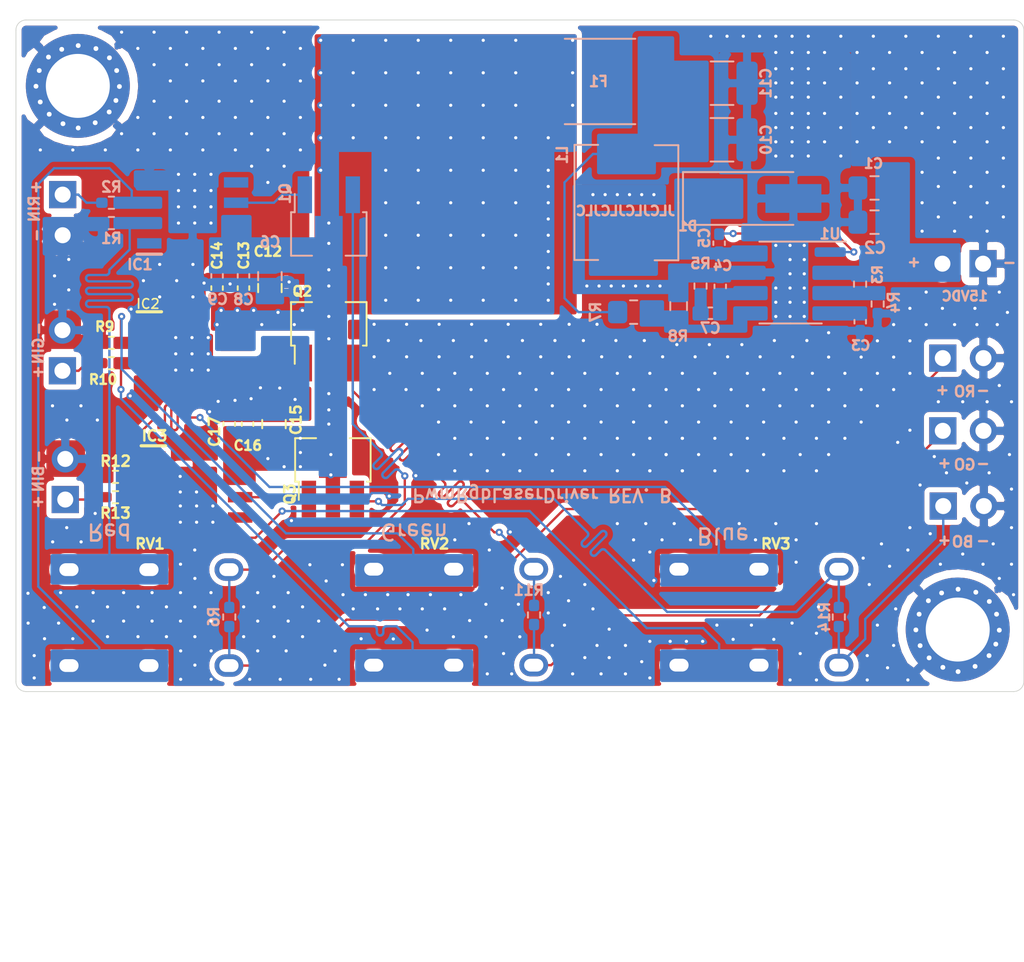
<source format=kicad_pcb>
(kicad_pcb (version 20171130) (host pcbnew "(5.1.7)-1")
  (layers (0 F.Cu signal) (1 In1.Cu power) (2 In2.Cu power) (31 B.Cu signal) (34 B.Paste user hide) (35 F.Paste user hide) (36 B.SilkS user) (37 F.SilkS user) (38 B.Mask user) (39 F.Mask user) (44 Edge.Cuts user))
  (net 0 "")
  (net 1 GND)
  (net 2 +15V)
  (net 3 +9V)
  (net 4 ROAO)
  (net 5 "Net-(IC1-Pad5)")
  (net 6 GOAO)
  (net 7 "Net-(IC2-Pad5)")
  (net 8 BOAO)
  (net 9 "Net-(IC3-Pad5)")
  (net 10 VSENSE)
  (net 11 SS)
  (net 12 COMP)
  (net 13 PH)
  (net 14 BOOT)
  (net 15 COMP_1)
  (net 16 VO)
  (net 17 EN)
  (net 18 ROA+IN)
  (net 19 ROA-IN)
  (net 20 GOA+IN)
  (net 21 GOA-IN)
  (net 22 BOA+IN)
  (net 23 BOA-IN)
  (net 24 RIN)
  (net 25 RLO)
  (net 26 GIN)
  (net 27 GLO)
  (net 28 BIN)
  (net 29 BLO)
  (net 30 RQO)
  (net 31 GQO)
  (net 32 BQO)
  (module Connector_PinHeader_2.54mm:PinHeader_1x02_P2.54mm_Vertical (layer F.Cu) (at 210.094 49.042 180)
    (fp_text reference J6)
    (fp_text value BLUE_IN)
    (pad 2 thru_hole oval (at 0 2.54 180) (size 1.7 1.7) (drill 1) (layers *.Cu *.Mask) (net 1 GND))
    (pad 1 thru_hole rect (at 0 0 180) (size 1.7 1.7) (drill 1) (layers *.Cu *.Mask) (net 28 BIN))
  )
  (module Connector_PinHeader_2.54mm:PinHeader_1x02_P2.54mm_Vertical (layer F.Cu) (at 209.917 40.989 180)
    (fp_text reference J4)
    (fp_text value GREEN_IN)
    (pad 2 thru_hole oval (at 0 2.54 180) (size 1.7 1.7) (drill 1) (layers *.Cu *.Mask) (net 1 GND))
    (pad 1 thru_hole rect (at 0 0 180) (size 1.7 1.7) (drill 1) (layers *.Cu *.Mask) (net 26 GIN))
  )
  (module Connector_PinHeader_2.54mm:PinHeader_1x02_P2.54mm_Vertical (layer F.Cu) (at 209.931 29.972)
    (fp_text reference J1)
    (fp_text value RED_IN)
    (pad 2 thru_hole oval (at 0 2.54) (size 1.7 1.7) (drill 1) (layers *.Cu *.Mask) (net 1 GND))
    (pad 1 thru_hole rect (at 0 0) (size 1.7 1.7) (drill 1) (layers *.Cu *.Mask) (net 24 RIN))
  )
  (module Connector_PinHeader_2.54mm:PinHeader_1x02_P2.54mm_Vertical (layer F.Cu) (at 264.974 49.45 90)
    (fp_text reference J7)
    (fp_text value BLO)
    (pad 2 thru_hole oval (at 0 2.54 90) (size 1.7 1.7) (drill 1) (layers *.Cu *.Mask) (net 1 GND))
    (pad 1 thru_hole rect (at 0 0 90) (size 1.7 1.7) (drill 1) (layers *.Cu *.Mask) (net 29 BLO))
  )
  (module Connector_PinHeader_2.54mm:PinHeader_1x02_P2.54mm_Vertical (layer F.Cu) (at 264.947 44.743 90)
    (fp_text reference J5)
    (fp_text value GLO)
    (pad 2 thru_hole oval (at 0 2.54 90) (size 1.7 1.7) (drill 1) (layers *.Cu *.Mask) (net 1 GND))
    (pad 1 thru_hole rect (at 0 0 90) (size 1.7 1.7) (drill 1) (layers *.Cu *.Mask) (net 27 GLO))
  )
  (module Connector_PinHeader_2.54mm:PinHeader_1x02_P2.54mm_Vertical (layer F.Cu) (at 264.947 40.198 90)
    (fp_text reference J3)
    (fp_text value RLO)
    (pad 2 thru_hole oval (at 0 2.54 90) (size 1.7 1.7) (drill 1) (layers *.Cu *.Mask) (net 1 GND))
    (pad 1 thru_hole rect (at 0 0 90) (size 1.7 1.7) (drill 1) (layers *.Cu *.Mask) (net 25 RLO))
  )
  (module Connector_PinHeader_2.54mm:PinHeader_1x02_P2.54mm_Vertical (layer F.Cu) (at 267.462 34.29 270)
    (fp_text reference J2)
    (fp_text value 15V)
    (pad 1 thru_hole rect (at 0 0 270) (size 1.7 1.7) (drill 1) (layers *.Cu *.Mask) (net 1 GND))
    (pad 2 thru_hole oval (at 0 2.54 270) (size 1.7 1.7) (drill 1) (layers *.Cu *.Mask) (net 2 +15V))
  )
  (module SamacSys_Parts:DualGangPotAmazon (layer F.Cu) (at 215.324 56.425 90)
    (fp_text reference RV1 (at 4.609 0.068 180) (layer F.SilkS) (effects (font (size 0.65 0.65))))
    (fp_text value 1k)
    (pad 6 thru_hole oval (at 3 -5 90) (size 1.4 1.8) (drill oval 0.8 1.2) (layers *.Cu *.Mask) (net 19 ROA-IN))
    (pad 5 thru_hole oval (at 3 0 90) (size 1.4 1.8) (drill oval 0.8 1.2) (layers *.Cu *.Mask) (net 19 ROA-IN))
    (pad 4 thru_hole oval (at 3 5 90) (size 1.4 1.8) (drill oval 0.8 1.2) (layers *.Cu *.Mask) (net 30 RQO))
    (pad 3 thru_hole oval (at -3 5 90) (size 1.4 1.8) (drill oval 0.8 1.2) (layers *.Cu *.Mask) (net 25 RLO))
    (pad 2 thru_hole oval (at -3 0 90) (size 1.4 1.8) (drill oval 0.8 1.2) (layers *.Cu *.Mask) (net 18 ROA+IN))
    (pad 1 thru_hole oval (at -3 -5 90) (size 1.4 1.8) (drill oval 0.8 1.2) (layers *.Cu *.Mask) (net 18 ROA+IN))
  )
  (module SamacSys_Parts:DualGangPotAmazon (layer F.Cu) (at 234.377 56.399 90)
    (fp_text reference RV2 (at 4.583 -1.205 180) (layer F.SilkS) (effects (font (size 0.65 0.65))))
    (fp_text value 1k)
    (pad 6 thru_hole oval (at 3 -5 90) (size 1.4 1.8) (drill oval 0.8 1.2) (layers *.Cu *.Mask) (net 21 GOA-IN))
    (pad 5 thru_hole oval (at 3 0 90) (size 1.4 1.8) (drill oval 0.8 1.2) (layers *.Cu *.Mask) (net 21 GOA-IN))
    (pad 4 thru_hole oval (at 3 5 90) (size 1.4 1.8) (drill oval 0.8 1.2) (layers *.Cu *.Mask) (net 31 GQO))
    (pad 3 thru_hole oval (at -3 5 90) (size 1.4 1.8) (drill oval 0.8 1.2) (layers *.Cu *.Mask) (net 27 GLO))
    (pad 2 thru_hole oval (at -3 0 90) (size 1.4 1.8) (drill oval 0.8 1.2) (layers *.Cu *.Mask) (net 20 GOA+IN))
    (pad 1 thru_hole oval (at -3 -5 90) (size 1.4 1.8) (drill oval 0.8 1.2) (layers *.Cu *.Mask) (net 20 GOA+IN))
  )
  (module SamacSys_Parts:DualGangPotAmazon (layer F.Cu) (at 253.456 56.398 90)
    (fp_text reference RV3 (at 4.582 1.052 180) (layer F.SilkS) (effects (font (size 0.65 0.65))))
    (fp_text value 1k)
    (pad 6 thru_hole oval (at 3 -5 90) (size 1.4 1.8) (drill oval 0.8 1.2) (layers *.Cu *.Mask) (net 23 BOA-IN))
    (pad 5 thru_hole oval (at 3 0 90) (size 1.4 1.8) (drill oval 0.8 1.2) (layers *.Cu *.Mask) (net 23 BOA-IN))
    (pad 4 thru_hole oval (at 3 5 90) (size 1.4 1.8) (drill oval 0.8 1.2) (layers *.Cu *.Mask) (net 32 BQO))
    (pad 3 thru_hole oval (at -3 5 90) (size 1.4 1.8) (drill oval 0.8 1.2) (layers *.Cu *.Mask) (net 29 BLO))
    (pad 2 thru_hole oval (at -3 0 90) (size 1.4 1.8) (drill oval 0.8 1.2) (layers *.Cu *.Mask) (net 22 BOA+IN))
    (pad 1 thru_hole oval (at -3 -5 90) (size 1.4 1.8) (drill oval 0.8 1.2) (layers *.Cu *.Mask) (net 22 BOA+IN))
  )
  (module "Custom Logos:OC_LOGO_5x5MM" (layer B.Cu) (at 260.35 49.022)
    (fp_text reference G*** hide)
    (fp_text value LOGO hide)
  )
  (module Package_SO:SOIC-8_3.9x4.9mm_P1.27mm (layer B.Cu) (at 255.431 35.47 180)
    (fp_text reference U1 (at -2.463 3.042) (layer B.SilkS) (effects (font (size 0.65 0.65)) (justify mirror)))
    (fp_text value TPS54331GDR)
    (pad 8 smd roundrect (at 2.475 1.905 180) (size 1.95 0.6) (layers B.Cu B.Paste B.Mask) (net 13 PH))
    (pad 7 smd roundrect (at 2.475 0.635 180) (size 1.95 0.6) (layers B.Cu B.Paste B.Mask) (net 1 GND))
    (pad 6 smd roundrect (at 2.475 -0.635 180) (size 1.95 0.6) (layers B.Cu B.Paste B.Mask) (net 12 COMP))
    (pad 5 smd roundrect (at 2.475 -1.905 180) (size 1.95 0.6) (layers B.Cu B.Paste B.Mask) (net 10 VSENSE))
    (pad 4 smd roundrect (at -2.475 -1.905 180) (size 1.95 0.6) (layers B.Cu B.Paste B.Mask) (net 11 SS))
    (pad 3 smd roundrect (at -2.475 -0.635 180) (size 1.95 0.6) (layers B.Cu B.Paste B.Mask) (net 17 EN))
    (pad 2 smd roundrect (at -2.475 0.635 180) (size 1.95 0.6) (layers B.Cu B.Paste B.Mask) (net 2 +15V))
    (pad 1 smd roundrect (at -2.475 1.905 180) (size 1.95 0.6) (layers B.Cu B.Paste B.Mask) (net 14 BOOT))
  )
  (module Resistor_SMD:R_0402_1005Metric_Pad0.72x0.64mm_HandSolder (layer B.Cu) (at 258.445 56.388 270)
    (fp_text reference R14 (at 0.006 0.899 270) (layer B.SilkS) (effects (font (size 0.65 0.65)) (justify mirror)))
    (fp_text value .1)
    (pad 2 smd roundrect (at 0.5975 0 270) (size 0.715 0.64) (layers B.Cu B.Paste B.Mask) (net 29 BLO))
    (pad 1 smd roundrect (at -0.5975 0 270) (size 0.715 0.64) (layers B.Cu B.Paste B.Mask) (net 32 BQO))
  )
  (module Resistor_SMD:R_0402_1005Metric_Pad0.72x0.64mm_HandSolder (layer F.Cu) (at 213.233 48.895)
    (fp_text reference R13 (at -0.005 0.998) (layer F.SilkS) (effects (font (size 0.65 0.65))))
    (fp_text value 100k)
    (pad 2 smd roundrect (at 0.5975 0) (size 0.715 0.64) (layers F.Cu F.Paste F.Mask) (net 22 BOA+IN))
    (pad 1 smd roundrect (at -0.5975 0) (size 0.715 0.64) (layers F.Cu F.Paste F.Mask) (net 28 BIN))
  )
  (module Resistor_SMD:R_0402_1005Metric_Pad0.72x0.64mm_HandSolder (layer F.Cu) (at 213.233 47.625)
    (fp_text reference R12 (at 0.004 -0.981) (layer F.SilkS) (effects (font (size 0.65 0.65))))
    (fp_text value 100k)
    (pad 2 smd roundrect (at 0.5975 0) (size 0.715 0.64) (layers F.Cu F.Paste F.Mask) (net 23 BOA-IN))
    (pad 1 smd roundrect (at -0.5975 0) (size 0.715 0.64) (layers F.Cu F.Paste F.Mask) (net 1 GND))
  )
  (module Resistor_SMD:R_0402_1005Metric_Pad0.72x0.64mm_HandSolder (layer B.Cu) (at 239.395 56.261 270)
    (fp_text reference R11 (at -1.554 0.325) (layer B.SilkS) (effects (font (size 0.65 0.65)) (justify mirror)))
    (fp_text value .1)
    (pad 2 smd roundrect (at 0.5975 0 270) (size 0.715 0.64) (layers B.Cu B.Paste B.Mask) (net 27 GLO))
    (pad 1 smd roundrect (at -0.5975 0 270) (size 0.715 0.64) (layers B.Cu B.Paste B.Mask) (net 31 GQO))
  )
  (module Resistor_SMD:R_0402_1005Metric_Pad0.72x0.64mm_HandSolder (layer F.Cu) (at 212.979 40.513)
    (fp_text reference R10 (at -0.525 1.022) (layer F.SilkS) (effects (font (size 0.6 0.6))))
    (fp_text value 100k)
    (pad 2 smd roundrect (at 0.5975 0) (size 0.715 0.64) (layers F.Cu F.Paste F.Mask) (net 20 GOA+IN))
    (pad 1 smd roundrect (at -0.5975 0) (size 0.715 0.64) (layers F.Cu F.Paste F.Mask) (net 26 GIN))
  )
  (module Resistor_SMD:R_0402_1005Metric_Pad0.72x0.64mm_HandSolder (layer F.Cu) (at 212.979 39.243)
    (fp_text reference R9 (at -0.422 -1.013) (layer F.SilkS) (effects (font (size 0.6 0.6))))
    (fp_text value 100k)
    (pad 2 smd roundrect (at 0.5975 0) (size 0.715 0.64) (layers F.Cu F.Paste F.Mask) (net 21 GOA-IN))
    (pad 1 smd roundrect (at -0.5975 0) (size 0.715 0.64) (layers F.Cu F.Paste F.Mask) (net 1 GND))
  )
  (module Resistor_SMD:R_0603_1608Metric_Pad0.98x0.95mm_HandSolder (layer B.Cu) (at 248.434 36.946 90)
    (fp_text reference R8 (at -1.877 -0.041 180) (layer B.SilkS) (effects (font (size 0.65 0.65)) (justify mirror)))
    (fp_text value 1k)
    (pad 2 smd roundrect (at 0.9125 0 90) (size 0.975 0.95) (layers B.Cu B.Paste B.Mask) (net 1 GND))
    (pad 1 smd roundrect (at -0.9125 0 90) (size 0.975 0.95) (layers B.Cu B.Paste B.Mask) (net 10 VSENSE))
  )
  (module Resistor_SMD:R_0805_2012Metric_Pad1.20x1.40mm_HandSolder (layer B.Cu) (at 245.621 37.32)
    (fp_text reference R7 (at -2.382 -0.006 270) (layer B.SilkS) (effects (font (size 0.65 0.65)) (justify mirror)))
    (fp_text value 10k)
    (pad 2 smd roundrect (at 1 0) (size 1.2 1.4) (layers B.Cu B.Paste B.Mask) (roundrect_rratio 0.2083325) (net 10 VSENSE))
    (pad 1 smd roundrect (at -1 0) (size 1.2 1.4) (layers B.Cu B.Paste B.Mask) (roundrect_rratio 0.2083325) (net 16 VO))
  )
  (module Resistor_SMD:R_0402_1005Metric_Pad0.72x0.64mm_HandSolder (layer B.Cu) (at 220.345 56.388 270)
    (fp_text reference R6 (at -0.006 0.967 270) (layer B.SilkS) (effects (font (size 0.65 0.65)) (justify mirror)))
    (fp_text value .1)
    (pad 2 smd roundrect (at 0.5975 0 270) (size 0.715 0.64) (layers B.Cu B.Paste B.Mask) (net 25 RLO))
    (pad 1 smd roundrect (at -0.5975 0 270) (size 0.715 0.64) (layers B.Cu B.Paste B.Mask) (net 30 RQO))
  )
  (module Resistor_SMD:R_0402_1005Metric_Pad0.72x0.64mm_HandSolder (layer B.Cu) (at 249.802 35.693 90)
    (fp_text reference R5 (at 1.413 0.005 180) (layer B.SilkS) (effects (font (size 0.65 0.65)) (justify mirror)))
    (fp_text value 75k)
    (pad 2 smd roundrect (at 0.5975 0 90) (size 0.715 0.64) (layers B.Cu B.Paste B.Mask) (net 1 GND))
    (pad 1 smd roundrect (at -0.5975 0 90) (size 0.715 0.64) (layers B.Cu B.Paste B.Mask) (net 15 COMP_1))
  )
  (module Resistor_SMD:R_0402_1005Metric_Pad0.72x0.64mm_HandSolder (layer B.Cu) (at 260.873 36.812 270)
    (fp_text reference R4 (at -0.107 -1.012 90) (layer B.SilkS) (effects (font (size 0.7 0.7)) (justify mirror)))
    (fp_text value 17.8k)
    (pad 2 smd roundrect (at 0.5975 0 270) (size 0.715 0.64) (layers B.Cu B.Paste B.Mask) (net 1 GND))
    (pad 1 smd roundrect (at -0.5975 0 270) (size 0.715 0.64) (layers B.Cu B.Paste B.Mask) (net 17 EN))
  )
  (module Resistor_SMD:R_0402_1005Metric_Pad0.72x0.64mm_HandSolder (layer B.Cu) (at 259.776 35.57 270)
    (fp_text reference R3 (at -0.598 -1.085 90) (layer B.SilkS) (effects (font (size 0.6 0.6)) (justify mirror)))
    (fp_text value 169k)
    (pad 2 smd roundrect (at 0.5975 0 270) (size 0.715 0.64) (layers B.Cu B.Paste B.Mask) (net 17 EN))
    (pad 1 smd roundrect (at -0.5975 0 270) (size 0.715 0.64) (layers B.Cu B.Paste B.Mask) (net 2 +15V))
  )
  (module Resistor_SMD:R_0402_1005Metric_Pad0.72x0.64mm_HandSolder (layer B.Cu) (at 212.979 30.48)
    (fp_text reference R2 (at -0.002 -0.987) (layer B.SilkS) (effects (font (size 0.65 0.65)) (justify mirror)))
    (fp_text value 100k)
    (pad 2 smd roundrect (at 0.5975 0) (size 0.715 0.64) (layers B.Cu B.Paste B.Mask) (net 18 ROA+IN))
    (pad 1 smd roundrect (at -0.5975 0) (size 0.715 0.64) (layers B.Cu B.Paste B.Mask) (net 24 RIN))
  )
  (module Resistor_SMD:R_0402_1005Metric_Pad0.72x0.64mm_HandSolder (layer B.Cu) (at 212.979 31.75)
    (fp_text reference R1 (at -0.002 0.958) (layer B.SilkS) (effects (font (size 0.65 0.65)) (justify mirror)))
    (fp_text value 100k)
    (pad 2 smd roundrect (at 0.5975 0) (size 0.715 0.64) (layers B.Cu B.Paste B.Mask) (net 19 ROA-IN))
    (pad 1 smd roundrect (at -0.5975 0) (size 0.715 0.64) (layers B.Cu B.Paste B.Mask) (net 1 GND))
  )
  (module Package_TO_SOT_SMD:SOT-89-3_Handsoldering (layer F.Cu) (at 226.822 46.863 90)
    (fp_text reference Q3 (at -1.836 -2.689 90) (layer F.SilkS) (effects (font (size 0.65 0.65))))
    (fp_text value Q_NPN_BCE)
    (pad 2 smd custom (at -2.0625 0 90) (size 2.475 0.9) (layers F.Cu F.Paste F.Mask) (net 3 +9V) (options (clearance outline) (anchor rect)) (primitives (gr_poly (pts (xy 1.2375 -0.8665) (xy 5.3625 -0.8665) (xy 5.3625 0.8665) (xy 1.2375 0.8665)) (width 0))))
    (pad 3 smd rect (at -2.15 1.5 90) (size 2.3 0.9) (layers F.Cu F.Paste F.Mask) (net 32 BQO))
    (pad 1 smd rect (at -2.15 -1.5 90) (size 2.3 0.9) (layers F.Cu F.Paste F.Mask) (net 8 BOAO))
  )
  (module Package_TO_SOT_SMD:SOT-89-3_Handsoldering (layer F.Cu) (at 226.568 38.354 90)
    (fp_text reference Q2 (at 2.334 -1.658 180) (layer F.SilkS) (effects (font (size 0.6 0.6))))
    (fp_text value Q_NPN_BCE)
    (pad 2 smd custom (at -2.0625 0 90) (size 2.475 0.9) (layers F.Cu F.Paste F.Mask) (net 3 +9V) (options (clearance outline) (anchor rect)) (primitives (gr_poly (pts (xy 1.2375 -0.8665) (xy 5.3625 -0.8665) (xy 5.3625 0.8665) (xy 1.2375 0.8665)) (width 0))))
    (pad 3 smd rect (at -2.15 1.5 90) (size 2.3 0.9) (layers F.Cu F.Paste F.Mask) (net 31 GQO))
    (pad 1 smd rect (at -2.15 -1.5 90) (size 2.3 0.9) (layers F.Cu F.Paste F.Mask) (net 6 GOAO))
  )
  (module Package_TO_SOT_SMD:SOT-89-3_Handsoldering (layer B.Cu) (at 226.568 32.131 270)
    (fp_text reference Q1 (at -2.223 2.732 90) (layer B.SilkS) (effects (font (size 0.65 0.65)) (justify mirror)))
    (fp_text value Q_NPN_BCE)
    (pad 1 smd rect (at -2.15 1.5 270) (size 2.3 0.9) (layers B.Cu B.Paste B.Mask) (net 4 ROAO))
    (pad 3 smd rect (at -2.15 -1.5 270) (size 2.3 0.9) (layers B.Cu B.Paste B.Mask) (net 30 RQO))
    (pad 2 smd custom (at -2.0625 0 270) (size 2.475 0.9) (layers B.Cu B.Paste B.Mask) (net 3 +9V) (options (clearance outline) (anchor rect)) (primitives (gr_poly (pts (xy 1.2375 0.8665) (xy 5.3625 0.8665) (xy 5.3625 -0.8665) (xy 1.2375 -0.8665)) (width 0))))
  )
  (module "SamacSys_Parts:Bourns SRP6540" (layer B.Cu) (at 248.864 27.629 90)
    (fp_text reference L1 (at 0.143 -7.708 90) (layer B.SilkS) (effects (font (size 0.65 0.65)) (justify mirror)))
    (fp_text value 8.2u)
    (pad 2 smd rect (at 0.2 -3.7 90) (size 2.4 3.4) (layers B.Cu B.Paste B.Mask) (net 16 VO))
    (pad 1 smd rect (at -5.9 -3.7 90) (size 2.4 3.4) (layers B.Cu B.Paste B.Mask) (net 13 PH))
  )
  (module SamacSys_Parts:SOIC127P600X175-9N (layer F.Cu) (at 218.313 48.26)
    (fp_text reference IC3 (at -2.643 -3.201) (layer F.SilkS) (effects (font (size 0.65 0.65))))
    (fp_text value ADA4817-1ARDZ hide)
    (pad 9 smd rect (at 0 0) (size 2.29 2.29) (layers F.Cu F.Paste F.Mask) (net 1 GND))
    (pad 8 smd rect (at 2.712 -1.905 90) (size 0.65 1.525) (layers F.Cu F.Paste F.Mask) (net 3 +9V))
    (pad 7 smd rect (at 2.712 -0.635 90) (size 0.65 1.525) (layers F.Cu F.Paste F.Mask) (net 3 +9V))
    (pad 6 smd rect (at 2.712 0.635 90) (size 0.65 1.525) (layers F.Cu F.Paste F.Mask) (net 8 BOAO))
    (pad 5 smd rect (at 2.712 1.905 90) (size 0.65 1.525) (layers F.Cu F.Paste F.Mask) (net 9 "Net-(IC3-Pad5)"))
    (pad 4 smd rect (at -2.712 1.905 90) (size 0.65 1.525) (layers F.Cu F.Paste F.Mask) (net 1 GND))
    (pad 3 smd rect (at -2.712 0.635 90) (size 0.65 1.525) (layers F.Cu F.Paste F.Mask) (net 22 BOA+IN))
    (pad 2 smd rect (at -2.712 -0.635 90) (size 0.65 1.525) (layers F.Cu F.Paste F.Mask) (net 23 BOA-IN))
    (pad 1 smd rect (at -2.712 -1.905 90) (size 0.65 1.525) (layers F.Cu F.Paste F.Mask) (net 8 BOAO))
  )
  (module SamacSys_Parts:SOIC127P600X175-9N (layer F.Cu) (at 218.059 39.878)
    (fp_text reference IC2 (at -2.796 -3.073) (layer F.SilkS) (effects (font (size 0.6 0.6) (thickness 0.1))))
    (fp_text value ADA4817-1ARDZ hide)
    (pad 9 smd rect (at 0 0) (size 2.29 2.29) (layers F.Cu F.Paste F.Mask) (net 1 GND))
    (pad 8 smd rect (at 2.712 -1.905 90) (size 0.65 1.525) (layers F.Cu F.Paste F.Mask) (net 3 +9V))
    (pad 7 smd rect (at 2.712 -0.635 90) (size 0.65 1.525) (layers F.Cu F.Paste F.Mask) (net 3 +9V))
    (pad 6 smd rect (at 2.712 0.635 90) (size 0.65 1.525) (layers F.Cu F.Paste F.Mask) (net 6 GOAO))
    (pad 5 smd rect (at 2.712 1.905 90) (size 0.65 1.525) (layers F.Cu F.Paste F.Mask) (net 7 "Net-(IC2-Pad5)"))
    (pad 4 smd rect (at -2.712 1.905 90) (size 0.65 1.525) (layers F.Cu F.Paste F.Mask) (net 1 GND))
    (pad 3 smd rect (at -2.712 0.635 90) (size 0.65 1.525) (layers F.Cu F.Paste F.Mask) (net 20 GOA+IN))
    (pad 2 smd rect (at -2.712 -0.635 90) (size 0.65 1.525) (layers F.Cu F.Paste F.Mask) (net 21 GOA-IN))
    (pad 1 smd rect (at -2.712 -1.905 90) (size 0.65 1.525) (layers F.Cu F.Paste F.Mask) (net 6 GOAO))
  )
  (module SamacSys_Parts:SOIC127P600X175-9N (layer B.Cu) (at 218.059 31.115)
    (fp_text reference IC1 (at -3.296 3.233 180) (layer B.SilkS) (effects (font (size 0.65 0.65))))
    (fp_text value ADA4817-1ARDZ hide)
    (pad 9 smd rect (at 0 0) (size 2.29 2.29) (layers B.Cu B.Paste B.Mask) (net 1 GND))
    (pad 8 smd rect (at 2.712 1.905 270) (size 0.65 1.525) (layers B.Cu B.Paste B.Mask) (net 3 +9V))
    (pad 7 smd rect (at 2.712 0.635 270) (size 0.65 1.525) (layers B.Cu B.Paste B.Mask) (net 3 +9V))
    (pad 6 smd rect (at 2.712 -0.635 270) (size 0.65 1.525) (layers B.Cu B.Paste B.Mask) (net 4 ROAO))
    (pad 5 smd rect (at 2.712 -1.905 270) (size 0.65 1.525) (layers B.Cu B.Paste B.Mask) (net 5 "Net-(IC1-Pad5)"))
    (pad 4 smd rect (at -2.712 -1.905 270) (size 0.65 1.525) (layers B.Cu B.Paste B.Mask) (net 1 GND))
    (pad 3 smd rect (at -2.712 -0.635 270) (size 0.65 1.525) (layers B.Cu B.Paste B.Mask) (net 18 ROA+IN))
    (pad 2 smd rect (at -2.712 0.635 270) (size 0.65 1.525) (layers B.Cu B.Paste B.Mask) (net 19 ROA-IN))
    (pad 1 smd rect (at -2.712 1.905 270) (size 0.65 1.525) (layers B.Cu B.Paste B.Mask) (net 4 ROAO))
  )
  (module "SamacSys_Parts:4mm Mounting Hole" (layer F.Cu) (at 266.01 52.05)
    (fp_text reference H2)
    (fp_text value GND)
    (pad 1 thru_hole circle (at -0.131 5.122) (size 6.5 6.5) (drill 4) (layers *.Cu *.Mask) (net 1 GND))
    (pad 1 thru_hole circle (at -0.108 2.601) (size 0.6 0.6) (drill 0.3) (layers *.Cu *.Mask) (net 1 GND))
    (pad 1 thru_hole circle (at -0.108 7.753) (size 0.6 0.6) (drill 0.3) (layers *.Cu *.Mask) (net 1 GND))
    (pad 1 thru_hole circle (at -2.746 5.145) (size 0.6 0.6) (drill 0.3) (layers *.Cu *.Mask) (net 1 GND))
    (pad 1 thru_hole circle (at 2.468 5.161) (size 0.6 0.6) (drill 0.3) (layers *.Cu *.Mask) (net 1 GND))
    (pad 1 thru_hole circle (at 2.297 4.162) (size 0.6 0.6) (drill 0.3) (layers *.Cu *.Mask) (net 1 GND))
    (pad 1 thru_hole circle (at 0.954 7.425) (size 0.6 0.6) (drill 0.3) (layers *.Cu *.Mask) (net 1 GND))
    (pad 1 thru_hole circle (at -2.481 6.129) (size 0.6 0.6) (drill 0.3) (layers *.Cu *.Mask) (net 1 GND))
    (pad 1 thru_hole circle (at -1.138 2.835) (size 0.6 0.6) (drill 0.3) (layers *.Cu *.Mask) (net 1 GND))
    (pad 1 thru_hole circle (at -1.965 3.319) (size 0.6 0.6) (drill 0.3) (layers *.Cu *.Mask) (net 1 GND))
    (pad 1 thru_hole circle (at -1.919 6.894) (size 0.6 0.6) (drill 0.3) (layers *.Cu *.Mask) (net 1 GND))
    (pad 1 thru_hole circle (at 1.828 6.753) (size 0.6 0.6) (drill 0.3) (layers *.Cu *.Mask) (net 1 GND))
    (pad 1 thru_hole circle (at 1.844 3.366) (size 0.6 0.6) (drill 0.3) (layers *.Cu *.Mask) (net 1 GND))
    (pad 1 thru_hole circle (at 1.001 2.788) (size 0.6 0.6) (drill 0.3) (layers *.Cu *.Mask) (net 1 GND))
    (pad 1 thru_hole circle (at 2.25 6.035) (size 0.6 0.6) (drill 0.3) (layers *.Cu *.Mask) (net 1 GND))
    (pad 1 thru_hole circle (at -1.06 7.487) (size 0.6 0.6) (drill 0.3) (layers *.Cu *.Mask) (net 1 GND))
    (pad 1 thru_hole circle (at -2.543 4.162) (size 0.6 0.6) (drill 0.3) (layers *.Cu *.Mask) (net 1 GND))
  )
  (module "SamacSys_Parts:4mm Mounting Hole" (layer F.Cu) (at 211.01 18.05)
    (fp_text reference H1)
    (fp_text value GND)
    (pad 1 thru_hole circle (at -2.543 4.162) (size 0.6 0.6) (drill 0.3) (layers *.Cu *.Mask) (net 1 GND))
    (pad 1 thru_hole circle (at -1.06 7.487) (size 0.6 0.6) (drill 0.3) (layers *.Cu *.Mask) (net 1 GND))
    (pad 1 thru_hole circle (at 2.25 6.035) (size 0.6 0.6) (drill 0.3) (layers *.Cu *.Mask) (net 1 GND))
    (pad 1 thru_hole circle (at 1.001 2.788) (size 0.6 0.6) (drill 0.3) (layers *.Cu *.Mask) (net 1 GND))
    (pad 1 thru_hole circle (at 1.844 3.366) (size 0.6 0.6) (drill 0.3) (layers *.Cu *.Mask) (net 1 GND))
    (pad 1 thru_hole circle (at 1.828 6.753) (size 0.6 0.6) (drill 0.3) (layers *.Cu *.Mask) (net 1 GND))
    (pad 1 thru_hole circle (at -1.919 6.894) (size 0.6 0.6) (drill 0.3) (layers *.Cu *.Mask) (net 1 GND))
    (pad 1 thru_hole circle (at -1.965 3.319) (size 0.6 0.6) (drill 0.3) (layers *.Cu *.Mask) (net 1 GND))
    (pad 1 thru_hole circle (at -1.138 2.835) (size 0.6 0.6) (drill 0.3) (layers *.Cu *.Mask) (net 1 GND))
    (pad 1 thru_hole circle (at -2.481 6.129) (size 0.6 0.6) (drill 0.3) (layers *.Cu *.Mask) (net 1 GND))
    (pad 1 thru_hole circle (at 0.954 7.425) (size 0.6 0.6) (drill 0.3) (layers *.Cu *.Mask) (net 1 GND))
    (pad 1 thru_hole circle (at 2.297 4.162) (size 0.6 0.6) (drill 0.3) (layers *.Cu *.Mask) (net 1 GND))
    (pad 1 thru_hole circle (at 2.468 5.161) (size 0.6 0.6) (drill 0.3) (layers *.Cu *.Mask) (net 1 GND))
    (pad 1 thru_hole circle (at -2.746 5.145) (size 0.6 0.6) (drill 0.3) (layers *.Cu *.Mask) (net 1 GND))
    (pad 1 thru_hole circle (at -0.108 7.753) (size 0.6 0.6) (drill 0.3) (layers *.Cu *.Mask) (net 1 GND))
    (pad 1 thru_hole circle (at -0.108 2.601) (size 0.6 0.6) (drill 0.3) (layers *.Cu *.Mask) (net 1 GND))
    (pad 1 thru_hole circle (at -0.131 5.122) (size 6.5 6.5) (drill 4) (layers *.Cu *.Mask) (net 1 GND))
  )
  (module Fuse:Fuse_2920_7451Metric_Pad2.10x5.45mm_HandSolder (layer B.Cu) (at 243.521 22.895)
    (fp_text reference F1 (at -0.101 0.004) (layer B.SilkS) (effects (font (size 0.65 0.65)) (justify mirror)))
    (fp_text value "2A HLD 4A TRP")
    (pad 2 smd roundrect (at 3.475 0) (size 2.1 5.45) (layers B.Cu B.Paste B.Mask) (roundrect_rratio 0.119047619047619) (net 16 VO))
    (pad 1 smd roundrect (at -3.475 0) (size 2.1 5.45) (layers B.Cu B.Paste B.Mask) (roundrect_rratio 0.119047619047619) (net 3 +9V))
  )
  (module Diode_SMD:D_SMA_Handsoldering (layer B.Cu) (at 253.107 30.212)
    (fp_text reference D1 (at -4.098 1.732) (layer B.SilkS) (effects (font (size 0.6 0.6)) (justify mirror)))
    (fp_text value B340)
    (pad 2 smd rect (at 2.5 0) (size 3.5 1.8) (layers B.Cu B.Paste B.Mask) (net 1 GND))
    (pad 1 smd rect (at -2.5 0) (size 3.5 1.8) (layers B.Cu B.Paste B.Mask) (net 13 PH))
  )
  (module Capacitor_SMD:C_0402_1005Metric_Pad0.74x0.62mm_HandSolder (layer F.Cu) (at 220.345 44.323 90)
    (fp_text reference C17 (at -0.474 -0.926 90) (layer F.SilkS) (effects (font (size 0.65 0.65))))
    (fp_text value .01u)
    (pad 2 smd roundrect (at 0.5675 0 90) (size 0.735 0.62) (layers F.Cu F.Paste F.Mask) (net 1 GND))
    (pad 1 smd roundrect (at -0.5675 0 90) (size 0.735 0.62) (layers F.Cu F.Paste F.Mask) (net 3 +9V))
  )
  (module Capacitor_SMD:C_0402_1005Metric_Pad0.74x0.62mm_HandSolder (layer F.Cu) (at 221.488 44.323 90)
    (fp_text reference C16 (at -1.339 0.015 180) (layer F.SilkS) (effects (font (size 0.6 0.6))))
    (fp_text value .1u)
    (pad 2 smd roundrect (at 0.5675 0 90) (size 0.735 0.62) (layers F.Cu F.Paste F.Mask) (net 1 GND))
    (pad 1 smd roundrect (at -0.5675 0 90) (size 0.735 0.62) (layers F.Cu F.Paste F.Mask) (net 3 +9V))
  )
  (module Capacitor_SMD:C_0805_2012Metric_Pad1.18x1.45mm_HandSolder (layer F.Cu) (at 223.139 44.323 90)
    (fp_text reference C15 (at 0.268 1.377 270) (layer F.SilkS) (effects (font (size 0.65 0.65))))
    (fp_text value 4.7u)
    (pad 2 smd roundrect (at 1.0375 0 90) (size 1.175 1.45) (layers F.Cu F.Paste F.Mask) (roundrect_rratio 0.2127659574468085) (net 1 GND))
    (pad 1 smd roundrect (at -1.0375 0 90) (size 1.175 1.45) (layers F.Cu F.Paste F.Mask) (roundrect_rratio 0.2127659574468085) (net 3 +9V))
  )
  (module Capacitor_SMD:C_0402_1005Metric_Pad0.74x0.62mm_HandSolder (layer F.Cu) (at 219.583 35.814 90)
    (fp_text reference C14 (at 2.032 0 90) (layer F.SilkS) (effects (font (size 0.6 0.6))))
    (fp_text value .01u)
    (pad 2 smd roundrect (at 0.5675 0 90) (size 0.735 0.62) (layers F.Cu F.Paste F.Mask) (net 1 GND))
    (pad 1 smd roundrect (at -0.5675 0 90) (size 0.735 0.62) (layers F.Cu F.Paste F.Mask) (net 3 +9V))
  )
  (module Capacitor_SMD:C_0402_1005Metric_Pad0.74x0.62mm_HandSolder (layer F.Cu) (at 221.234 35.814 90)
    (fp_text reference C13 (at 2.038 0.018 90) (layer F.SilkS) (effects (font (size 0.6 0.6))))
    (fp_text value .1u)
    (pad 2 smd roundrect (at 0.5675 0 90) (size 0.735 0.62) (layers F.Cu F.Paste F.Mask) (net 1 GND))
    (pad 1 smd roundrect (at -0.5675 0 90) (size 0.735 0.62) (layers F.Cu F.Paste F.Mask) (net 3 +9V))
  )
  (module Capacitor_SMD:C_0805_2012Metric_Pad1.18x1.45mm_HandSolder (layer F.Cu) (at 222.885 35.814 90)
    (fp_text reference C12 (at 2.286 -0.127 180) (layer F.SilkS) (effects (font (size 0.6 0.6))))
    (fp_text value 4.7u)
    (pad 2 smd roundrect (at 1.0375 0 90) (size 1.175 1.45) (layers F.Cu F.Paste F.Mask) (roundrect_rratio 0.2127659574468085) (net 1 GND))
    (pad 1 smd roundrect (at -1.0375 0 90) (size 1.175 1.45) (layers F.Cu F.Paste F.Mask) (roundrect_rratio 0.2127659574468085) (net 3 +9V))
  )
  (module Capacitor_SMD:C_1210_3225Metric_Pad1.33x2.70mm_HandSolder (layer B.Cu) (at 251.149101 23.003741)
    (fp_text reference C11 (at 2.735899 -0.002741 90) (layer B.SilkS) (effects (font (size 0.65 0.65)) (justify mirror)))
    (fp_text value 47u)
    (pad 2 smd roundrect (at 1.5625 0) (size 1.325 2.7) (layers B.Cu B.Paste B.Mask) (roundrect_rratio 0.1886784905660377) (net 1 GND))
    (pad 1 smd roundrect (at -1.5625 0) (size 1.325 2.7) (layers B.Cu B.Paste B.Mask) (roundrect_rratio 0.1886784905660377) (net 16 VO))
  )
  (module Capacitor_SMD:C_1210_3225Metric_Pad1.33x2.70mm_HandSolder (layer B.Cu) (at 251.1455 26.542)
    (fp_text reference C10 (at 2.7575 -0.005 270) (layer B.SilkS) (effects (font (size 0.65 0.65)) (justify mirror)))
    (fp_text value 47u)
    (pad 2 smd roundrect (at 1.5625 0) (size 1.325 2.7) (layers B.Cu B.Paste B.Mask) (roundrect_rratio 0.1886784905660377) (net 1 GND))
    (pad 1 smd roundrect (at -1.5625 0) (size 1.325 2.7) (layers B.Cu B.Paste B.Mask) (roundrect_rratio 0.1886784905660377) (net 16 VO))
  )
  (module Capacitor_SMD:C_0402_1005Metric_Pad0.74x0.62mm_HandSolder (layer B.Cu) (at 219.583 35.052 270)
    (fp_text reference C9 (at 1.465 -0.031) (layer B.SilkS) (effects (font (size 0.65 0.65)) (justify mirror)))
    (fp_text value .01u)
    (pad 2 smd roundrect (at 0.5675 0 270) (size 0.735 0.62) (layers B.Cu B.Paste B.Mask) (net 1 GND))
    (pad 1 smd roundrect (at -0.5675 0 270) (size 0.735 0.62) (layers B.Cu B.Paste B.Mask) (net 3 +9V))
  )
  (module Capacitor_SMD:C_0402_1005Metric_Pad0.74x0.62mm_HandSolder (layer B.Cu) (at 221.234 35.052 270)
    (fp_text reference C8 (at 1.48 -0.003 180) (layer B.SilkS) (effects (font (size 0.65 0.65)) (justify mirror)))
    (fp_text value .1u)
    (pad 2 smd roundrect (at 0.5675 0 270) (size 0.735 0.62) (layers B.Cu B.Paste B.Mask) (net 1 GND))
    (pad 1 smd roundrect (at -0.5675 0 270) (size 0.735 0.62) (layers B.Cu B.Paste B.Mask) (net 3 +9V))
  )
  (module Capacitor_SMD:C_0402_1005Metric_Pad0.74x0.62mm_HandSolder (layer B.Cu) (at 250.42 37.39 180)
    (fp_text reference C7 (at 0.004 -0.936) (layer B.SilkS) (effects (font (size 0.65 0.65)) (justify mirror)))
    (fp_text value 1n)
    (pad 2 smd roundrect (at 0.5675 0 180) (size 0.735 0.62) (layers B.Cu B.Paste B.Mask) (net 15 COMP_1))
    (pad 1 smd roundrect (at -0.5675 0 180) (size 0.735 0.62) (layers B.Cu B.Paste B.Mask) (net 12 COMP))
  )
  (module Capacitor_SMD:C_0805_2012Metric_Pad1.18x1.45mm_HandSolder (layer B.Cu) (at 222.885 35.0735 270)
    (fp_text reference C6 (at -2.1455 -0.01 180) (layer B.SilkS) (effects (font (size 0.65 0.65)) (justify mirror)))
    (fp_text value 4.7u)
    (pad 2 smd roundrect (at 1.0375 0 270) (size 1.175 1.45) (layers B.Cu B.Paste B.Mask) (roundrect_rratio 0.2127659574468085) (net 1 GND))
    (pad 1 smd roundrect (at -1.0375 0 270) (size 1.175 1.45) (layers B.Cu B.Paste B.Mask) (roundrect_rratio 0.2127659574468085) (net 3 +9V))
  )
  (module Capacitor_SMD:C_0402_1005Metric_Pad0.74x0.62mm_HandSolder (layer B.Cu) (at 250.964 33.011 270)
    (fp_text reference C5 (at -0.332 0.923 270) (layer B.SilkS) (effects (font (size 0.65 0.65)) (justify mirror)))
    (fp_text value 100n)
    (pad 2 smd roundrect (at 0.5675 0 270) (size 0.735 0.62) (layers B.Cu B.Paste B.Mask) (net 13 PH))
    (pad 1 smd roundrect (at -0.5675 0 270) (size 0.735 0.62) (layers B.Cu B.Paste B.Mask) (net 14 BOOT))
  )
  (module Capacitor_SMD:C_0402_1005Metric_Pad0.74x0.62mm_HandSolder (layer B.Cu) (at 251.034 35.711 90)
    (fp_text reference C4 (at 1.294 0.149) (layer B.SilkS) (effects (font (size 0.6 0.6)) (justify mirror)))
    (fp_text value 10p)
    (pad 2 smd roundrect (at 0.5675 0 90) (size 0.735 0.62) (layers B.Cu B.Paste B.Mask) (net 1 GND))
    (pad 1 smd roundrect (at -0.5675 0 90) (size 0.735 0.62) (layers B.Cu B.Paste B.Mask) (net 12 COMP))
  )
  (module Capacitor_SMD:C_0402_1005Metric_Pad0.74x0.62mm_HandSolder (layer B.Cu) (at 259.784 37.9195 270)
    (fp_text reference C3 (at 1.4915 -0.027 180) (layer B.SilkS) (effects (font (size 0.6 0.6)) (justify mirror)))
    (fp_text value 8.2n)
    (pad 2 smd roundrect (at 0.5675 0 270) (size 0.735 0.62) (layers B.Cu B.Paste B.Mask) (net 1 GND))
    (pad 1 smd roundrect (at -0.5675 0 270) (size 0.735 0.62) (layers B.Cu B.Paste B.Mask) (net 11 SS))
  )
  (module Capacitor_SMD:C_0805_2012Metric_Pad1.18x1.45mm_HandSolder (layer B.Cu) (at 260.679 31.693 180)
    (fp_text reference C2 (at -0.033 -1.605) (layer B.SilkS) (effects (font (size 0.7 0.7)) (justify mirror)))
    (fp_text value 10u)
    (pad 2 smd roundrect (at 1.0375 0 180) (size 1.175 1.45) (layers B.Cu B.Paste B.Mask) (roundrect_rratio 0.2127659574468085) (net 1 GND))
    (pad 1 smd roundrect (at -1.0375 0 180) (size 1.175 1.45) (layers B.Cu B.Paste B.Mask) (roundrect_rratio 0.2127659574468085) (net 2 +15V))
  )
  (module Capacitor_SMD:C_0805_2012Metric_Pad1.18x1.45mm_HandSolder (layer B.Cu) (at 260.678 29.554 180)
    (fp_text reference C1 (at 0.065 1.523) (layer B.SilkS) (effects (font (size 0.6 0.6)) (justify mirror)))
    (fp_text value 10u)
    (pad 2 smd roundrect (at 1.0375 0 180) (size 1.175 1.45) (layers B.Cu B.Paste B.Mask) (roundrect_rratio 0.2127659574468085) (net 1 GND))
    (pad 1 smd roundrect (at -1.0375 0 180) (size 1.175 1.45) (layers B.Cu B.Paste B.Mask) (roundrect_rratio 0.2127659574468085) (net 2 +15V))
  )
  (gr_line (start 269.376 19.051) (end 207.645 19.05) (layer Edge.Cuts) (width 0.05))
  (gr_line (start 270.011 60.414) (end 270.011 19.686) (layer Edge.Cuts) (width 0.05))
  (gr_line (start 207.644 61.05) (end 269.376 61.049) (layer Edge.Cuts) (width 0.05))
  (gr_line (start 207.01 19.685) (end 207.009 60.415) (layer Edge.Cuts) (width 0.05))
  (gr_arc (start 269.376 19.686) (end 270.011 19.686) (angle -90) (layer Edge.Cuts) (width 0.05))
  (gr_arc (start 269.376 60.414) (end 269.376 61.049) (angle -90) (layer Edge.Cuts) (width 0.05))
  (gr_arc (start 207.644 60.415) (end 207.009 60.415) (angle -90) (layer Edge.Cuts) (width 0.05))
  (gr_text "PwmRgbLaserDriver REV. B" (at 239.903 48.768 180) (layer B.SilkS) (effects (font (size 0.8 0.8)) (justify mirror)))
  (gr_text 15VDC (at 266.319 36.322) (layer B.SilkS) (effects (font (size 0.6 0.6)) (justify mirror)))
  (gr_text GO (at 266.319 46.863) (layer B.SilkS) (effects (font (size 0.65 0.65)) (justify mirror)))
  (gr_text BO (at 266.192 51.689) (layer B.SilkS) (effects (font (size 0.65 0.65)) (justify mirror)))
  (gr_text RO (at 266.319 42.291) (layer B.SilkS) (effects (font (size 0.65 0.65)) (justify mirror)))
  (gr_text BIN (at 208.407 47.752 90) (layer B.SilkS) (effects (font (size 0.65 0.65)) (justify mirror)))
  (gr_text GIN (at 208.407 39.751 90) (layer B.SilkS) (effects (font (size 0.65 0.65)) (justify mirror)))
  (gr_text RIN (at 208.153 30.861 90) (layer B.SilkS) (effects (font (size 0.65 0.65)) (justify mirror)))
  (gr_text - (at 267.462 51.689 180) (layer B.SilkS) (effects (font (size 0.65 0.65)) (justify mirror)))
  (gr_text - (at 267.462 46.863 180) (layer B.SilkS) (effects (font (size 0.65 0.65)) (justify mirror)))
  (gr_text - (at 267.462 42.291 180) (layer B.SilkS) (effects (font (size 0.65 0.65)) (justify mirror)))
  (gr_text - (at 269.113 34.29 180) (layer B.SilkS) (effects (font (size 0.65 0.65)) (justify mirror)))
  (gr_text - (at 208.407 46.355 90) (layer B.SilkS) (effects (font (size 0.65 0.65)) (justify mirror)))
  (gr_text - (at 208.407 38.354 90) (layer B.SilkS) (effects (font (size 0.65 0.65)) (justify mirror)))
  (gr_text - (at 208.28 32.512 90) (layer B.SilkS) (effects (font (size 0.65 0.65)) (justify mirror)))
  (gr_text + (at 265.049 51.562) (layer B.SilkS) (effects (font (size 0.65 0.65)) (justify mirror)))
  (gr_text + (at 265.049 46.736) (layer B.SilkS) (effects (font (size 0.65 0.65)) (justify mirror)))
  (gr_text + (at 264.922 42.164) (layer B.SilkS) (effects (font (size 0.65 0.65)) (justify mirror)))
  (gr_text + (at 263.144 34.163) (layer B.SilkS) (effects (font (size 0.65 0.65)) (justify mirror)))
  (gr_text + (at 208.407 49.149) (layer B.SilkS) (effects (font (size 0.65 0.65)) (justify mirror)))
  (gr_text + (at 208.407 41.021) (layer B.SilkS) (effects (font (size 0.65 0.65)) (justify mirror)))
  (gr_text + (at 208.28 29.464) (layer B.SilkS) (effects (font (size 0.65 0.65)) (justify mirror)))
  (gr_text + (at 208.28 29.464) (layer B.SilkS) (effects (font (size 0.65 0.65)) (justify mirror)))
  (gr_text JLCJLCJLCJLC (at 245.11 30.988) (layer B.SilkS) (effects (font (size 0.6 0.6)) (justify mirror)))
  (gr_text Blue (at 251.206 51.308 180) (layer B.SilkS) (effects (font (size 1 1)) (justify mirror)))
  (gr_text Green (at 231.902 51.054 180) (layer B.SilkS) (effects (font (size 1 1)) (justify mirror)))
  (gr_text Red (at 212.852 51.057 180) (layer B.SilkS) (effects (font (size 1 1)) (justify mirror)))
  (gr_arc (start 207.645 19.685) (end 207.645 19.05) (angle -90) (layer Edge.Cuts) (width 0.05))
  (via (at 220.396 35.559) (size 0.45) (drill 0.2) (layers F.Cu B.Cu) (net 1))
  (via (at 218.769 35.504) (size 0.45) (drill 0.2) (layers F.Cu B.Cu) (net 1))
  (via (at 224.087 35.434) (size 0.45) (drill 0.2) (layers F.Cu B.Cu) (net 1))
  (via (at 214.207 37.132) (size 0.45) (drill 0.2) (layers F.Cu B.Cu) (net 1))
  (via (at 214.148 42.561) (size 0.45) (drill 0.2) (layers F.Cu B.Cu) (net 1))
  (via (at 224.23 50.36) (size 0.45) (drill 0.2) (layers F.Cu B.Cu) (net 1))
  (via (at 219.111 43.548) (size 0.45) (drill 0.2) (layers F.Cu B.Cu) (net 1))
  (via (at 232.005 47.547) (size 0.45) (drill 0.2) (layers F.Cu B.Cu) (net 1))
  (via (at 237.906 51.071) (size 0.45) (drill 0.2) (layers F.Cu B.Cu) (net 1))
  (via (at 230.344 48.826) (size 0.45) (drill 0.2) (layers F.Cu B.Cu) (net 1))
  (segment (start 209.931 32.512) (end 210.67 32.512) (width 0.146812) (layer B.Cu) (net 1))
  (segment (start 211.432 31.75) (end 212.3815 31.75) (width 0.146812) (layer B.Cu) (net 1))
  (segment (start 210.67 32.512) (end 211.432 31.75) (width 0.146812) (layer B.Cu) (net 1))
  (segment (start 209.917 38.449) (end 210.606 38.449) (width 0.146812) (layer F.Cu) (net 1))
  (segment (start 211.4 39.243) (end 212.3815 39.243) (width 0.146812) (layer F.Cu) (net 1))
  (segment (start 210.606 38.449) (end 211.4 39.243) (width 0.146812) (layer F.Cu) (net 1))
  (segment (start 210.094 46.502) (end 210.889 46.502) (width 0.146812) (layer F.Cu) (net 1))
  (segment (start 212.012 47.625) (end 212.6355 47.625) (width 0.146812) (layer F.Cu) (net 1))
  (segment (start 210.889 46.502) (end 212.012 47.625) (width 0.146812) (layer F.Cu) (net 1))
  (segment (start 222.8855 34.777) (end 222.885 34.7765) (width 0.45) (layer F.Cu) (net 1))
  (segment (start 223.5425 35.434) (end 222.885 34.7765) (width 0.762) (layer F.Cu) (net 1))
  (segment (start 224.087 35.434) (end 223.5425 35.434) (width 0.762) (layer F.Cu) (net 1))
  (segment (start 223.562 35.434) (end 222.885 36.111) (width 0.762) (layer B.Cu) (net 1))
  (segment (start 224.087 35.434) (end 223.562 35.434) (width 0.762) (layer B.Cu) (net 1))
  (segment (start 218.8845 35.6195) (end 218.769 35.504) (width 0.762) (layer B.Cu) (net 1))
  (segment (start 219.583 35.6195) (end 218.8845 35.6195) (width 0.762) (layer B.Cu) (net 1))
  (segment (start 219.0265 35.2465) (end 218.769 35.504) (width 0.762) (layer F.Cu) (net 1))
  (segment (start 219.583 35.2465) (end 219.0265 35.2465) (width 0.762) (layer F.Cu) (net 1))
  (segment (start 220.0835 35.2465) (end 219.583 35.2465) (width 0.762) (layer F.Cu) (net 1))
  (segment (start 220.396 35.559) (end 220.0835 35.2465) (width 0.762) (layer F.Cu) (net 1))
  (segment (start 220.7085 35.2465) (end 221.234 35.2465) (width 0.762) (layer F.Cu) (net 1))
  (segment (start 220.396 35.559) (end 220.7085 35.2465) (width 0.762) (layer F.Cu) (net 1))
  (via (at 219.65 42.904) (size 0.45) (drill 0.2) (layers F.Cu B.Cu) (net 1))
  (via (at 220.704 42.839) (size 0.45) (drill 0.2) (layers F.Cu B.Cu) (net 1))
  (via (at 221.709 42.734) (size 0.45) (drill 0.2) (layers F.Cu B.Cu) (net 1))
  (via (at 222.293 42.053) (size 0.45) (drill 0.2) (layers F.Cu B.Cu) (net 1))
  (via (at 223.501 42.069) (size 0.45) (drill 0.2) (layers F.Cu B.Cu) (net 1))
  (via (at 224.458 42.783) (size 0.45) (drill 0.2) (layers F.Cu B.Cu) (net 1))
  (via (at 254.508 37.592) (size 0.45) (drill 0.2) (layers F.Cu B.Cu) (net 1))
  (via (at 256.286 37.592) (size 0.45) (drill 0.2) (layers F.Cu B.Cu) (net 1))
  (via (at 255.397 37.592) (size 0.45) (drill 0.2) (layers F.Cu B.Cu) (net 1))
  (via (at 254.508 36.703) (size 0.45) (drill 0.2) (layers F.Cu B.Cu) (net 1))
  (via (at 254.508 35.814) (size 0.45) (drill 0.2) (layers F.Cu B.Cu) (net 1))
  (via (at 255.397 36.703) (size 0.45) (drill 0.2) (layers F.Cu B.Cu) (net 1))
  (via (at 256.286 36.703) (size 0.45) (drill 0.2) (layers F.Cu B.Cu) (net 1))
  (via (at 256.286 35.814) (size 0.45) (drill 0.2) (layers F.Cu B.Cu) (net 1))
  (via (at 255.397 35.814) (size 0.45) (drill 0.2) (layers F.Cu B.Cu) (net 1))
  (via (at 255.397 34.925) (size 0.45) (drill 0.2) (layers F.Cu B.Cu) (net 1))
  (via (at 256.286 34.925) (size 0.45) (drill 0.2) (layers F.Cu B.Cu) (net 1))
  (via (at 256.286 34.036) (size 0.45) (drill 0.2) (layers F.Cu B.Cu) (net 1))
  (via (at 255.397 34.036) (size 0.45) (drill 0.2) (layers F.Cu B.Cu) (net 1))
  (via (at 255.397 33.147) (size 0.45) (drill 0.2) (layers F.Cu B.Cu) (net 1))
  (via (at 256.286 33.147) (size 0.45) (drill 0.2) (layers F.Cu B.Cu) (net 1))
  (via (at 254.508 33.147) (size 0.45) (drill 0.2) (layers F.Cu B.Cu) (net 1))
  (via (at 255.524 26.67) (size 0.45) (drill 0.2) (layers F.Cu B.Cu) (net 1))
  (via (at 256.54 27.559) (size 0.45) (drill 0.2) (layers F.Cu B.Cu) (net 1))
  (via (at 254.508 27.559) (size 0.45) (drill 0.2) (layers F.Cu B.Cu) (net 1))
  (via (at 254.508 25.781) (size 0.45) (drill 0.2) (layers F.Cu B.Cu) (net 1))
  (via (at 255.524 24.892) (size 0.45) (drill 0.2) (layers F.Cu B.Cu) (net 1))
  (via (at 254.508 23.876) (size 0.45) (drill 0.2) (layers F.Cu B.Cu) (net 1))
  (via (at 255.524 22.987) (size 0.45) (drill 0.2) (layers F.Cu B.Cu) (net 1))
  (via (at 254.508 22.098) (size 0.45) (drill 0.2) (layers F.Cu B.Cu) (net 1))
  (via (at 256.54 25.781) (size 0.45) (drill 0.2) (layers F.Cu B.Cu) (net 1))
  (via (at 256.54 23.876) (size 0.45) (drill 0.2) (layers F.Cu B.Cu) (net 1))
  (via (at 257.556 22.987) (size 0.45) (drill 0.2) (layers F.Cu B.Cu) (net 1))
  (via (at 258.572 23.876) (size 0.45) (drill 0.2) (layers F.Cu B.Cu) (net 1))
  (via (at 256.54 22.098) (size 0.45) (drill 0.2) (layers F.Cu B.Cu) (net 1))
  (via (at 258.572 22.098) (size 0.45) (drill 0.2) (layers F.Cu B.Cu) (net 1))
  (via (at 243.84 29.972) (size 0.45) (drill 0.2) (layers F.Cu B.Cu) (net 1))
  (via (at 244.602 29.972) (size 0.45) (drill 0.2) (layers F.Cu B.Cu) (net 1))
  (via (at 245.364 29.972) (size 0.45) (drill 0.2) (layers F.Cu B.Cu) (net 1))
  (via (at 246.126 29.972) (size 0.45) (drill 0.2) (layers F.Cu B.Cu) (net 1))
  (via (at 246.888 29.972) (size 0.45) (drill 0.2) (layers F.Cu B.Cu) (net 1))
  (via (at 243.078 29.972) (size 0.45) (drill 0.2) (layers F.Cu B.Cu) (net 1))
  (via (at 244.983 35.687) (size 0.45) (drill 0.2) (layers F.Cu B.Cu) (net 1))
  (via (at 245.745 35.687) (size 0.45) (drill 0.2) (layers F.Cu B.Cu) (net 1))
  (via (at 246.507 35.687) (size 0.45) (drill 0.2) (layers F.Cu B.Cu) (net 1))
  (via (at 244.221 35.687) (size 0.45) (drill 0.2) (layers F.Cu B.Cu) (net 1))
  (via (at 247.269 35.687) (size 0.45) (drill 0.2) (layers F.Cu B.Cu) (net 1))
  (via (at 243.459 35.687) (size 0.45) (drill 0.2) (layers F.Cu B.Cu) (net 1))
  (via (at 242.697 35.687) (size 0.45) (drill 0.2) (layers F.Cu B.Cu) (net 1))
  (via (at 257.556 24.892) (size 0.45) (drill 0.2) (layers F.Cu B.Cu) (net 1))
  (via (at 258.572 25.781) (size 0.45) (drill 0.2) (layers F.Cu B.Cu) (net 1))
  (via (at 257.556 26.67) (size 0.45) (drill 0.2) (layers F.Cu B.Cu) (net 1))
  (via (at 258.572 27.559) (size 0.45) (drill 0.2) (layers F.Cu B.Cu) (net 1))
  (via (at 259.588 24.892) (size 0.45) (drill 0.2) (layers F.Cu B.Cu) (net 1))
  (via (at 260.604 25.781) (size 0.45) (drill 0.2) (layers F.Cu B.Cu) (net 1))
  (via (at 259.588 26.67) (size 0.45) (drill 0.2) (layers F.Cu B.Cu) (net 1))
  (via (at 260.604 23.876) (size 0.45) (drill 0.2) (layers F.Cu B.Cu) (net 1))
  (via (at 260.604 22.098) (size 0.45) (drill 0.2) (layers F.Cu B.Cu) (net 1))
  (via (at 259.588 22.987) (size 0.45) (drill 0.2) (layers F.Cu B.Cu) (net 1))
  (via (at 261.62 24.892) (size 0.45) (drill 0.2) (layers F.Cu B.Cu) (net 1))
  (via (at 261.62 26.67) (size 0.45) (drill 0.2) (layers F.Cu B.Cu) (net 1))
  (via (at 262.636 25.781) (size 0.45) (drill 0.2) (layers F.Cu B.Cu) (net 1))
  (via (at 264.668 25.781) (size 0.45) (drill 0.2) (layers F.Cu B.Cu) (net 1))
  (via (at 263.652 26.67) (size 0.45) (drill 0.2) (layers F.Cu B.Cu) (net 1))
  (via (at 263.652 24.892) (size 0.45) (drill 0.2) (layers F.Cu B.Cu) (net 1))
  (via (at 266.7 25.781) (size 0.45) (drill 0.2) (layers F.Cu B.Cu) (net 1))
  (via (at 265.684 24.892) (size 0.45) (drill 0.2) (layers F.Cu B.Cu) (net 1))
  (via (at 265.684 26.67) (size 0.45) (drill 0.2) (layers F.Cu B.Cu) (net 1))
  (via (at 268.732 25.781) (size 0.45) (drill 0.2) (layers F.Cu B.Cu) (net 1))
  (via (at 267.716 24.892) (size 0.45) (drill 0.2) (layers F.Cu B.Cu) (net 1))
  (via (at 267.716 26.67) (size 0.45) (drill 0.2) (layers F.Cu B.Cu) (net 1))
  (via (at 262.636 22.098) (size 0.45) (drill 0.2) (layers F.Cu B.Cu) (net 1))
  (via (at 262.636 23.876) (size 0.45) (drill 0.2) (layers F.Cu B.Cu) (net 1))
  (via (at 261.62 22.987) (size 0.45) (drill 0.2) (layers F.Cu B.Cu) (net 1))
  (via (at 264.668 23.876) (size 0.45) (drill 0.2) (layers F.Cu B.Cu) (net 1))
  (via (at 263.652 22.987) (size 0.45) (drill 0.2) (layers F.Cu B.Cu) (net 1))
  (via (at 264.668 22.098) (size 0.45) (drill 0.2) (layers F.Cu B.Cu) (net 1))
  (via (at 266.7 23.876) (size 0.45) (drill 0.2) (layers F.Cu B.Cu) (net 1))
  (via (at 266.7 22.098) (size 0.45) (drill 0.2) (layers F.Cu B.Cu) (net 1))
  (via (at 265.684 22.987) (size 0.45) (drill 0.2) (layers F.Cu B.Cu) (net 1))
  (via (at 268.732 22.098) (size 0.45) (drill 0.2) (layers F.Cu B.Cu) (net 1))
  (via (at 267.716 22.987) (size 0.45) (drill 0.2) (layers F.Cu B.Cu) (net 1))
  (via (at 268.732 23.876) (size 0.45) (drill 0.2) (layers F.Cu B.Cu) (net 1))
  (via (at 268.732 27.686) (size 0.45) (drill 0.2) (layers F.Cu B.Cu) (net 1))
  (via (at 268.732 29.464) (size 0.45) (drill 0.2) (layers F.Cu B.Cu) (net 1))
  (via (at 267.716 28.575) (size 0.45) (drill 0.2) (layers F.Cu B.Cu) (net 1))
  (via (at 266.7 27.686) (size 0.45) (drill 0.2) (layers F.Cu B.Cu) (net 1))
  (via (at 265.684 28.575) (size 0.45) (drill 0.2) (layers F.Cu B.Cu) (net 1))
  (via (at 264.668 29.464) (size 0.45) (drill 0.2) (layers F.Cu B.Cu) (net 1))
  (via (at 264.668 27.686) (size 0.45) (drill 0.2) (layers F.Cu B.Cu) (net 1))
  (via (at 266.7 29.464) (size 0.45) (drill 0.2) (layers F.Cu B.Cu) (net 1))
  (via (at 265.684 30.48) (size 0.45) (drill 0.2) (layers F.Cu B.Cu) (net 1))
  (via (at 268.732 31.369) (size 0.45) (drill 0.2) (layers F.Cu B.Cu) (net 1))
  (via (at 267.716 32.258) (size 0.45) (drill 0.2) (layers F.Cu B.Cu) (net 1))
  (via (at 266.7 31.369) (size 0.45) (drill 0.2) (layers F.Cu B.Cu) (net 1))
  (via (at 265.684 32.258) (size 0.45) (drill 0.2) (layers F.Cu B.Cu) (net 1))
  (via (at 267.716 30.48) (size 0.45) (drill 0.2) (layers F.Cu B.Cu) (net 1))
  (via (at 264.668 31.369) (size 0.45) (drill 0.2) (layers F.Cu B.Cu) (net 1))
  (via (at 265.684 21.082) (size 0.45) (drill 0.2) (layers F.Cu B.Cu) (net 1))
  (via (at 267.716 21.082) (size 0.45) (drill 0.2) (layers F.Cu B.Cu) (net 1))
  (via (at 268.732 20.066) (size 0.45) (drill 0.2) (layers F.Cu B.Cu) (net 1))
  (via (at 266.7 20.066) (size 0.45) (drill 0.2) (layers F.Cu B.Cu) (net 1))
  (via (at 262.636 20.066) (size 0.45) (drill 0.2) (layers F.Cu B.Cu) (net 1))
  (via (at 264.668 20.066) (size 0.45) (drill 0.2) (layers F.Cu B.Cu) (net 1))
  (via (at 261.62 21.082) (size 0.45) (drill 0.2) (layers F.Cu B.Cu) (net 1))
  (via (at 263.652 21.082) (size 0.45) (drill 0.2) (layers F.Cu B.Cu) (net 1))
  (via (at 258.572 20.066) (size 0.45) (drill 0.2) (layers F.Cu B.Cu) (net 1))
  (via (at 259.588 21.082) (size 0.45) (drill 0.2) (layers F.Cu B.Cu) (net 1))
  (via (at 257.556 21.082) (size 0.45) (drill 0.2) (layers F.Cu B.Cu) (net 1))
  (via (at 260.604 20.066) (size 0.45) (drill 0.2) (layers F.Cu B.Cu) (net 1))
  (via (at 255.524 21.082) (size 0.45) (drill 0.2) (layers F.Cu B.Cu) (net 1))
  (via (at 256.54 20.066) (size 0.45) (drill 0.2) (layers F.Cu B.Cu) (net 1))
  (via (at 254.508 20.066) (size 0.45) (drill 0.2) (layers F.Cu B.Cu) (net 1))
  (via (at 252.476 20.066) (size 0.45) (drill 0.2) (layers F.Cu B.Cu) (net 1))
  (via (at 250.444 20.066) (size 0.45) (drill 0.2) (layers F.Cu B.Cu) (net 1))
  (via (at 263.652 28.575) (size 0.45) (drill 0.2) (layers F.Cu B.Cu) (net 1))
  (via (at 263.652 30.48) (size 0.45) (drill 0.2) (layers F.Cu B.Cu) (net 1))
  (via (at 263.652 32.258) (size 0.45) (drill 0.2) (layers F.Cu B.Cu) (net 1))
  (segment (start 252.711601 23.003741) (end 252.711601 20.858399) (width 0.5) (layer B.Cu) (net 1))
  (segment (start 230.344 48.749) (end 230.232 48.637) (width 0.146812) (layer B.Cu) (net 1))
  (segment (start 230.344 48.826) (end 230.344 48.749) (width 0.146812) (layer B.Cu) (net 1))
  (segment (start 230.232 48.637) (end 229.253 48.637) (width 0.146812) (layer B.Cu) (net 1))
  (segment (start 229.253 48.637) (end 228.89 49) (width 0.146812) (layer B.Cu) (net 1))
  (segment (start 228.89 49) (end 228.707 49) (width 0.146812) (layer B.Cu) (net 1))
  (via (at 256.54 24.892) (size 0.45) (drill 0.2) (layers F.Cu B.Cu) (net 1))
  (via (at 256.54 22.987) (size 0.45) (drill 0.2) (layers F.Cu B.Cu) (net 1))
  (via (at 256.54 21.082) (size 0.45) (drill 0.2) (layers F.Cu B.Cu) (net 1))
  (via (at 251.46 20.066) (size 0.45) (drill 0.2) (layers F.Cu B.Cu) (net 1))
  (via (at 253.492 20.066) (size 0.45) (drill 0.2) (layers F.Cu B.Cu) (net 1))
  (via (at 255.524 20.066) (size 0.45) (drill 0.2) (layers F.Cu B.Cu) (net 1))
  (via (at 255.524 22.098) (size 0.45) (drill 0.2) (layers F.Cu B.Cu) (net 1))
  (via (at 255.524 23.876) (size 0.45) (drill 0.2) (layers F.Cu B.Cu) (net 1))
  (via (at 256.54 26.67) (size 0.45) (drill 0.2) (layers F.Cu B.Cu) (net 1))
  (via (at 255.524 27.559) (size 0.45) (drill 0.2) (layers F.Cu B.Cu) (net 1))
  (via (at 255.524 25.781) (size 0.45) (drill 0.2) (layers F.Cu B.Cu) (net 1))
  (via (at 254.508 26.67) (size 0.45) (drill 0.2) (layers F.Cu B.Cu) (net 1))
  (via (at 254.508 24.892) (size 0.45) (drill 0.2) (layers F.Cu B.Cu) (net 1))
  (via (at 254.508 22.987) (size 0.45) (drill 0.2) (layers F.Cu B.Cu) (net 1))
  (via (at 254.508 21.082) (size 0.45) (drill 0.2) (layers F.Cu B.Cu) (net 1))
  (via (at 239.813 40.114) (size 0.45) (drill 0.2) (layers F.Cu B.Cu) (net 1))
  (via (at 240.702 39.098) (size 0.45) (drill 0.2) (layers F.Cu B.Cu) (net 1))
  (via (at 239.813 38.082) (size 0.45) (drill 0.2) (layers F.Cu B.Cu) (net 1))
  (via (at 229.399 40.114) (size 0.45) (drill 0.2) (layers F.Cu B.Cu) (net 1))
  (via (at 230.288 39.098) (size 0.45) (drill 0.2) (layers F.Cu B.Cu) (net 1))
  (via (at 229.399 38.082) (size 0.45) (drill 0.2) (layers F.Cu B.Cu) (net 1))
  (via (at 231.431 40.114) (size 0.45) (drill 0.2) (layers F.Cu B.Cu) (net 1))
  (via (at 232.32 39.098) (size 0.45) (drill 0.2) (layers F.Cu B.Cu) (net 1))
  (via (at 231.431 38.082) (size 0.45) (drill 0.2) (layers F.Cu B.Cu) (net 1))
  (via (at 233.463 40.114) (size 0.45) (drill 0.2) (layers F.Cu B.Cu) (net 1))
  (via (at 234.352 39.098) (size 0.45) (drill 0.2) (layers F.Cu B.Cu) (net 1))
  (via (at 233.463 38.082) (size 0.45) (drill 0.2) (layers F.Cu B.Cu) (net 1))
  (via (at 236.384 39.098) (size 0.45) (drill 0.2) (layers F.Cu B.Cu) (net 1))
  (via (at 235.495 40.114) (size 0.45) (drill 0.2) (layers F.Cu B.Cu) (net 1))
  (via (at 235.495 38.082) (size 0.45) (drill 0.2) (layers F.Cu B.Cu) (net 1))
  (via (at 237.781 40.114) (size 0.45) (drill 0.2) (layers F.Cu B.Cu) (net 1))
  (via (at 238.67 39.098) (size 0.45) (drill 0.2) (layers F.Cu B.Cu) (net 1))
  (via (at 237.781 38.082) (size 0.45) (drill 0.2) (layers F.Cu B.Cu) (net 1))
  (via (at 241.591 40.114) (size 0.45) (drill 0.2) (layers F.Cu B.Cu) (net 1))
  (via (at 242.48 39.098) (size 0.45) (drill 0.2) (layers F.Cu B.Cu) (net 1))
  (via (at 241.591 38.082) (size 0.45) (drill 0.2) (layers F.Cu B.Cu) (net 1))
  (via (at 243.623 40.114) (size 0.45) (drill 0.2) (layers F.Cu B.Cu) (net 1))
  (via (at 244.512 39.098) (size 0.45) (drill 0.2) (layers F.Cu B.Cu) (net 1))
  (via (at 243.332 38.082) (size 0.45) (drill 0.2) (layers F.Cu B.Cu) (net 1))
  (via (at 245.401 40.114) (size 0.45) (drill 0.2) (layers F.Cu B.Cu) (net 1))
  (via (at 247.433 40.114) (size 0.45) (drill 0.2) (layers F.Cu B.Cu) (net 1))
  (via (at 248.322 39.352) (size 0.45) (drill 0.2) (layers F.Cu B.Cu) (net 1))
  (via (at 246.29 39.098) (size 0.45) (drill 0.2) (layers F.Cu B.Cu) (net 1))
  (via (at 249.465 40.114) (size 0.45) (drill 0.2) (layers F.Cu B.Cu) (net 1))
  (via (at 251.497 40.114) (size 0.45) (drill 0.2) (layers F.Cu B.Cu) (net 1))
  (via (at 252.386 39.352) (size 0.45) (drill 0.2) (layers F.Cu B.Cu) (net 1))
  (via (at 250.354 39.352) (size 0.45) (drill 0.2) (layers F.Cu B.Cu) (net 1))
  (via (at 255.561 40.114) (size 0.45) (drill 0.2) (layers F.Cu B.Cu) (net 1))
  (via (at 253.529 40.114) (size 0.45) (drill 0.2) (layers F.Cu B.Cu) (net 1))
  (via (at 254.418 39.098) (size 0.45) (drill 0.2) (layers F.Cu B.Cu) (net 1))
  (via (at 256.45 39.098) (size 0.45) (drill 0.2) (layers F.Cu B.Cu) (net 1))
  (via (at 229.399 42.164) (size 0.45) (drill 0.2) (layers F.Cu B.Cu) (net 1))
  (via (at 230.378 41.148) (size 0.45) (drill 0.2) (layers F.Cu B.Cu) (net 1))
  (via (at 232.41 41.148) (size 0.45) (drill 0.2) (layers F.Cu B.Cu) (net 1))
  (via (at 234.442 41.148) (size 0.45) (drill 0.2) (layers F.Cu B.Cu) (net 1))
  (via (at 231.394 42.164) (size 0.45) (drill 0.2) (layers F.Cu B.Cu) (net 1))
  (via (at 235.458 42.164) (size 0.45) (drill 0.2) (layers F.Cu B.Cu) (net 1))
  (via (at 233.426 42.164) (size 0.45) (drill 0.2) (layers F.Cu B.Cu) (net 1))
  (via (at 236.474 41.148) (size 0.45) (drill 0.2) (layers F.Cu B.Cu) (net 1))
  (via (at 237.49 42.164) (size 0.45) (drill 0.2) (layers F.Cu B.Cu) (net 1))
  (via (at 238.506 41.148) (size 0.45) (drill 0.2) (layers F.Cu B.Cu) (net 1))
  (via (at 240.538 41.148) (size 0.45) (drill 0.2) (layers F.Cu B.Cu) (net 1))
  (via (at 239.522 42.164) (size 0.45) (drill 0.2) (layers F.Cu B.Cu) (net 1))
  (via (at 241.554 42.164) (size 0.45) (drill 0.2) (layers F.Cu B.Cu) (net 1))
  (via (at 242.57 41.148) (size 0.45) (drill 0.2) (layers F.Cu B.Cu) (net 1))
  (via (at 243.586 42.164) (size 0.45) (drill 0.2) (layers F.Cu B.Cu) (net 1))
  (via (at 244.602 41.148) (size 0.45) (drill 0.2) (layers F.Cu B.Cu) (net 1))
  (via (at 246.634 41.148) (size 0.45) (drill 0.2) (layers F.Cu B.Cu) (net 1))
  (via (at 245.618 42.164) (size 0.45) (drill 0.2) (layers F.Cu B.Cu) (net 1))
  (via (at 247.65 42.164) (size 0.45) (drill 0.2) (layers F.Cu B.Cu) (net 1))
  (via (at 248.666 41.148) (size 0.45) (drill 0.2) (layers F.Cu B.Cu) (net 1))
  (via (at 249.682 42.164) (size 0.45) (drill 0.2) (layers F.Cu B.Cu) (net 1))
  (via (at 252.73 41.148) (size 0.45) (drill 0.2) (layers F.Cu B.Cu) (net 1))
  (via (at 250.698 41.148) (size 0.45) (drill 0.2) (layers F.Cu B.Cu) (net 1))
  (via (at 251.714 42.164) (size 0.45) (drill 0.2) (layers F.Cu B.Cu) (net 1))
  (via (at 253.746 42.164) (size 0.45) (drill 0.2) (layers F.Cu B.Cu) (net 1))
  (via (at 254.762 41.148) (size 0.45) (drill 0.2) (layers F.Cu B.Cu) (net 1))
  (via (at 255.778 42.164) (size 0.45) (drill 0.2) (layers F.Cu B.Cu) (net 1))
  (via (at 258.826 41.148) (size 0.45) (drill 0.2) (layers F.Cu B.Cu) (net 1))
  (via (at 256.794 41.148) (size 0.45) (drill 0.2) (layers F.Cu B.Cu) (net 1))
  (via (at 257.81 42.164) (size 0.45) (drill 0.2) (layers F.Cu B.Cu) (net 1))
  (via (at 259.842 42.164) (size 0.45) (drill 0.2) (layers F.Cu B.Cu) (net 1))
  (via (at 260.858 41.148) (size 0.45) (drill 0.2) (layers F.Cu B.Cu) (net 1))
  (via (at 261.874 42.164) (size 0.45) (drill 0.2) (layers F.Cu B.Cu) (net 1))
  (via (at 260.858 43.18) (size 0.45) (drill 0.2) (layers F.Cu B.Cu) (net 1))
  (via (at 258.826 43.18) (size 0.45) (drill 0.2) (layers F.Cu B.Cu) (net 1))
  (via (at 257.81 44.196) (size 0.45) (drill 0.2) (layers F.Cu B.Cu) (net 1))
  (via (at 259.842 44.196) (size 0.45) (drill 0.2) (layers F.Cu B.Cu) (net 1))
  (via (at 256.794 43.18) (size 0.45) (drill 0.2) (layers F.Cu B.Cu) (net 1))
  (via (at 255.778 44.196) (size 0.45) (drill 0.2) (layers F.Cu B.Cu) (net 1))
  (via (at 252.73 43.18) (size 0.45) (drill 0.2) (layers F.Cu B.Cu) (net 1))
  (via (at 254.762 43.18) (size 0.45) (drill 0.2) (layers F.Cu B.Cu) (net 1))
  (via (at 253.746 44.196) (size 0.45) (drill 0.2) (layers F.Cu B.Cu) (net 1))
  (via (at 251.714 44.196) (size 0.45) (drill 0.2) (layers F.Cu B.Cu) (net 1))
  (via (at 250.698 43.18) (size 0.45) (drill 0.2) (layers F.Cu B.Cu) (net 1))
  (via (at 249.682 44.196) (size 0.45) (drill 0.2) (layers F.Cu B.Cu) (net 1))
  (via (at 248.666 43.18) (size 0.45) (drill 0.2) (layers F.Cu B.Cu) (net 1))
  (via (at 246.634 43.18) (size 0.45) (drill 0.2) (layers F.Cu B.Cu) (net 1))
  (via (at 245.618 44.196) (size 0.45) (drill 0.2) (layers F.Cu B.Cu) (net 1))
  (via (at 247.65 44.196) (size 0.45) (drill 0.2) (layers F.Cu B.Cu) (net 1))
  (via (at 244.602 43.18) (size 0.45) (drill 0.2) (layers F.Cu B.Cu) (net 1))
  (via (at 243.586 44.196) (size 0.45) (drill 0.2) (layers F.Cu B.Cu) (net 1))
  (via (at 242.57 43.18) (size 0.45) (drill 0.2) (layers F.Cu B.Cu) (net 1))
  (via (at 240.538 43.18) (size 0.45) (drill 0.2) (layers F.Cu B.Cu) (net 1))
  (via (at 241.554 44.196) (size 0.45) (drill 0.2) (layers F.Cu B.Cu) (net 1))
  (via (at 239.522 44.196) (size 0.45) (drill 0.2) (layers F.Cu B.Cu) (net 1))
  (via (at 238.506 43.18) (size 0.45) (drill 0.2) (layers F.Cu B.Cu) (net 1))
  (via (at 237.49 44.196) (size 0.45) (drill 0.2) (layers F.Cu B.Cu) (net 1))
  (via (at 236.474 43.18) (size 0.45) (drill 0.2) (layers F.Cu B.Cu) (net 1))
  (via (at 234.442 43.18) (size 0.45) (drill 0.2) (layers F.Cu B.Cu) (net 1))
  (via (at 233.426 44.196) (size 0.45) (drill 0.2) (layers F.Cu B.Cu) (net 1))
  (via (at 235.458 44.196) (size 0.45) (drill 0.2) (layers F.Cu B.Cu) (net 1))
  (via (at 232.41 43.18) (size 0.45) (drill 0.2) (layers F.Cu B.Cu) (net 1))
  (via (at 236.474 45.212) (size 0.45) (drill 0.2) (layers F.Cu B.Cu) (net 1))
  (via (at 234.442 47.244) (size 0.45) (drill 0.2) (layers F.Cu B.Cu) (net 1))
  (via (at 234.442 45.212) (size 0.45) (drill 0.2) (layers F.Cu B.Cu) (net 1))
  (via (at 236.474 47.244) (size 0.45) (drill 0.2) (layers F.Cu B.Cu) (net 1))
  (via (at 235.458 46.228) (size 0.45) (drill 0.2) (layers F.Cu B.Cu) (net 1))
  (via (at 233.426 46.228) (size 0.45) (drill 0.2) (layers F.Cu B.Cu) (net 1))
  (via (at 238.506 45.212) (size 0.45) (drill 0.2) (layers F.Cu B.Cu) (net 1))
  (via (at 238.506 47.244) (size 0.45) (drill 0.2) (layers F.Cu B.Cu) (net 1))
  (via (at 240.538 45.212) (size 0.45) (drill 0.2) (layers F.Cu B.Cu) (net 1))
  (via (at 239.522 46.228) (size 0.45) (drill 0.2) (layers F.Cu B.Cu) (net 1))
  (via (at 240.538 47.244) (size 0.45) (drill 0.2) (layers F.Cu B.Cu) (net 1))
  (via (at 242.57 47.244) (size 0.45) (drill 0.2) (layers F.Cu B.Cu) (net 1))
  (via (at 244.602 47.244) (size 0.45) (drill 0.2) (layers F.Cu B.Cu) (net 1))
  (via (at 243.586 46.228) (size 0.45) (drill 0.2) (layers F.Cu B.Cu) (net 1))
  (via (at 244.602 45.212) (size 0.45) (drill 0.2) (layers F.Cu B.Cu) (net 1))
  (via (at 242.57 45.212) (size 0.45) (drill 0.2) (layers F.Cu B.Cu) (net 1))
  (via (at 246.634 45.212) (size 0.45) (drill 0.2) (layers F.Cu B.Cu) (net 1))
  (via (at 246.634 47.244) (size 0.45) (drill 0.2) (layers F.Cu B.Cu) (net 1))
  (via (at 247.65 46.228) (size 0.45) (drill 0.2) (layers F.Cu B.Cu) (net 1))
  (via (at 248.666 47.244) (size 0.45) (drill 0.2) (layers F.Cu B.Cu) (net 1))
  (via (at 248.666 45.212) (size 0.45) (drill 0.2) (layers F.Cu B.Cu) (net 1))
  (via (at 246.634 47.244) (size 0.45) (drill 0.2) (layers F.Cu B.Cu) (net 1))
  (via (at 246.634 45.212) (size 0.45) (drill 0.2) (layers F.Cu B.Cu) (net 1))
  (via (at 248.666 47.244) (size 0.45) (drill 0.2) (layers F.Cu B.Cu) (net 1))
  (via (at 248.666 45.212) (size 0.45) (drill 0.2) (layers F.Cu B.Cu) (net 1))
  (via (at 247.65 46.228) (size 0.45) (drill 0.2) (layers F.Cu B.Cu) (net 1))
  (via (at 250.698 45.212) (size 0.45) (drill 0.2) (layers F.Cu B.Cu) (net 1))
  (via (at 252.73 47.244) (size 0.45) (drill 0.2) (layers F.Cu B.Cu) (net 1))
  (via (at 252.73 45.212) (size 0.45) (drill 0.2) (layers F.Cu B.Cu) (net 1))
  (via (at 250.698 47.244) (size 0.45) (drill 0.2) (layers F.Cu B.Cu) (net 1))
  (via (at 251.714 46.228) (size 0.45) (drill 0.2) (layers F.Cu B.Cu) (net 1))
  (via (at 257.048 47.244) (size 0.45) (drill 0.2) (layers F.Cu B.Cu) (net 1))
  (via (at 257.048 45.212) (size 0.45) (drill 0.2) (layers F.Cu B.Cu) (net 1))
  (via (at 256.032 46.228) (size 0.45) (drill 0.2) (layers F.Cu B.Cu) (net 1))
  (via (at 255.016 45.212) (size 0.45) (drill 0.2) (layers F.Cu B.Cu) (net 1))
  (via (at 255.016 47.244) (size 0.45) (drill 0.2) (layers F.Cu B.Cu) (net 1))
  (via (at 257.81 46.228) (size 0.45) (drill 0.2) (layers F.Cu B.Cu) (net 1))
  (via (at 258.826 45.212) (size 0.45) (drill 0.2) (layers F.Cu B.Cu) (net 1))
  (via (at 249.682 46.228) (size 0.45) (drill 0.2) (layers F.Cu B.Cu) (net 1))
  (via (at 253.746 46.228) (size 0.45) (drill 0.2) (layers F.Cu B.Cu) (net 1))
  (via (at 245.618 46.228) (size 0.45) (drill 0.2) (layers F.Cu B.Cu) (net 1))
  (via (at 241.554 46.228) (size 0.45) (drill 0.2) (layers F.Cu B.Cu) (net 1))
  (via (at 237.49 46.228) (size 0.45) (drill 0.2) (layers F.Cu B.Cu) (net 1))
  (via (at 213.614 19.812) (size 0.45) (drill 0.2) (layers F.Cu B.Cu) (net 1))
  (via (at 215.646 19.812) (size 0.45) (drill 0.2) (layers F.Cu B.Cu) (net 1))
  (via (at 217.678 19.812) (size 0.45) (drill 0.2) (layers F.Cu B.Cu) (net 1))
  (via (at 216.662 20.828) (size 0.45) (drill 0.2) (layers F.Cu B.Cu) (net 1))
  (via (at 214.63 20.828) (size 0.45) (drill 0.2) (layers F.Cu B.Cu) (net 1))
  (via (at 218.694 20.828) (size 0.45) (drill 0.2) (layers F.Cu B.Cu) (net 1))
  (via (at 219.71 19.812) (size 0.45) (drill 0.2) (layers F.Cu B.Cu) (net 1))
  (via (at 221.742 19.812) (size 0.45) (drill 0.2) (layers F.Cu B.Cu) (net 1))
  (via (at 222.758 20.828) (size 0.45) (drill 0.2) (layers F.Cu B.Cu) (net 1))
  (via (at 220.726 20.828) (size 0.45) (drill 0.2) (layers F.Cu B.Cu) (net 1))
  (via (at 221.742 21.844) (size 0.45) (drill 0.2) (layers F.Cu B.Cu) (net 1))
  (via (at 223.774 21.844) (size 0.45) (drill 0.2) (layers F.Cu B.Cu) (net 1))
  (via (at 220.726 22.86) (size 0.45) (drill 0.2) (layers F.Cu B.Cu) (net 1))
  (via (at 222.758 22.86) (size 0.45) (drill 0.2) (layers F.Cu B.Cu) (net 1))
  (via (at 215.646 21.844) (size 0.45) (drill 0.2) (layers F.Cu B.Cu) (net 1))
  (via (at 217.678 21.844) (size 0.45) (drill 0.2) (layers F.Cu B.Cu) (net 1))
  (via (at 219.71 21.844) (size 0.45) (drill 0.2) (layers F.Cu B.Cu) (net 1))
  (via (at 216.662 22.86) (size 0.45) (drill 0.2) (layers F.Cu B.Cu) (net 1))
  (via (at 218.694 22.86) (size 0.45) (drill 0.2) (layers F.Cu B.Cu) (net 1))
  (via (at 223.774 19.812) (size 0.45) (drill 0.2) (layers F.Cu B.Cu) (net 1))
  (via (at 224.79 20.828) (size 0.45) (drill 0.2) (layers F.Cu B.Cu) (net 1))
  (via (at 224.79 22.86) (size 0.45) (drill 0.2) (layers F.Cu B.Cu) (net 1))
  (via (at 223.774 24.13) (size 0.45) (drill 0.2) (layers F.Cu B.Cu) (net 1))
  (via (at 221.742 24.13) (size 0.45) (drill 0.2) (layers F.Cu B.Cu) (net 1))
  (via (at 219.71 24.13) (size 0.45) (drill 0.2) (layers F.Cu B.Cu) (net 1))
  (via (at 217.678 24.13) (size 0.45) (drill 0.2) (layers F.Cu B.Cu) (net 1))
  (via (at 216.662 25.146) (size 0.45) (drill 0.2) (layers F.Cu B.Cu) (net 1))
  (via (at 214.63 25.146) (size 0.45) (drill 0.2) (layers F.Cu B.Cu) (net 1))
  (via (at 218.694 25.146) (size 0.45) (drill 0.2) (layers F.Cu B.Cu) (net 1))
  (via (at 215.646 26.162) (size 0.45) (drill 0.2) (layers F.Cu B.Cu) (net 1))
  (via (at 213.614 26.162) (size 0.45) (drill 0.2) (layers F.Cu B.Cu) (net 1))
  (via (at 217.678 26.162) (size 0.45) (drill 0.2) (layers F.Cu B.Cu) (net 1))
  (via (at 221.742 26.162) (size 0.45) (drill 0.2) (layers F.Cu B.Cu) (net 1))
  (via (at 219.71 26.162) (size 0.45) (drill 0.2) (layers F.Cu B.Cu) (net 1))
  (via (at 220.726 25.146) (size 0.45) (drill 0.2) (layers F.Cu B.Cu) (net 1))
  (via (at 222.758 25.146) (size 0.45) (drill 0.2) (layers F.Cu B.Cu) (net 1))
  (via (at 220.726 27.178) (size 0.45) (drill 0.2) (layers F.Cu B.Cu) (net 1))
  (via (at 224.79 27.178) (size 0.45) (drill 0.2) (layers F.Cu B.Cu) (net 1))
  (via (at 222.758 27.178) (size 0.45) (drill 0.2) (layers F.Cu B.Cu) (net 1))
  (via (at 218.694 27.178) (size 0.45) (drill 0.2) (layers F.Cu B.Cu) (net 1))
  (via (at 216.662 27.178) (size 0.45) (drill 0.2) (layers F.Cu B.Cu) (net 1))
  (via (at 212.598 27.178) (size 0.45) (drill 0.2) (layers F.Cu B.Cu) (net 1))
  (via (at 214.63 27.178) (size 0.45) (drill 0.2) (layers F.Cu B.Cu) (net 1))
  (via (at 210.566 27.178) (size 0.45) (drill 0.2) (layers F.Cu B.Cu) (net 1))
  (via (at 217.17 28.702) (size 0.45) (drill 0.2) (layers F.Cu B.Cu) (net 1))
  (via (at 218.186 28.702) (size 0.45) (drill 0.2) (layers F.Cu B.Cu) (net 1))
  (via (at 219.202 28.702) (size 0.45) (drill 0.2) (layers F.Cu B.Cu) (net 1))
  (via (at 218.186 29.718) (size 0.45) (drill 0.2) (layers F.Cu B.Cu) (net 1))
  (via (at 217.17 29.718) (size 0.45) (drill 0.2) (layers F.Cu B.Cu) (net 1))
  (via (at 219.202 29.718) (size 0.45) (drill 0.2) (layers F.Cu B.Cu) (net 1))
  (via (at 219.202 30.734) (size 0.45) (drill 0.2) (layers F.Cu B.Cu) (net 1))
  (via (at 218.186 30.734) (size 0.45) (drill 0.2) (layers F.Cu B.Cu) (net 1))
  (via (at 217.17 30.734) (size 0.45) (drill 0.2) (layers F.Cu B.Cu) (net 1))
  (via (at 219.202 31.75) (size 0.45) (drill 0.2) (layers F.Cu B.Cu) (net 1))
  (via (at 218.186 31.75) (size 0.45) (drill 0.2) (layers F.Cu B.Cu) (net 1))
  (via (at 217.17 31.75) (size 0.45) (drill 0.2) (layers F.Cu B.Cu) (net 1))
  (via (at 223.774 26.162) (size 0.45) (drill 0.2) (layers F.Cu B.Cu) (net 1))
  (via (at 224.79 25.146) (size 0.45) (drill 0.2) (layers F.Cu B.Cu) (net 1))
  (via (at 221.742 28.194) (size 0.45) (drill 0.2) (layers F.Cu B.Cu) (net 1))
  (via (at 223.774 28.194) (size 0.45) (drill 0.2) (layers F.Cu B.Cu) (net 1))
  (via (at 222.758 29.21) (size 0.45) (drill 0.2) (layers F.Cu B.Cu) (net 1))
  (via (at 215.646 24.13) (size 0.45) (drill 0.2) (layers F.Cu B.Cu) (net 1))
  (via (at 208.534 27.178) (size 0.45) (drill 0.2) (layers F.Cu B.Cu) (net 1))
  (via (at 219.031 39.93) (size 0.45) (drill 0.2) (layers F.Cu B.Cu) (net 1))
  (via (at 218.015 38.914) (size 0.45) (drill 0.2) (layers F.Cu B.Cu) (net 1))
  (via (at 216.999 38.914) (size 0.45) (drill 0.2) (layers F.Cu B.Cu) (net 1))
  (via (at 219.031 38.914) (size 0.45) (drill 0.2) (layers F.Cu B.Cu) (net 1))
  (via (at 218.015 39.93) (size 0.45) (drill 0.2) (layers F.Cu B.Cu) (net 1))
  (via (at 216.999 39.93) (size 0.45) (drill 0.2) (layers F.Cu B.Cu) (net 1))
  (via (at 219.031 40.946) (size 0.45) (drill 0.2) (layers F.Cu B.Cu) (net 1))
  (via (at 218.015 40.946) (size 0.45) (drill 0.2) (layers F.Cu B.Cu) (net 1))
  (via (at 216.999 40.946) (size 0.45) (drill 0.2) (layers F.Cu B.Cu) (net 1))
  (via (at 214.979 35.353) (size 0.45) (drill 0.2) (layers F.Cu B.Cu) (net 1))
  (via (at 215.995 34.337) (size 0.45) (drill 0.2) (layers F.Cu B.Cu) (net 1))
  (via (at 215.995 36.369) (size 0.45) (drill 0.2) (layers F.Cu B.Cu) (net 1))
  (via (at 218.074 34.337) (size 0.45) (drill 0.2) (layers F.Cu B.Cu) (net 1))
  (via (at 218.074 36.369) (size 0.45) (drill 0.2) (layers F.Cu B.Cu) (net 1))
  (via (at 217.058 35.353) (size 0.45) (drill 0.2) (layers F.Cu B.Cu) (net 1))
  (via (at 236.387 55.593) (size 0.45) (drill 0.2) (layers F.Cu B.Cu) (net 1))
  (via (at 238.419 55.593) (size 0.45) (drill 0.2) (layers F.Cu B.Cu) (net 1))
  (via (at 237.403 54.577) (size 0.45) (drill 0.2) (layers F.Cu B.Cu) (net 1))
  (via (at 237.403 56.609) (size 0.45) (drill 0.2) (layers F.Cu B.Cu) (net 1))
  (via (at 236.387 57.625) (size 0.45) (drill 0.2) (layers F.Cu B.Cu) (net 1))
  (via (at 235.371 56.609) (size 0.45) (drill 0.2) (layers F.Cu B.Cu) (net 1))
  (via (at 234.355 57.625) (size 0.45) (drill 0.2) (layers F.Cu B.Cu) (net 1))
  (via (at 238.506 57.625) (size 0.45) (drill 0.2) (layers F.Cu B.Cu) (net 1))
  (via (at 237.49 58.674) (size 0.45) (drill 0.2) (layers F.Cu B.Cu) (net 1))
  (via (at 236.474 59.944) (size 0.45) (drill 0.2) (layers F.Cu B.Cu) (net 1))
  (via (at 237.998 59.944) (size 0.45) (drill 0.2) (layers F.Cu B.Cu) (net 1))
  (via (at 225.385 53.119) (size 0.45) (drill 0.2) (layers F.Cu B.Cu) (net 1))
  (via (at 226.401 54.135) (size 0.45) (drill 0.2) (layers F.Cu B.Cu) (net 1))
  (via (at 227.417 53.119) (size 0.45) (drill 0.2) (layers F.Cu B.Cu) (net 1))
  (via (at 259.842 40.132) (size 0.45) (drill 0.2) (layers F.Cu B.Cu) (net 1))
  (via (at 257.81 40.132) (size 0.45) (drill 0.2) (layers F.Cu B.Cu) (net 1))
  (via (at 257.81 38.608) (size 0.45) (drill 0.2) (layers F.Cu B.Cu) (net 1))
  (via (at 261.874 40.132) (size 0.45) (drill 0.2) (layers F.Cu B.Cu) (net 1))
  (via (at 260.858 39.116) (size 0.45) (drill 0.2) (layers F.Cu B.Cu) (net 1))
  (via (at 262.89 39.116) (size 0.45) (drill 0.2) (layers F.Cu B.Cu) (net 1))
  (via (at 262.89 41.148) (size 0.45) (drill 0.2) (layers F.Cu B.Cu) (net 1))
  (via (at 261.874 38.1) (size 0.45) (drill 0.2) (layers F.Cu B.Cu) (net 1))
  (via (at 263.906 38.1) (size 0.45) (drill 0.2) (layers F.Cu B.Cu) (net 1))
  (via (at 262.89 37.084) (size 0.45) (drill 0.2) (layers F.Cu B.Cu) (net 1))
  (via (at 264.922 37.084) (size 0.45) (drill 0.2) (layers F.Cu B.Cu) (net 1))
  (via (at 263.906 36.068) (size 0.45) (drill 0.2) (layers F.Cu B.Cu) (net 1))
  (via (at 265.684 38.1) (size 0.45) (drill 0.2) (layers F.Cu B.Cu) (net 1))
  (via (at 266.954 37.084) (size 0.45) (drill 0.2) (layers F.Cu B.Cu) (net 1))
  (via (at 268.478 36.068) (size 0.45) (drill 0.2) (layers F.Cu B.Cu) (net 1))
  (via (at 268.351 38.1) (size 0.45) (drill 0.2) (layers F.Cu B.Cu) (net 1))
  (via (at 268.986 37.338) (size 0.45) (drill 0.2) (layers F.Cu B.Cu) (net 1))
  (via (at 245.618 51.562) (size 0.45) (drill 0.2) (layers F.Cu B.Cu) (net 1))
  (via (at 244.602 50.546) (size 0.45) (drill 0.2) (layers F.Cu B.Cu) (net 1))
  (via (at 246.38 50.546) (size 0.45) (drill 0.2) (layers F.Cu B.Cu) (net 1))
  (via (at 249.174 51.562) (size 0.45) (drill 0.2) (layers F.Cu B.Cu) (net 1))
  (via (at 247.396 51.562) (size 0.45) (drill 0.2) (layers F.Cu B.Cu) (net 1))
  (via (at 248.158 50.546) (size 0.45) (drill 0.2) (layers F.Cu B.Cu) (net 1))
  (via (at 246.634 52.324) (size 0.45) (drill 0.2) (layers F.Cu B.Cu) (net 1))
  (via (at 246.888 54.102) (size 0.45) (drill 0.2) (layers F.Cu B.Cu) (net 1))
  (via (at 245.618 52.832) (size 0.45) (drill 0.2) (layers F.Cu B.Cu) (net 1))
  (via (at 243.586 59.944) (size 0.45) (drill 0.2) (layers F.Cu B.Cu) (net 1))
  (via (at 242.57 58.928) (size 0.45) (drill 0.2) (layers F.Cu B.Cu) (net 1))
  (via (at 241.808 59.944) (size 0.45) (drill 0.2) (layers F.Cu B.Cu) (net 1))
  (via (at 244.094 57.15) (size 0.45) (drill 0.2) (layers F.Cu B.Cu) (net 1))
  (via (at 245.11 58.166) (size 0.45) (drill 0.2) (layers F.Cu B.Cu) (net 1))
  (via (at 243.332 58.166) (size 0.45) (drill 0.2) (layers F.Cu B.Cu) (net 1))
  (via (at 244.094 58.928) (size 0.45) (drill 0.2) (layers F.Cu B.Cu) (net 1))
  (via (at 246.126 59.182) (size 0.45) (drill 0.2) (layers F.Cu B.Cu) (net 1))
  (via (at 245.11 59.944) (size 0.45) (drill 0.2) (layers F.Cu B.Cu) (net 1))
  (via (at 246.634 60.198) (size 0.45) (drill 0.2) (layers F.Cu B.Cu) (net 1))
  (via (at 246.634 57.912) (size 0.45) (drill 0.2) (layers F.Cu B.Cu) (net 1))
  (via (at 247.904 57.912) (size 0.45) (drill 0.2) (layers F.Cu B.Cu) (net 1))
  (via (at 248.92 57.912) (size 0.45) (drill 0.2) (layers F.Cu B.Cu) (net 1))
  (via (at 249.936 57.912) (size 0.45) (drill 0.2) (layers F.Cu B.Cu) (net 1))
  (via (at 243.078 55.88) (size 0.45) (drill 0.2) (layers F.Cu B.Cu) (net 1))
  (via (at 241.046 53.848) (size 0.45) (drill 0.2) (layers F.Cu B.Cu) (net 1))
  (via (at 240.538 58.166) (size 0.45) (drill 0.2) (layers F.Cu B.Cu) (net 1))
  (via (at 240.284 54.864) (size 0.45) (drill 0.2) (layers F.Cu B.Cu) (net 1))
  (via (at 240.284 56.134) (size 0.45) (drill 0.2) (layers F.Cu B.Cu) (net 1))
  (via (at 241.3 56.896) (size 0.45) (drill 0.2) (layers F.Cu B.Cu) (net 1))
  (via (at 241.554 55.372) (size 0.45) (drill 0.2) (layers F.Cu B.Cu) (net 1))
  (via (at 242.57 54.356) (size 0.45) (drill 0.2) (layers F.Cu B.Cu) (net 1))
  (via (at 252.222 50.546) (size 0.45) (drill 0.2) (layers F.Cu B.Cu) (net 1))
  (via (at 253.238 51.562) (size 0.45) (drill 0.2) (layers F.Cu B.Cu) (net 1))
  (via (at 254.508 50.546) (size 0.45) (drill 0.2) (layers F.Cu B.Cu) (net 1))
  (via (at 255.778 51.562) (size 0.45) (drill 0.2) (layers F.Cu B.Cu) (net 1))
  (via (at 257.048 50.546) (size 0.45) (drill 0.2) (layers F.Cu B.Cu) (net 1))
  (via (at 262.128 45.466) (size 0.45) (drill 0.2) (layers F.Cu B.Cu) (net 1))
  (via (at 262.89 44.704) (size 0.45) (drill 0.2) (layers F.Cu B.Cu) (net 1))
  (via (at 264.668 42.926) (size 0.45) (drill 0.2) (layers F.Cu B.Cu) (net 1))
  (via (at 266.192 42.926) (size 0.45) (drill 0.2) (layers F.Cu B.Cu) (net 1))
  (via (at 267.716 42.926) (size 0.45) (drill 0.2) (layers F.Cu B.Cu) (net 1))
  (via (at 269.24 42.926) (size 0.45) (drill 0.2) (layers F.Cu B.Cu) (net 1))
  (via (at 268.478 41.91) (size 0.45) (drill 0.2) (layers F.Cu B.Cu) (net 1))
  (via (at 218.303 49.443) (size 0.45) (drill 0.2) (layers F.Cu B.Cu) (net 1))
  (via (at 217.287 50.459) (size 0.45) (drill 0.2) (layers F.Cu B.Cu) (net 1))
  (via (at 217.287 49.443) (size 0.45) (drill 0.2) (layers F.Cu B.Cu) (net 1))
  (via (at 219.319 49.443) (size 0.45) (drill 0.2) (layers F.Cu B.Cu) (net 1))
  (via (at 218.303 50.459) (size 0.45) (drill 0.2) (layers F.Cu B.Cu) (net 1))
  (via (at 219.319 50.459) (size 0.45) (drill 0.2) (layers F.Cu B.Cu) (net 1))
  (via (at 218.298 48.569) (size 0.45) (drill 0.2) (layers F.Cu B.Cu) (net 1))
  (via (at 217.282 48.569) (size 0.45) (drill 0.2) (layers F.Cu B.Cu) (net 1))
  (via (at 217.275 47.596) (size 0.45) (drill 0.2) (layers F.Cu B.Cu) (net 1))
  (via (at 267.081 38.1) (size 0.45) (drill 0.2) (layers F.Cu B.Cu) (net 1))
  (via (at 207.772 56.769) (size 0.45) (drill 0.2) (layers F.Cu B.Cu) (net 1))
  (via (at 207.762 54.904) (size 0.45) (drill 0.2) (layers F.Cu B.Cu) (net 1))
  (via (at 208.778 55.793) (size 0.45) (drill 0.2) (layers F.Cu B.Cu) (net 1))
  (via (at 208.798 57.745) (size 0.45) (drill 0.2) (layers F.Cu B.Cu) (net 1))
  (via (at 209.677 56.769) (size 0.45) (drill 0.2) (layers F.Cu B.Cu) (net 1))
  (via (at 210.566 57.745) (size 0.45) (drill 0.2) (layers F.Cu B.Cu) (net 1))
  (via (at 208.153 58.801) (size 0.45) (drill 0.2) (layers F.Cu B.Cu) (net 1))
  (via (at 208.153 60.198) (size 0.45) (drill 0.2) (layers F.Cu B.Cu) (net 1))
  (via (at 212.735 57.618) (size 0.45) (drill 0.2) (layers F.Cu B.Cu) (net 1))
  (via (at 213.741 56.642) (size 0.45) (drill 0.2) (layers F.Cu B.Cu) (net 1))
  (via (at 212.735 55.753) (size 0.45) (drill 0.2) (layers F.Cu B.Cu) (net 1))
  (via (at 213.741 54.864) (size 0.45) (drill 0.2) (layers F.Cu B.Cu) (net 1))
  (via (at 210.82 55.753) (size 0.45) (drill 0.2) (layers F.Cu B.Cu) (net 1))
  (via (at 211.836 56.642) (size 0.45) (drill 0.2) (layers F.Cu B.Cu) (net 1))
  (via (at 211.836 54.864) (size 0.45) (drill 0.2) (layers F.Cu B.Cu) (net 1))
  (via (at 209.804 54.864) (size 0.45) (drill 0.2) (layers F.Cu B.Cu) (net 1))
  (via (at 214.64 55.753) (size 0.45) (drill 0.2) (layers F.Cu B.Cu) (net 1))
  (via (at 214.64 57.618) (size 0.45) (drill 0.2) (layers F.Cu B.Cu) (net 1))
  (via (at 215.519 56.642) (size 0.45) (drill 0.2) (layers F.Cu B.Cu) (net 1))
  (via (at 215.519 54.864) (size 0.45) (drill 0.2) (layers F.Cu B.Cu) (net 1))
  (via (at 216.418 55.753) (size 0.45) (drill 0.2) (layers F.Cu B.Cu) (net 1))
  (via (at 216.418 57.618) (size 0.45) (drill 0.2) (layers F.Cu B.Cu) (net 1))
  (via (at 217.297 56.642) (size 0.45) (drill 0.2) (layers F.Cu B.Cu) (net 1))
  (via (at 217.297 54.864) (size 0.45) (drill 0.2) (layers F.Cu B.Cu) (net 1))
  (via (at 218.196 57.618) (size 0.45) (drill 0.2) (layers F.Cu B.Cu) (net 1))
  (via (at 218.196 55.753) (size 0.45) (drill 0.2) (layers F.Cu B.Cu) (net 1))
  (via (at 219.202 56.642) (size 0.45) (drill 0.2) (layers F.Cu B.Cu) (net 1))
  (via (at 219.202 54.864) (size 0.45) (drill 0.2) (layers F.Cu B.Cu) (net 1))
  (via (at 219.212 58.507) (size 0.45) (drill 0.2) (layers F.Cu B.Cu) (net 1))
  (via (at 217.307 58.507) (size 0.45) (drill 0.2) (layers F.Cu B.Cu) (net 1))
  (via (at 219.212 60.285) (size 0.45) (drill 0.2) (layers F.Cu B.Cu) (net 1))
  (via (at 217.307 60.285) (size 0.45) (drill 0.2) (layers F.Cu B.Cu) (net 1))
  (via (at 218.196 59.396) (size 0.45) (drill 0.2) (layers F.Cu B.Cu) (net 1))
  (via (at 217.297 53.086) (size 0.45) (drill 0.2) (layers F.Cu B.Cu) (net 1))
  (via (at 218.196 53.975) (size 0.45) (drill 0.2) (layers F.Cu B.Cu) (net 1))
  (via (at 218.186 52.197) (size 0.45) (drill 0.2) (layers F.Cu B.Cu) (net 1))
  (via (at 222.123 56.642) (size 0.45) (drill 0.2) (layers F.Cu B.Cu) (net 1))
  (via (at 223.149 57.618) (size 0.45) (drill 0.2) (layers F.Cu B.Cu) (net 1))
  (via (at 221.244 57.618) (size 0.45) (drill 0.2) (layers F.Cu B.Cu) (net 1))
  (via (at 222.123 54.864) (size 0.45) (drill 0.2) (layers F.Cu B.Cu) (net 1))
  (via (at 223.149 55.753) (size 0.45) (drill 0.2) (layers F.Cu B.Cu) (net 1))
  (via (at 221.244 55.753) (size 0.45) (drill 0.2) (layers F.Cu B.Cu) (net 1))
  (via (at 224.927 57.618) (size 0.45) (drill 0.2) (layers F.Cu B.Cu) (net 1))
  (via (at 225.933 56.642) (size 0.45) (drill 0.2) (layers F.Cu B.Cu) (net 1))
  (via (at 224.028 56.642) (size 0.45) (drill 0.2) (layers F.Cu B.Cu) (net 1))
  (via (at 224.927 55.753) (size 0.45) (drill 0.2) (layers F.Cu B.Cu) (net 1))
  (via (at 224.028 54.864) (size 0.45) (drill 0.2) (layers F.Cu B.Cu) (net 1))
  (via (at 223.901 58.507) (size 0.45) (drill 0.2) (layers F.Cu B.Cu) (net 1))
  (via (at 221.625 60.285) (size 0.45) (drill 0.2) (layers F.Cu B.Cu) (net 1))
  (via (at 223.53 60.285) (size 0.45) (drill 0.2) (layers F.Cu B.Cu) (net 1))
  (via (at 225.435 60.285) (size 0.45) (drill 0.2) (layers F.Cu B.Cu) (net 1))
  (via (at 227.213 60.285) (size 0.45) (drill 0.2) (layers F.Cu B.Cu) (net 1))
  (via (at 226.324 59.396) (size 0.45) (drill 0.2) (layers F.Cu B.Cu) (net 1))
  (via (at 228.586 57.749) (size 0.45) (drill 0.2) (layers F.Cu B.Cu) (net 1))
  (via (at 226.959 58.507) (size 0.45) (drill 0.2) (layers F.Cu B.Cu) (net 1))
  (via (at 232.708 57.206) (size 0.45) (drill 0.2) (layers F.Cu B.Cu) (net 1))
  (via (at 230.598 57.759) (size 0.45) (drill 0.2) (layers F.Cu B.Cu) (net 1))
  (via (at 222.123 58.507) (size 0.45) (drill 0.2) (layers F.Cu B.Cu) (net 1))
  (via (at 223.139 53.848) (size 0.45) (drill 0.2) (layers F.Cu B.Cu) (net 1))
  (via (at 227.457 54.991) (size 0.45) (drill 0.2) (layers F.Cu B.Cu) (net 1))
  (via (at 228.092 55.88) (size 0.45) (drill 0.2) (layers F.Cu B.Cu) (net 1))
  (via (at 229.616 55.88) (size 0.45) (drill 0.2) (layers F.Cu B.Cu) (net 1))
  (via (at 231.013 55.88) (size 0.45) (drill 0.2) (layers F.Cu B.Cu) (net 1))
  (via (at 232.41 55.88) (size 0.45) (drill 0.2) (layers F.Cu B.Cu) (net 1))
  (via (at 233.807 55.88) (size 0.45) (drill 0.2) (layers F.Cu B.Cu) (net 1))
  (via (at 232.918 54.991) (size 0.45) (drill 0.2) (layers F.Cu B.Cu) (net 1))
  (via (at 231.521 54.991) (size 0.45) (drill 0.2) (layers F.Cu B.Cu) (net 1))
  (via (at 230.251 54.991) (size 0.45) (drill 0.2) (layers F.Cu B.Cu) (net 1))
  (via (at 228.854 54.991) (size 0.45) (drill 0.2) (layers F.Cu B.Cu) (net 1))
  (via (at 234.823 54.991) (size 0.45) (drill 0.2) (layers F.Cu B.Cu) (net 1))
  (via (at 235.331 50.546) (size 0.45) (drill 0.2) (layers F.Cu B.Cu) (net 1))
  (via (at 234.442 51.562) (size 0.45) (drill 0.2) (layers F.Cu B.Cu) (net 1))
  (via (at 236.601 52.197) (size 0.45) (drill 0.2) (layers F.Cu B.Cu) (net 1))
  (via (at 209.306 51.689) (size 0.45) (drill 0.2) (layers F.Cu B.Cu) (net 1))
  (via (at 210.185 50.8) (size 0.45) (drill 0.2) (layers F.Cu B.Cu) (net 1))
  (via (at 211.084 51.689) (size 0.45) (drill 0.2) (layers F.Cu B.Cu) (net 1))
  (via (at 211.963 49.911) (size 0.45) (drill 0.2) (layers F.Cu B.Cu) (net 1))
  (via (at 211.074 43.18) (size 0.45) (drill 0.2) (layers F.Cu B.Cu) (net 1))
  (via (at 212.1 44.069) (size 0.45) (drill 0.2) (layers F.Cu B.Cu) (net 1))
  (via (at 210.195 44.069) (size 0.45) (drill 0.2) (layers F.Cu B.Cu) (net 1))
  (via (at 210.312 34.026) (size 0.45) (drill 0.2) (layers F.Cu B.Cu) (net 1))
  (via (at 209.423 36.83) (size 0.45) (drill 0.2) (layers F.Cu B.Cu) (net 1))
  (via (at 209.423 35.052) (size 0.45) (drill 0.2) (layers F.Cu B.Cu) (net 1))
  (via (at 210.312 35.931) (size 0.45) (drill 0.2) (layers F.Cu B.Cu) (net 1))
  (via (at 209.296 43.18) (size 0.45) (drill 0.2) (layers F.Cu B.Cu) (net 1))
  (via (at 264.795 53.086) (size 0.45) (drill 0.2) (layers F.Cu B.Cu) (net 1))
  (via (at 266.192 52.451) (size 0.45) (drill 0.2) (layers F.Cu B.Cu) (net 1))
  (via (at 267.462 53.086) (size 0.45) (drill 0.2) (layers F.Cu B.Cu) (net 1))
  (via (at 269.24 53.086) (size 0.45) (drill 0.2) (layers F.Cu B.Cu) (net 1))
  (via (at 268.478 53.975) (size 0.45) (drill 0.2) (layers F.Cu B.Cu) (net 1))
  (via (at 269.367 54.991) (size 0.45) (drill 0.2) (layers F.Cu B.Cu) (net 1))
  (via (at 269.24 50.8) (size 0.45) (drill 0.2) (layers F.Cu B.Cu) (net 1))
  (via (at 268.097 51.816) (size 0.45) (drill 0.2) (layers F.Cu B.Cu) (net 1))
  (via (at 266.446 48.006) (size 0.45) (drill 0.2) (layers F.Cu B.Cu) (net 1))
  (via (at 265.176 47.371) (size 0.45) (drill 0.2) (layers F.Cu B.Cu) (net 1))
  (via (at 267.843 47.371) (size 0.45) (drill 0.2) (layers F.Cu B.Cu) (net 1))
  (via (at 269.113 46.228) (size 0.45) (drill 0.2) (layers F.Cu B.Cu) (net 1))
  (via (at 269.24 48.387) (size 0.45) (drill 0.2) (layers F.Cu B.Cu) (net 1))
  (via (at 263.525 48.133) (size 0.45) (drill 0.2) (layers F.Cu B.Cu) (net 1))
  (via (at 264.414 46.355) (size 0.45) (drill 0.2) (layers F.Cu B.Cu) (net 1))
  (via (at 260.35 54.356) (size 0.45) (drill 0.2) (layers F.Cu B.Cu) (net 1))
  (via (at 261.62 53.213) (size 0.45) (drill 0.2) (layers F.Cu B.Cu) (net 1))
  (via (at 262.763 52.197) (size 0.45) (drill 0.2) (layers F.Cu B.Cu) (net 1))
  (via (at 261.112 51.816) (size 0.45) (drill 0.2) (layers F.Cu B.Cu) (net 1))
  (via (at 259.969 52.705) (size 0.45) (drill 0.2) (layers F.Cu B.Cu) (net 1))
  (via (at 264.16 51.181) (size 0.45) (drill 0.2) (layers F.Cu B.Cu) (net 1))
  (via (at 262.89 50.8) (size 0.45) (drill 0.2) (layers F.Cu B.Cu) (net 1))
  (via (at 255.778 52.959) (size 0.45) (drill 0.2) (layers F.Cu B.Cu) (net 1))
  (via (at 250.825 56.896) (size 0.45) (drill 0.2) (layers F.Cu B.Cu) (net 1))
  (via (at 251.841 57.785) (size 0.45) (drill 0.2) (layers F.Cu B.Cu) (net 1))
  (via (at 252.984 56.896) (size 0.45) (drill 0.2) (layers F.Cu B.Cu) (net 1))
  (via (at 254.381 57.785) (size 0.45) (drill 0.2) (layers F.Cu B.Cu) (net 1))
  (via (at 255.524 56.769) (size 0.45) (drill 0.2) (layers F.Cu B.Cu) (net 1))
  (via (at 257.175 55.753) (size 0.45) (drill 0.2) (layers F.Cu B.Cu) (net 1))
  (via (at 257.048 57.404) (size 0.45) (drill 0.2) (layers F.Cu B.Cu) (net 1))
  (via (at 256.032 58.674) (size 0.45) (drill 0.2) (layers F.Cu B.Cu) (net 1))
  (via (at 255.397 60.325) (size 0.45) (drill 0.2) (layers F.Cu B.Cu) (net 1))
  (via (at 257.048 60.325) (size 0.45) (drill 0.2) (layers F.Cu B.Cu) (net 1))
  (via (at 260.223 60.325) (size 0.45) (drill 0.2) (layers F.Cu B.Cu) (net 1))
  (via (at 260.223 58.801) (size 0.45) (drill 0.2) (layers F.Cu B.Cu) (net 1))
  (via (at 261.493 59.563) (size 0.45) (drill 0.2) (layers F.Cu B.Cu) (net 1))
  (via (at 262.763 60.325) (size 0.45) (drill 0.2) (layers F.Cu B.Cu) (net 1))
  (via (at 261.874 58.166) (size 0.45) (drill 0.2) (layers F.Cu B.Cu) (net 1))
  (via (at 260.858 56.896) (size 0.45) (drill 0.2) (layers F.Cu B.Cu) (net 1))
  (via (at 262.001 55.88) (size 0.45) (drill 0.2) (layers F.Cu B.Cu) (net 1))
  (segment (start 226.568 30.0685) (end 226.568 33.02) (width 0.762) (layer B.Cu) (net 3))
  (segment (start 225.552 34.036) (end 222.885 34.036) (width 0.762) (layer B.Cu) (net 3))
  (segment (start 226.568 33.02) (end 225.552 34.036) (width 0.762) (layer B.Cu) (net 3))
  (segment (start 226.822 48.9255) (end 226.822 46.355) (width 0.146812) (layer F.Cu) (net 3))
  (segment (start 225.8275 45.3605) (end 223.139 45.3605) (width 0.146812) (layer F.Cu) (net 3))
  (segment (start 226.822 46.355) (end 225.8275 45.3605) (width 0.146812) (layer F.Cu) (net 3))
  (via (at 226.06 20.32) (size 0.45) (drill 0.2) (layers F.Cu B.Cu) (net 3))
  (via (at 228.092 20.32) (size 0.45) (drill 0.2) (layers F.Cu B.Cu) (net 3))
  (via (at 230.124 20.32) (size 0.45) (drill 0.2) (layers F.Cu B.Cu) (net 3))
  (via (at 232.156 20.32) (size 0.45) (drill 0.2) (layers F.Cu B.Cu) (net 3))
  (via (at 234.188 20.32) (size 0.45) (drill 0.2) (layers F.Cu B.Cu) (net 3))
  (via (at 236.22 20.32) (size 0.45) (drill 0.2) (layers F.Cu B.Cu) (net 3))
  (via (at 238.252 20.32) (size 0.45) (drill 0.2) (layers F.Cu B.Cu) (net 3))
  (via (at 241.808 20.32) (size 0.45) (drill 0.2) (layers F.Cu B.Cu) (net 3))
  (via (at 226.06 22.352) (size 0.45) (drill 0.2) (layers F.Cu B.Cu) (net 3))
  (via (at 226.06 24.384) (size 0.45) (drill 0.2) (layers F.Cu B.Cu) (net 3))
  (via (at 226.06 26.416) (size 0.45) (drill 0.2) (layers F.Cu B.Cu) (net 3))
  (via (at 226.06 28.448) (size 0.45) (drill 0.2) (layers F.Cu B.Cu) (net 3))
  (via (at 228.092 22.352) (size 0.45) (drill 0.2) (layers F.Cu B.Cu) (net 3))
  (via (at 230.124 22.352) (size 0.45) (drill 0.2) (layers F.Cu B.Cu) (net 3))
  (via (at 232.156 22.352) (size 0.45) (drill 0.2) (layers F.Cu B.Cu) (net 3))
  (via (at 234.188 22.352) (size 0.45) (drill 0.2) (layers F.Cu B.Cu) (net 3))
  (via (at 236.22 22.352) (size 0.45) (drill 0.2) (layers F.Cu B.Cu) (net 3))
  (via (at 238.252 22.352) (size 0.45) (drill 0.2) (layers F.Cu B.Cu) (net 3))
  (via (at 241.808 22.352) (size 0.45) (drill 0.2) (layers F.Cu B.Cu) (net 3))
  (via (at 228.092 24.384) (size 0.45) (drill 0.2) (layers F.Cu B.Cu) (net 3))
  (via (at 230.124 24.384) (size 0.45) (drill 0.2) (layers F.Cu B.Cu) (net 3))
  (via (at 232.156 24.384) (size 0.45) (drill 0.2) (layers F.Cu B.Cu) (net 3))
  (via (at 234.188 24.384) (size 0.45) (drill 0.2) (layers F.Cu B.Cu) (net 3))
  (via (at 236.22 24.384) (size 0.45) (drill 0.2) (layers F.Cu B.Cu) (net 3))
  (via (at 238.252 24.384) (size 0.45) (drill 0.2) (layers F.Cu B.Cu) (net 3))
  (via (at 241.808 24.384) (size 0.45) (drill 0.2) (layers F.Cu B.Cu) (net 3))
  (via (at 228.092 26.416) (size 0.45) (drill 0.2) (layers F.Cu B.Cu) (net 3))
  (via (at 230.124 26.416) (size 0.45) (drill 0.2) (layers F.Cu B.Cu) (net 3))
  (via (at 232.156 26.416) (size 0.45) (drill 0.2) (layers F.Cu B.Cu) (net 3))
  (via (at 234.188 26.416) (size 0.45) (drill 0.2) (layers F.Cu B.Cu) (net 3))
  (via (at 236.22 26.416) (size 0.45) (drill 0.2) (layers F.Cu B.Cu) (net 3))
  (via (at 238.252 26.416) (size 0.45) (drill 0.2) (layers F.Cu B.Cu) (net 3))
  (via (at 240.284 26.416) (size 0.45) (drill 0.2) (layers F.Cu B.Cu) (net 3))
  (via (at 230.124 28.448) (size 0.45) (drill 0.2) (layers F.Cu B.Cu) (net 3))
  (via (at 232.156 28.448) (size 0.45) (drill 0.2) (layers F.Cu B.Cu) (net 3))
  (via (at 234.188 28.448) (size 0.45) (drill 0.2) (layers F.Cu B.Cu) (net 3))
  (via (at 236.22 28.448) (size 0.45) (drill 0.2) (layers F.Cu B.Cu) (net 3))
  (via (at 238.252 28.448) (size 0.45) (drill 0.2) (layers F.Cu B.Cu) (net 3))
  (via (at 240.284 28.448) (size 0.45) (drill 0.2) (layers F.Cu B.Cu) (net 3))
  (via (at 230.124 30.48) (size 0.45) (drill 0.2) (layers F.Cu B.Cu) (net 3))
  (via (at 232.156 30.48) (size 0.45) (drill 0.2) (layers F.Cu B.Cu) (net 3))
  (via (at 234.188 30.48) (size 0.45) (drill 0.2) (layers F.Cu B.Cu) (net 3))
  (via (at 236.22 30.48) (size 0.45) (drill 0.2) (layers F.Cu B.Cu) (net 3))
  (via (at 238.252 30.48) (size 0.45) (drill 0.2) (layers F.Cu B.Cu) (net 3))
  (via (at 240.284 30.48) (size 0.45) (drill 0.2) (layers F.Cu B.Cu) (net 3))
  (via (at 230.124 32.512) (size 0.45) (drill 0.2) (layers F.Cu B.Cu) (net 3))
  (via (at 230.124 34.544) (size 0.45) (drill 0.2) (layers F.Cu B.Cu) (net 3))
  (via (at 230.124 36.576) (size 0.45) (drill 0.2) (layers F.Cu B.Cu) (net 3))
  (via (at 232.156 32.512) (size 0.45) (drill 0.2) (layers F.Cu B.Cu) (net 3))
  (via (at 234.188 32.512) (size 0.45) (drill 0.2) (layers F.Cu B.Cu) (net 3))
  (via (at 236.22 32.512) (size 0.45) (drill 0.2) (layers F.Cu B.Cu) (net 3))
  (via (at 238.252 32.512) (size 0.45) (drill 0.2) (layers F.Cu B.Cu) (net 3))
  (via (at 240.284 32.512) (size 0.45) (drill 0.2) (layers F.Cu B.Cu) (net 3))
  (via (at 232.156 34.544) (size 0.45) (drill 0.2) (layers F.Cu B.Cu) (net 3))
  (via (at 234.188 34.544) (size 0.45) (drill 0.2) (layers F.Cu B.Cu) (net 3))
  (via (at 236.22 34.544) (size 0.45) (drill 0.2) (layers F.Cu B.Cu) (net 3))
  (via (at 238.252 34.544) (size 0.45) (drill 0.2) (layers F.Cu B.Cu) (net 3))
  (via (at 240.284 34.544) (size 0.45) (drill 0.2) (layers F.Cu B.Cu) (net 3))
  (via (at 232.156 36.576) (size 0.45) (drill 0.2) (layers F.Cu B.Cu) (net 3))
  (via (at 234.188 36.576) (size 0.45) (drill 0.2) (layers F.Cu B.Cu) (net 3))
  (via (at 236.22 36.576) (size 0.45) (drill 0.2) (layers F.Cu B.Cu) (net 3))
  (via (at 238.252 36.576) (size 0.45) (drill 0.2) (layers F.Cu B.Cu) (net 3))
  (via (at 240.284 36.576) (size 0.45) (drill 0.2) (layers F.Cu B.Cu) (net 3))
  (via (at 226.568 34.671) (size 0.45) (drill 0.2) (layers F.Cu B.Cu) (net 3))
  (via (at 226.568 35.687) (size 0.45) (drill 0.2) (layers F.Cu B.Cu) (net 3))
  (via (at 226.568 42.418) (size 0.45) (drill 0.2) (layers F.Cu B.Cu) (net 3))
  (via (at 226.568 43.434) (size 0.45) (drill 0.2) (layers F.Cu B.Cu) (net 3))
  (via (at 226.568 44.323) (size 0.45) (drill 0.2) (layers F.Cu B.Cu) (net 3))
  (via (at 223.774 46.99) (size 0.45) (drill 0.2) (layers F.Cu B.Cu) (net 3))
  (via (at 224.79 46.99) (size 0.45) (drill 0.2) (layers F.Cu B.Cu) (net 3))
  (via (at 224.79 46.101) (size 0.45) (drill 0.2) (layers F.Cu B.Cu) (net 3))
  (via (at 222.758 46.482) (size 0.45) (drill 0.2) (layers F.Cu B.Cu) (net 3))
  (via (at 224.79 45.212) (size 0.45) (drill 0.2) (layers F.Cu B.Cu) (net 3))
  (via (at 224.917 37.211) (size 0.45) (drill 0.2) (layers F.Cu B.Cu) (net 3))
  (via (at 223.393 37.338) (size 0.45) (drill 0.2) (layers F.Cu B.Cu) (net 3))
  (via (at 221.869 37.211) (size 0.45) (drill 0.2) (layers F.Cu B.Cu) (net 3))
  (via (at 220.853 37.211) (size 0.45) (drill 0.2) (layers F.Cu B.Cu) (net 3))
  (via (at 219.837 37.211) (size 0.45) (drill 0.2) (layers F.Cu B.Cu) (net 3))
  (via (at 219.583 38.1) (size 0.45) (drill 0.2) (layers F.Cu B.Cu) (net 3))
  (via (at 222.377 38.1) (size 0.45) (drill 0.2) (layers F.Cu B.Cu) (net 3))
  (via (at 224.409 38.1) (size 0.45) (drill 0.2) (layers F.Cu B.Cu) (net 3))
  (via (at 240.284 31.496) (size 0.45) (drill 0.2) (layers F.Cu B.Cu) (net 3))
  (via (at 240.284 29.464) (size 0.45) (drill 0.2) (layers F.Cu B.Cu) (net 3))
  (via (at 240.284 33.528) (size 0.45) (drill 0.2) (layers F.Cu B.Cu) (net 3))
  (via (at 240.284 35.56) (size 0.45) (drill 0.2) (layers F.Cu B.Cu) (net 3))
  (via (at 226.568 33.02) (size 0.45) (drill 0.2) (layers F.Cu B.Cu) (net 3))
  (via (at 226.568 31.75) (size 0.45) (drill 0.2) (layers F.Cu B.Cu) (net 3))
  (via (at 226.568 37.592) (size 0.45) (drill 0.2) (layers F.Cu B.Cu) (net 3))
  (via (at 226.568 38.989) (size 0.45) (drill 0.2) (layers F.Cu B.Cu) (net 3))
  (via (at 226.695 46.228) (size 0.45) (drill 0.2) (layers F.Cu B.Cu) (net 3))
  (via (at 226.695 47.498) (size 0.45) (drill 0.2) (layers F.Cu B.Cu) (net 3))
  (segment (start 220.771 30.48) (end 223.139 30.48) (width 0.146812) (layer B.Cu) (net 4))
  (segment (start 223.638 29.981) (end 225.068 29.981) (width 0.146812) (layer B.Cu) (net 4))
  (segment (start 223.139 30.48) (end 223.638 29.981) (width 0.146812) (layer B.Cu) (net 4))
  (segment (start 225.059 40.513) (end 225.068 40.504) (width 0.146812) (layer F.Cu) (net 6))
  (segment (start 220.771 40.513) (end 225.059 40.513) (width 0.146812) (layer F.Cu) (net 6))
  (segment (start 221.025 48.895) (end 222.885 48.895) (width 0.146812) (layer F.Cu) (net 8))
  (segment (start 223.003 49.013) (end 225.322 49.013) (width 0.146812) (layer F.Cu) (net 8))
  (segment (start 222.885 48.895) (end 223.003 49.013) (width 0.146812) (layer F.Cu) (net 8))
  (via (at 259.381 33.56) (size 0.45) (drill 0.2) (layers F.Cu B.Cu) (net 14))
  (via (at 251.842 32.404) (size 0.45) (drill 0.2) (layers F.Cu B.Cu) (net 14))
  (segment (start 259.376 33.565) (end 259.381 33.56) (width 0.146812) (layer B.Cu) (net 14))
  (segment (start 257.906 33.565) (end 259.376 33.565) (width 0.146812) (layer B.Cu) (net 14))
  (segment (start 258.225 32.404) (end 259.381 33.56) (width 0.146812) (layer F.Cu) (net 14))
  (segment (start 251.842 32.404) (end 258.225 32.404) (width 0.146812) (layer F.Cu) (net 14))
  (segment (start 251.0035 32.404) (end 250.964 32.4435) (width 0.146812) (layer B.Cu) (net 14))
  (segment (start 251.842 32.404) (end 251.0035 32.404) (width 0.146812) (layer B.Cu) (net 14))
  (segment (start 244.621 37.32) (end 243.949 37.32) (width 0.146812) (layer B.Cu) (net 16))
  (segment (start 245.164 27.429) (end 243.081 27.429) (width 0.146812) (layer B.Cu) (net 16))
  (segment (start 243.081 27.429) (end 241.3 29.21) (width 0.146812) (layer B.Cu) (net 16))
  (segment (start 241.3 29.21) (end 241.3 36.449) (width 0.146812) (layer B.Cu) (net 16))
  (segment (start 242.171 37.32) (end 243.949 37.32) (width 0.146812) (layer B.Cu) (net 16))
  (segment (start 241.3 36.449) (end 242.171 37.32) (width 0.146812) (layer B.Cu) (net 16))
  (segment (start 209.389867 28.321) (end 208.407 29.303867) (width 0.146812) (layer B.Cu) (net 18))
  (segment (start 211.4175 28.321) (end 209.389867 28.321) (width 0.146812) (layer B.Cu) (net 18))
  (segment (start 208.407 29.303867) (end 208.407 54.483) (width 0.146812) (layer B.Cu) (net 18))
  (segment (start 208.407 54.483) (end 210.693 56.769) (width 0.146812) (layer B.Cu) (net 18))
  (segment (start 210.693 56.769) (end 211.963 58.039) (width 0.146812) (layer B.Cu) (net 18))
  (segment (start 211.963 58.039) (end 212.217 58.293) (width 0.146812) (layer B.Cu) (net 18))
  (segment (start 212.217 58.293) (end 212.217 59.309) (width 0.146812) (layer B.Cu) (net 18))
  (segment (start 211.4175 28.321) (end 212.852 28.321) (width 0.146812) (layer B.Cu) (net 18))
  (segment (start 212.852 28.321) (end 214.249 29.718) (width 0.146812) (layer B.Cu) (net 18))
  (segment (start 214.249 29.718) (end 214.249 30.48) (width 0.146812) (layer B.Cu) (net 18))
  (segment (start 213.064 53.425) (end 215.324 53.425) (width 0.146812) (layer B.Cu) (net 19))
  (segment (start 212.852 53.213) (end 213.064 53.425) (width 0.146812) (layer B.Cu) (net 19))
  (segment (start 212.808366 37.073302) (end 212.832193 37.111223) (width 0.146812) (layer B.Cu) (net 19))
  (segment (start 212.776697 37.041633) (end 212.808366 37.073302) (width 0.146812) (layer B.Cu) (net 19))
  (segment (start 212.738776 37.017806) (end 212.776697 37.041633) (width 0.146812) (layer B.Cu) (net 19))
  (segment (start 212.696504 37.003014) (end 212.738776 37.017806) (width 0.146812) (layer B.Cu) (net 19))
  (segment (start 212.652 36.998) (end 212.696504 37.003014) (width 0.146812) (layer B.Cu) (net 19))
  (segment (start 211.593404 36.998) (end 212.652 36.998) (width 0.146812) (layer B.Cu) (net 19))
  (segment (start 211.548899 36.992985) (end 211.593404 36.998) (width 0.146812) (layer B.Cu) (net 19))
  (segment (start 211.506627 36.978193) (end 211.548899 36.992985) (width 0.146812) (layer B.Cu) (net 19))
  (segment (start 211.468706 36.954366) (end 211.506627 36.978193) (width 0.146812) (layer B.Cu) (net 19))
  (segment (start 211.437037 36.922697) (end 211.468706 36.954366) (width 0.146812) (layer B.Cu) (net 19))
  (segment (start 211.41321 36.884776) (end 211.437037 36.922697) (width 0.146812) (layer B.Cu) (net 19))
  (segment (start 211.398418 36.842504) (end 211.41321 36.884776) (width 0.146812) (layer B.Cu) (net 19))
  (segment (start 211.393404 36.798) (end 211.398418 36.842504) (width 0.146812) (layer B.Cu) (net 19))
  (segment (start 211.398418 36.753495) (end 211.393404 36.798) (width 0.146812) (layer B.Cu) (net 19))
  (segment (start 211.41321 36.711223) (end 211.398418 36.753495) (width 0.146812) (layer B.Cu) (net 19))
  (segment (start 211.437037 36.673302) (end 211.41321 36.711223) (width 0.146812) (layer B.Cu) (net 19))
  (segment (start 211.468706 36.641633) (end 211.437037 36.673302) (width 0.146812) (layer B.Cu) (net 19))
  (segment (start 211.506627 36.617806) (end 211.468706 36.641633) (width 0.146812) (layer B.Cu) (net 19))
  (segment (start 211.548899 36.603014) (end 211.506627 36.617806) (width 0.146812) (layer B.Cu) (net 19))
  (segment (start 211.593404 36.598) (end 211.548899 36.603014) (width 0.146812) (layer B.Cu) (net 19))
  (segment (start 214.110596 36.598) (end 211.593404 36.598) (width 0.146812) (layer B.Cu) (net 19))
  (segment (start 214.155101 36.592985) (end 214.110596 36.598) (width 0.146812) (layer B.Cu) (net 19))
  (segment (start 214.197373 36.578193) (end 214.155101 36.592985) (width 0.146812) (layer B.Cu) (net 19))
  (segment (start 214.235294 36.554366) (end 214.197373 36.578193) (width 0.146812) (layer B.Cu) (net 19))
  (segment (start 214.266963 36.522697) (end 214.235294 36.554366) (width 0.146812) (layer B.Cu) (net 19))
  (segment (start 214.29079 36.484776) (end 214.266963 36.522697) (width 0.146812) (layer B.Cu) (net 19))
  (segment (start 214.305582 36.442504) (end 214.29079 36.484776) (width 0.146812) (layer B.Cu) (net 19))
  (segment (start 214.310596 36.398) (end 214.305582 36.442504) (width 0.146812) (layer B.Cu) (net 19))
  (segment (start 214.305582 36.353495) (end 214.310596 36.398) (width 0.146812) (layer B.Cu) (net 19))
  (segment (start 214.29079 36.311223) (end 214.305582 36.353495) (width 0.146812) (layer B.Cu) (net 19))
  (segment (start 214.266963 36.273302) (end 214.29079 36.311223) (width 0.146812) (layer B.Cu) (net 19))
  (segment (start 214.235294 36.241633) (end 214.266963 36.273302) (width 0.146812) (layer B.Cu) (net 19))
  (segment (start 214.197373 36.217806) (end 214.235294 36.241633) (width 0.146812) (layer B.Cu) (net 19))
  (segment (start 214.155101 36.203014) (end 214.197373 36.217806) (width 0.146812) (layer B.Cu) (net 19))
  (segment (start 214.110596 35.398) (end 214.155101 35.403014) (width 0.146812) (layer B.Cu) (net 19))
  (segment (start 211.393404 35.998) (end 211.398418 36.042504) (width 0.146812) (layer B.Cu) (net 19))
  (segment (start 211.548899 35.392985) (end 211.593404 35.398) (width 0.146812) (layer B.Cu) (net 19))
  (segment (start 211.468706 35.354366) (end 211.506627 35.378193) (width 0.146812) (layer B.Cu) (net 19))
  (segment (start 214.305582 35.642504) (end 214.29079 35.684776) (width 0.146812) (layer B.Cu) (net 19))
  (segment (start 211.593404 35.398) (end 214.110596 35.398) (width 0.146812) (layer B.Cu) (net 19))
  (segment (start 211.437037 35.322697) (end 211.468706 35.354366) (width 0.146812) (layer B.Cu) (net 19))
  (segment (start 212.852 34.671) (end 212.852 34.798) (width 0.146812) (layer B.Cu) (net 19))
  (segment (start 214.310596 35.598) (end 214.305582 35.642504) (width 0.146812) (layer B.Cu) (net 19))
  (segment (start 211.398418 35.242504) (end 211.41321 35.284776) (width 0.146812) (layer B.Cu) (net 19))
  (segment (start 214.235294 35.754366) (end 214.197373 35.778193) (width 0.146812) (layer B.Cu) (net 19))
  (segment (start 212.852 37.198) (end 212.852 53.213) (width 0.146812) (layer B.Cu) (net 19))
  (segment (start 211.393404 35.198) (end 211.398418 35.242504) (width 0.146812) (layer B.Cu) (net 19))
  (segment (start 211.41321 35.111223) (end 211.398418 35.153495) (width 0.146812) (layer B.Cu) (net 19))
  (segment (start 214.155101 35.403014) (end 214.197373 35.417806) (width 0.146812) (layer B.Cu) (net 19))
  (segment (start 211.437037 35.073302) (end 211.41321 35.111223) (width 0.146812) (layer B.Cu) (net 19))
  (segment (start 211.468706 35.041633) (end 211.437037 35.073302) (width 0.146812) (layer B.Cu) (net 19))
  (segment (start 211.506627 35.017806) (end 211.468706 35.041633) (width 0.146812) (layer B.Cu) (net 19))
  (segment (start 211.548899 35.003014) (end 211.506627 35.017806) (width 0.146812) (layer B.Cu) (net 19))
  (segment (start 211.468706 35.841633) (end 211.437037 35.873302) (width 0.146812) (layer B.Cu) (net 19))
  (segment (start 211.398418 35.153495) (end 211.393404 35.198) (width 0.146812) (layer B.Cu) (net 19))
  (segment (start 211.437037 35.873302) (end 211.41321 35.911223) (width 0.146812) (layer B.Cu) (net 19))
  (segment (start 211.593404 34.998) (end 211.548899 35.003014) (width 0.146812) (layer B.Cu) (net 19))
  (segment (start 211.41321 35.284776) (end 211.437037 35.322697) (width 0.146812) (layer B.Cu) (net 19))
  (segment (start 211.398418 35.953495) (end 211.393404 35.998) (width 0.146812) (layer B.Cu) (net 19))
  (segment (start 215.347 31.75) (end 214.376 31.75) (width 0.146812) (layer B.Cu) (net 19))
  (segment (start 212.832193 37.111223) (end 212.846985 37.153495) (width 0.146812) (layer B.Cu) (net 19))
  (segment (start 214.376 31.75) (end 214.122 32.004) (width 0.146812) (layer B.Cu) (net 19))
  (segment (start 214.122 32.004) (end 214.122 33.401) (width 0.146812) (layer B.Cu) (net 19))
  (segment (start 212.696504 34.992985) (end 212.652 34.998) (width 0.146812) (layer B.Cu) (net 19))
  (segment (start 212.776697 34.954366) (end 212.738776 34.978193) (width 0.146812) (layer B.Cu) (net 19))
  (segment (start 212.852 34.798) (end 212.846985 34.842504) (width 0.146812) (layer B.Cu) (net 19))
  (segment (start 211.548899 36.192985) (end 211.593404 36.198) (width 0.146812) (layer B.Cu) (net 19))
  (segment (start 211.506627 35.378193) (end 211.548899 35.392985) (width 0.146812) (layer B.Cu) (net 19))
  (segment (start 212.738776 34.978193) (end 212.696504 34.992985) (width 0.146812) (layer B.Cu) (net 19))
  (segment (start 211.506627 36.178193) (end 211.548899 36.192985) (width 0.146812) (layer B.Cu) (net 19))
  (segment (start 212.846985 34.842504) (end 212.832193 34.884776) (width 0.146812) (layer B.Cu) (net 19))
  (segment (start 211.593404 35.798) (end 211.548899 35.803014) (width 0.146812) (layer B.Cu) (net 19))
  (segment (start 212.832193 34.884776) (end 212.808366 34.922697) (width 0.146812) (layer B.Cu) (net 19))
  (segment (start 214.155101 35.792985) (end 214.110596 35.798) (width 0.146812) (layer B.Cu) (net 19))
  (segment (start 212.846985 37.153495) (end 212.852 37.198) (width 0.146812) (layer B.Cu) (net 19))
  (segment (start 212.652 34.998) (end 211.593404 34.998) (width 0.146812) (layer B.Cu) (net 19))
  (segment (start 214.305582 35.553495) (end 214.310596 35.598) (width 0.146812) (layer B.Cu) (net 19))
  (segment (start 214.122 33.401) (end 212.852 34.671) (width 0.146812) (layer B.Cu) (net 19))
  (segment (start 212.808366 34.922697) (end 212.776697 34.954366) (width 0.146812) (layer B.Cu) (net 19))
  (segment (start 214.197373 35.417806) (end 214.235294 35.441633) (width 0.146812) (layer B.Cu) (net 19))
  (segment (start 214.235294 35.441633) (end 214.266963 35.473302) (width 0.146812) (layer B.Cu) (net 19))
  (segment (start 214.266963 35.473302) (end 214.29079 35.511223) (width 0.146812) (layer B.Cu) (net 19))
  (segment (start 214.29079 35.511223) (end 214.305582 35.553495) (width 0.146812) (layer B.Cu) (net 19))
  (segment (start 214.29079 35.684776) (end 214.266963 35.722697) (width 0.146812) (layer B.Cu) (net 19))
  (segment (start 214.266963 35.722697) (end 214.235294 35.754366) (width 0.146812) (layer B.Cu) (net 19))
  (segment (start 214.197373 35.778193) (end 214.155101 35.792985) (width 0.146812) (layer B.Cu) (net 19))
  (segment (start 214.110596 35.798) (end 211.593404 35.798) (width 0.146812) (layer B.Cu) (net 19))
  (segment (start 211.548899 35.803014) (end 211.506627 35.817806) (width 0.146812) (layer B.Cu) (net 19))
  (segment (start 211.506627 35.817806) (end 211.468706 35.841633) (width 0.146812) (layer B.Cu) (net 19))
  (segment (start 211.41321 35.911223) (end 211.398418 35.953495) (width 0.146812) (layer B.Cu) (net 19))
  (segment (start 211.398418 36.042504) (end 211.41321 36.084776) (width 0.146812) (layer B.Cu) (net 19))
  (segment (start 211.41321 36.084776) (end 211.437037 36.122697) (width 0.146812) (layer B.Cu) (net 19))
  (segment (start 211.437037 36.122697) (end 211.468706 36.154366) (width 0.146812) (layer B.Cu) (net 19))
  (segment (start 211.468706 36.154366) (end 211.506627 36.178193) (width 0.146812) (layer B.Cu) (net 19))
  (segment (start 211.593404 36.198) (end 214.110596 36.198) (width 0.146812) (layer B.Cu) (net 19))
  (segment (start 214.110596 36.198) (end 214.155101 36.203014) (width 0.146812) (layer B.Cu) (net 19))
  (via (at 213.576 42.158) (size 0.45) (drill 0.2) (layers F.Cu B.Cu) (net 20))
  (segment (start 229.49 59.286) (end 229.377 59.399) (width 0.146812) (layer B.Cu) (net 20))
  (segment (start 231.802 59.286) (end 229.49 59.286) (width 0.146812) (layer B.Cu) (net 20))
  (segment (start 229.377 59.399) (end 234.377 59.399) (width 0.146812) (layer B.Cu) (net 20))
  (segment (start 231.915 59.399) (end 231.802 59.286) (width 0.146812) (layer B.Cu) (net 20))
  (segment (start 234.377 59.399) (end 231.915 59.399) (width 0.146812) (layer B.Cu) (net 20))
  (segment (start 213.5765 42.1575) (end 213.576 42.158) (width 0.146812) (layer F.Cu) (net 20))
  (segment (start 213.5765 40.513) (end 213.5765 42.1575) (width 0.146812) (layer F.Cu) (net 20))
  (segment (start 231.802 57.964) (end 231.802 59.286) (width 0.146812) (layer B.Cu) (net 20))
  (segment (start 230.804 56.966) (end 231.802 57.964) (width 0.146812) (layer B.Cu) (net 20))
  (segment (start 230.173 56.966) (end 230.804 56.966) (width 0.146812) (layer B.Cu) (net 20))
  (segment (start 230.128495 56.971014) (end 230.173 56.966) (width 0.146812) (layer B.Cu) (net 20))
  (segment (start 230.086223 56.985806) (end 230.128495 56.971014) (width 0.146812) (layer B.Cu) (net 20))
  (segment (start 230.048302 57.009633) (end 230.086223 56.985806) (width 0.146812) (layer B.Cu) (net 20))
  (segment (start 230.016633 57.041302) (end 230.048302 57.009633) (width 0.146812) (layer B.Cu) (net 20))
  (segment (start 229.567985 57.121495) (end 229.573 57.166) (width 0.146812) (layer B.Cu) (net 20))
  (segment (start 229.973 57.166) (end 229.978014 57.121495) (width 0.146812) (layer B.Cu) (net 20))
  (segment (start 229.553193 57.079223) (end 229.567985 57.121495) (width 0.146812) (layer B.Cu) (net 20))
  (segment (start 229.529366 57.041302) (end 229.553193 57.079223) (width 0.146812) (layer B.Cu) (net 20))
  (segment (start 229.459776 56.985806) (end 229.497697 57.009633) (width 0.146812) (layer B.Cu) (net 20))
  (segment (start 229.417504 56.971014) (end 229.459776 56.985806) (width 0.146812) (layer B.Cu) (net 20))
  (segment (start 229.373 56.966) (end 229.417504 56.971014) (width 0.146812) (layer B.Cu) (net 20))
  (segment (start 229.578014 57.391326) (end 229.592806 57.433598) (width 0.146812) (layer B.Cu) (net 20))
  (segment (start 229.573 57.346822) (end 229.578014 57.391326) (width 0.146812) (layer B.Cu) (net 20))
  (segment (start 229.497697 57.009633) (end 229.529366 57.041302) (width 0.146812) (layer B.Cu) (net 20))
  (segment (start 227.815357 56.966) (end 229.373 56.966) (width 0.146812) (layer B.Cu) (net 20))
  (segment (start 213.576 42.726643) (end 227.815357 56.966) (width 0.146812) (layer B.Cu) (net 20))
  (segment (start 229.573 57.166) (end 229.573 57.346822) (width 0.146812) (layer B.Cu) (net 20))
  (segment (start 229.817504 57.541807) (end 229.859776 57.527015) (width 0.146812) (layer B.Cu) (net 20))
  (segment (start 213.576 42.158) (end 213.576 42.726643) (width 0.146812) (layer B.Cu) (net 20))
  (segment (start 229.592806 57.433598) (end 229.616633 57.471519) (width 0.146812) (layer B.Cu) (net 20))
  (segment (start 229.929366 57.471519) (end 229.953193 57.433598) (width 0.146812) (layer B.Cu) (net 20))
  (segment (start 229.616633 57.471519) (end 229.648302 57.503188) (width 0.146812) (layer B.Cu) (net 20))
  (segment (start 229.648302 57.503188) (end 229.686223 57.527015) (width 0.146812) (layer B.Cu) (net 20))
  (segment (start 229.859776 57.527015) (end 229.897697 57.503188) (width 0.146812) (layer B.Cu) (net 20))
  (segment (start 229.686223 57.527015) (end 229.728495 57.541807) (width 0.146812) (layer B.Cu) (net 20))
  (segment (start 229.728495 57.541807) (end 229.773 57.546822) (width 0.146812) (layer B.Cu) (net 20))
  (segment (start 229.773 57.546822) (end 229.817504 57.541807) (width 0.146812) (layer B.Cu) (net 20))
  (segment (start 229.978014 57.121495) (end 229.992806 57.079223) (width 0.146812) (layer B.Cu) (net 20))
  (segment (start 229.897697 57.503188) (end 229.929366 57.471519) (width 0.146812) (layer B.Cu) (net 20))
  (segment (start 229.953193 57.433598) (end 229.967985 57.391326) (width 0.146812) (layer B.Cu) (net 20))
  (segment (start 229.973 57.346822) (end 229.973 57.166) (width 0.146812) (layer B.Cu) (net 20))
  (segment (start 229.967985 57.391326) (end 229.973 57.346822) (width 0.146812) (layer B.Cu) (net 20))
  (segment (start 229.992806 57.079223) (end 230.016633 57.041302) (width 0.146812) (layer B.Cu) (net 20))
  (via (at 213.614 37.592) (size 0.45) (drill 0.2) (layers F.Cu B.Cu) (net 21))
  (segment (start 213.5765 37.6295) (end 213.614 37.592) (width 0.146812) (layer F.Cu) (net 21))
  (segment (start 213.5765 39.243) (end 213.5765 37.6295) (width 0.146812) (layer F.Cu) (net 21))
  (segment (start 231.628 53.399) (end 229.377 53.399) (width 0.146812) (layer B.Cu) (net 21))
  (segment (start 231.845 53.182) (end 231.628 53.399) (width 0.146812) (layer B.Cu) (net 21))
  (segment (start 229.377 53.399) (end 234.377 53.399) (width 0.146812) (layer B.Cu) (net 21))
  (segment (start 232.062 53.399) (end 231.845 53.182) (width 0.146812) (layer B.Cu) (net 21))
  (segment (start 234.377 53.399) (end 232.062 53.399) (width 0.146812) (layer B.Cu) (net 21))
  (segment (start 231.845 52.142) (end 231.845 53.182) (width 0.146812) (layer B.Cu) (net 21))
  (segment (start 230.856 51.153) (end 231.845 52.142) (width 0.146812) (layer B.Cu) (net 21))
  (segment (start 223.89 51.153) (end 230.856 51.153) (width 0.146812) (layer B.Cu) (net 21))
  (segment (start 213.614 40.877) (end 223.89 51.153) (width 0.146812) (layer B.Cu) (net 21))
  (segment (start 213.614 37.592) (end 213.614 40.877) (width 0.146812) (layer B.Cu) (net 21))
  (via (at 223.651 49.764) (size 0.45) (drill 0.2) (layers F.Cu B.Cu) (net 22))
  (segment (start 213.8305 48.895) (end 213.8305 51.0165) (width 0.146812) (layer F.Cu) (net 22))
  (segment (start 213.8305 51.0165) (end 214.245 51.431) (width 0.146812) (layer F.Cu) (net 22))
  (segment (start 221.984 51.431) (end 223.651 49.764) (width 0.146812) (layer F.Cu) (net 22))
  (segment (start 214.245 51.431) (end 221.984 51.431) (width 0.146812) (layer F.Cu) (net 22))
  (segment (start 250.718 59.398) (end 248.456 59.398) (width 0.146812) (layer B.Cu) (net 22))
  (segment (start 250.963 59.153) (end 250.718 59.398) (width 0.146812) (layer B.Cu) (net 22))
  (segment (start 251.208 59.398) (end 250.963 59.153) (width 0.146812) (layer B.Cu) (net 22))
  (segment (start 253.456 59.398) (end 251.208 59.398) (width 0.146812) (layer B.Cu) (net 22))
  (segment (start 250.963 58.081) (end 250.963 59.153) (width 0.146812) (layer B.Cu) (net 22))
  (segment (start 249.965 57.083) (end 250.963 58.081) (width 0.146812) (layer B.Cu) (net 22))
  (segment (start 246.443 57.083) (end 249.965 57.083) (width 0.146812) (layer B.Cu) (net 22))
  (segment (start 239.124 49.764) (end 246.443 57.083) (width 0.146812) (layer B.Cu) (net 22))
  (segment (start 223.651 49.764) (end 239.124 49.764) (width 0.146812) (layer B.Cu) (net 22))
  (via (at 218.515 43.912) (size 0.45) (drill 0.2) (layers F.Cu B.Cu) (net 23))
  (segment (start 217.721 43.912) (end 218.515 43.912) (width 0.146812) (layer F.Cu) (net 23))
  (segment (start 217.676495 43.906986) (end 217.721 43.912) (width 0.146812) (layer F.Cu) (net 23))
  (segment (start 217.540806 43.798777) (end 217.564633 43.836698) (width 0.146812) (layer F.Cu) (net 23))
  (segment (start 217.526014 43.756505) (end 217.540806 43.798777) (width 0.146812) (layer F.Cu) (net 23))
  (segment (start 217.521 43.712) (end 217.526014 43.756505) (width 0.146812) (layer F.Cu) (net 23))
  (segment (start 217.501193 43.227853) (end 217.515985 43.270125) (width 0.146812) (layer F.Cu) (net 23))
  (segment (start 217.445697 43.158263) (end 217.477366 43.189932) (width 0.146812) (layer F.Cu) (net 23))
  (segment (start 217.407776 43.134436) (end 217.445697 43.158263) (width 0.146812) (layer F.Cu) (net 23))
  (segment (start 217.365504 43.119644) (end 217.407776 43.134436) (width 0.146812) (layer F.Cu) (net 23))
  (segment (start 217.276495 43.119644) (end 217.321 43.114629) (width 0.146812) (layer F.Cu) (net 23))
  (segment (start 216.340806 43.227853) (end 216.364633 43.189932) (width 0.146812) (layer F.Cu) (net 23))
  (segment (start 216.326014 43.270125) (end 216.340806 43.227853) (width 0.146812) (layer F.Cu) (net 23))
  (segment (start 217.521 43.314629) (end 217.521 43.712) (width 0.146812) (layer F.Cu) (net 23))
  (segment (start 216.565504 43.119644) (end 216.607776 43.134436) (width 0.146812) (layer F.Cu) (net 23))
  (segment (start 217.515985 43.270125) (end 217.521 43.314629) (width 0.146812) (layer F.Cu) (net 23))
  (segment (start 216.321 43.314629) (end 216.326014 43.270125) (width 0.146812) (layer F.Cu) (net 23))
  (segment (start 216.315985 44.553875) (end 216.321 44.509371) (width 0.146812) (layer F.Cu) (net 23))
  (segment (start 216.277366 44.634068) (end 216.301193 44.596147) (width 0.146812) (layer F.Cu) (net 23))
  (segment (start 217.196302 43.158263) (end 217.234223 43.134436) (width 0.146812) (layer F.Cu) (net 23))
  (segment (start 216.245697 44.665737) (end 216.277366 44.634068) (width 0.146812) (layer F.Cu) (net 23))
  (segment (start 216.301193 44.596147) (end 216.315985 44.553875) (width 0.146812) (layer F.Cu) (net 23))
  (segment (start 217.234223 43.134436) (end 217.276495 43.119644) (width 0.146812) (layer F.Cu) (net 23))
  (segment (start 216.207776 44.689564) (end 216.245697 44.665737) (width 0.146812) (layer F.Cu) (net 23))
  (segment (start 216.364633 43.189932) (end 216.396302 43.158263) (width 0.146812) (layer F.Cu) (net 23))
  (segment (start 216.721 44.509371) (end 216.726014 44.553875) (width 0.146812) (layer F.Cu) (net 23))
  (segment (start 217.126014 43.270125) (end 217.140806 43.227853) (width 0.146812) (layer F.Cu) (net 23))
  (segment (start 216.321 44.509371) (end 216.321 43.314629) (width 0.146812) (layer F.Cu) (net 23))
  (segment (start 217.477366 43.189932) (end 217.501193 43.227853) (width 0.146812) (layer F.Cu) (net 23))
  (segment (start 215.996302 44.665737) (end 216.034223 44.689564) (width 0.146812) (layer F.Cu) (net 23))
  (segment (start 217.007776 44.689564) (end 217.045697 44.665737) (width 0.146812) (layer F.Cu) (net 23))
  (segment (start 213.8305 47.625) (end 213.8305 45.8025) (width 0.146812) (layer F.Cu) (net 23))
  (segment (start 217.115985 44.553875) (end 217.121 44.509371) (width 0.146812) (layer F.Cu) (net 23))
  (segment (start 215.921 44.112) (end 215.921 44.509371) (width 0.146812) (layer F.Cu) (net 23))
  (segment (start 217.564633 43.836698) (end 217.596302 43.868367) (width 0.146812) (layer F.Cu) (net 23))
  (segment (start 216.701193 43.227853) (end 216.715985 43.270125) (width 0.146812) (layer F.Cu) (net 23))
  (segment (start 217.321 43.114629) (end 217.365504 43.119644) (width 0.146812) (layer F.Cu) (net 23))
  (segment (start 215.807776 43.931806) (end 215.845697 43.955633) (width 0.146812) (layer F.Cu) (net 23))
  (segment (start 216.076495 44.704356) (end 216.121 44.709371) (width 0.146812) (layer F.Cu) (net 23))
  (segment (start 216.834223 44.689564) (end 216.876495 44.704356) (width 0.146812) (layer F.Cu) (net 23))
  (segment (start 215.921 44.509371) (end 215.926014 44.553875) (width 0.146812) (layer F.Cu) (net 23))
  (segment (start 217.140806 43.227853) (end 217.164633 43.189932) (width 0.146812) (layer F.Cu) (net 23))
  (segment (start 217.596302 43.868367) (end 217.634223 43.892194) (width 0.146812) (layer F.Cu) (net 23))
  (segment (start 215.845697 43.955633) (end 215.877366 43.987302) (width 0.146812) (layer F.Cu) (net 23))
  (segment (start 216.677366 43.189932) (end 216.701193 43.227853) (width 0.146812) (layer F.Cu) (net 23))
  (segment (start 215.877366 43.987302) (end 215.901193 44.025223) (width 0.146812) (layer F.Cu) (net 23))
  (segment (start 215.765504 43.917014) (end 215.807776 43.931806) (width 0.146812) (layer F.Cu) (net 23))
  (segment (start 216.876495 44.704356) (end 216.921 44.709371) (width 0.146812) (layer F.Cu) (net 23))
  (segment (start 215.901193 44.025223) (end 215.915985 44.067495) (width 0.146812) (layer F.Cu) (net 23))
  (segment (start 215.915985 44.067495) (end 215.921 44.112) (width 0.146812) (layer F.Cu) (net 23))
  (segment (start 215.926014 44.553875) (end 215.940806 44.596147) (width 0.146812) (layer F.Cu) (net 23))
  (segment (start 217.101193 44.596147) (end 217.115985 44.553875) (width 0.146812) (layer F.Cu) (net 23))
  (segment (start 216.715985 43.270125) (end 216.721 43.314629) (width 0.146812) (layer F.Cu) (net 23))
  (segment (start 215.940806 44.596147) (end 215.964633 44.634068) (width 0.146812) (layer F.Cu) (net 23))
  (segment (start 216.396302 43.158263) (end 216.434223 43.134436) (width 0.146812) (layer F.Cu) (net 23))
  (segment (start 216.434223 43.134436) (end 216.476495 43.119644) (width 0.146812) (layer F.Cu) (net 23))
  (segment (start 216.476495 43.119644) (end 216.521 43.114629) (width 0.146812) (layer F.Cu) (net 23))
  (segment (start 216.521 43.114629) (end 216.565504 43.119644) (width 0.146812) (layer F.Cu) (net 23))
  (segment (start 216.921 44.709371) (end 216.965504 44.704356) (width 0.146812) (layer F.Cu) (net 23))
  (segment (start 216.607776 43.134436) (end 216.645697 43.158263) (width 0.146812) (layer F.Cu) (net 23))
  (segment (start 216.645697 43.158263) (end 216.677366 43.189932) (width 0.146812) (layer F.Cu) (net 23))
  (segment (start 216.721 43.314629) (end 216.721 44.509371) (width 0.146812) (layer F.Cu) (net 23))
  (segment (start 216.034223 44.689564) (end 216.076495 44.704356) (width 0.146812) (layer F.Cu) (net 23))
  (segment (start 216.726014 44.553875) (end 216.740806 44.596147) (width 0.146812) (layer F.Cu) (net 23))
  (segment (start 213.8305 45.8025) (end 215.721 43.912) (width 0.146812) (layer F.Cu) (net 23))
  (segment (start 216.740806 44.596147) (end 216.764633 44.634068) (width 0.146812) (layer F.Cu) (net 23))
  (segment (start 216.764633 44.634068) (end 216.796302 44.665737) (width 0.146812) (layer F.Cu) (net 23))
  (segment (start 217.634223 43.892194) (end 217.676495 43.906986) (width 0.146812) (layer F.Cu) (net 23))
  (segment (start 216.796302 44.665737) (end 216.834223 44.689564) (width 0.146812) (layer F.Cu) (net 23))
  (segment (start 215.721 43.912) (end 215.765504 43.917014) (width 0.146812) (layer F.Cu) (net 23))
  (segment (start 216.965504 44.704356) (end 217.007776 44.689564) (width 0.146812) (layer F.Cu) (net 23))
  (segment (start 216.165504 44.704356) (end 216.207776 44.689564) (width 0.146812) (layer F.Cu) (net 23))
  (segment (start 217.045697 44.665737) (end 217.077366 44.634068) (width 0.146812) (layer F.Cu) (net 23))
  (segment (start 216.121 44.709371) (end 216.165504 44.704356) (width 0.146812) (layer F.Cu) (net 23))
  (segment (start 217.077366 44.634068) (end 217.101193 44.596147) (width 0.146812) (layer F.Cu) (net 23))
  (segment (start 217.121 44.509371) (end 217.121 43.314629) (width 0.146812) (layer F.Cu) (net 23))
  (segment (start 217.121 43.314629) (end 217.126014 43.270125) (width 0.146812) (layer F.Cu) (net 23))
  (segment (start 215.964633 44.634068) (end 215.996302 44.665737) (width 0.146812) (layer F.Cu) (net 23))
  (segment (start 217.164633 43.189932) (end 217.196302 43.158263) (width 0.146812) (layer F.Cu) (net 23))
  (segment (start 218.515 43.912) (end 222.858 48.255) (width 0.146812) (layer B.Cu) (net 23))
  (segment (start 222.858 48.255) (end 247.579 48.255) (width 0.146812) (layer B.Cu) (net 23))
  (segment (start 247.579 48.255) (end 250.942 51.618) (width 0.146812) (layer B.Cu) (net 23))
  (segment (start 250.942 51.618) (end 250.942 53.016) (width 0.146812) (layer B.Cu) (net 23))
  (segment (start 250.56 53.398) (end 248.456 53.398) (width 0.146812) (layer B.Cu) (net 23))
  (segment (start 250.942 53.016) (end 250.56 53.398) (width 0.146812) (layer B.Cu) (net 23))
  (segment (start 251.324 53.398) (end 250.942 53.016) (width 0.146812) (layer B.Cu) (net 23))
  (segment (start 253.456 53.398) (end 251.324 53.398) (width 0.146812) (layer B.Cu) (net 23))
  (segment (start 209.931 29.972) (end 210.912 29.972) (width 0.146812) (layer B.Cu) (net 24))
  (segment (start 211.42 30.48) (end 212.3815 30.48) (width 0.146812) (layer B.Cu) (net 24))
  (segment (start 210.912 29.972) (end 211.42 30.48) (width 0.146812) (layer B.Cu) (net 24))
  (segment (start 219.837 59.531) (end 219.816 59.552) (width 0.146812) (layer B.Cu) (net 25))
  (segment (start 220.345 56.9855) (end 220.345 59.404) (width 0.146812) (layer B.Cu) (net 25))
  (segment (start 264.947 40.69) (end 264.947 40.198) (width 0.146812) (layer B.Cu) (net 25))
  (segment (start 256 49.637) (end 264.947 40.69) (width 0.146812) (layer F.Cu) (net 25))
  (segment (start 241.281 49.637) (end 256 49.637) (width 0.146812) (layer F.Cu) (net 25))
  (segment (start 234.365 56.553) (end 241.281 49.637) (width 0.146812) (layer F.Cu) (net 25))
  (segment (start 220.324 59.425) (end 224.801 59.425) (width 0.146812) (layer F.Cu) (net 25))
  (segment (start 227.673 56.553) (end 234.365 56.553) (width 0.146812) (layer F.Cu) (net 25))
  (segment (start 224.801 59.425) (end 227.673 56.553) (width 0.146812) (layer F.Cu) (net 25))
  (segment (start 209.917 40.989) (end 210.926 40.989) (width 0.146812) (layer F.Cu) (net 26))
  (segment (start 211.402 40.513) (end 212.3815 40.513) (width 0.146812) (layer F.Cu) (net 26))
  (segment (start 210.926 40.989) (end 211.402 40.513) (width 0.146812) (layer F.Cu) (net 26))
  (segment (start 239.395 59.381) (end 239.377 59.399) (width 0.146812) (layer B.Cu) (net 27))
  (segment (start 239.395 56.8585) (end 239.395 59.381) (width 0.146812) (layer B.Cu) (net 27))
  (segment (start 239.377 59.399) (end 240.47 59.399) (width 0.146812) (layer F.Cu) (net 27))
  (segment (start 240.47 59.399) (end 243.582 56.287) (width 0.146812) (layer F.Cu) (net 27))
  (segment (start 243.582 56.287) (end 253.49 56.287) (width 0.146812) (layer F.Cu) (net 27))
  (segment (start 264.947 44.83) (end 264.947 44.743) (width 0.146812) (layer B.Cu) (net 27))
  (segment (start 253.49 56.287) (end 264.947 44.83) (width 0.146812) (layer F.Cu) (net 27))
  (segment (start 210.094 49.042) (end 211.851 49.042) (width 0.146812) (layer F.Cu) (net 28))
  (segment (start 211.998 48.895) (end 212.6355 48.895) (width 0.146812) (layer F.Cu) (net 28))
  (segment (start 211.851 49.042) (end 211.998 48.895) (width 0.146812) (layer F.Cu) (net 28))
  (segment (start 258.445 59.387) (end 258.456 59.398) (width 0.146812) (layer B.Cu) (net 29))
  (segment (start 258.445 56.9855) (end 258.445 59.387) (width 0.146812) (layer B.Cu) (net 29))
  (segment (start 260.096 57.758) (end 258.456 59.398) (width 0.146812) (layer B.Cu) (net 29))
  (segment (start 260.096 56.515) (end 260.096 57.758) (width 0.146812) (layer B.Cu) (net 29))
  (segment (start 264.974 51.637) (end 260.096 56.515) (width 0.146812) (layer B.Cu) (net 29))
  (segment (start 264.974 49.45) (end 264.974 51.637) (width 0.146812) (layer B.Cu) (net 29))
  (via (at 231.317 47.566) (size 0.45) (drill 0.2) (layers F.Cu B.Cu) (net 30))
  (segment (start 220.345 53.446) (end 220.324 53.425) (width 0.146812) (layer B.Cu) (net 30))
  (segment (start 220.345 55.7905) (end 220.345 53.446) (width 0.146812) (layer B.Cu) (net 30))
  (segment (start 231.317 47.566) (end 231.317 49.309) (width 0.146812) (layer F.Cu) (net 30))
  (segment (start 231.317 49.309) (end 228.764 51.862) (width 0.146812) (layer F.Cu) (net 30))
  (segment (start 228.764 51.862) (end 224.056 51.862) (width 0.146812) (layer F.Cu) (net 30))
  (segment (start 222.493 53.425) (end 220.324 53.425) (width 0.146812) (layer F.Cu) (net 30))
  (segment (start 224.056 51.862) (end 222.493 53.425) (width 0.146812) (layer F.Cu) (net 30))
  (segment (start 230.963364 47.212365) (end 231.317 47.566) (width 0.146812) (layer B.Cu) (net 30))
  (segment (start 230.928349 47.184442) (end 230.963364 47.212365) (width 0.146812) (layer B.Cu) (net 30))
  (segment (start 230.887999 47.16501) (end 230.928349 47.184442) (width 0.146812) (layer B.Cu) (net 30))
  (segment (start 230.844336 47.155044) (end 230.887999 47.16501) (width 0.146812) (layer B.Cu) (net 30))
  (segment (start 230.79955 47.155044) (end 230.844336 47.155044) (width 0.146812) (layer B.Cu) (net 30))
  (segment (start 230.755887 47.16501) (end 230.79955 47.155044) (width 0.146812) (layer B.Cu) (net 30))
  (segment (start 230.821948 45.939577) (end 230.856961 45.911652) (width 0.146812) (layer B.Cu) (net 30))
  (segment (start 229.655562 47.098871) (end 229.690577 47.070948) (width 0.146812) (layer B.Cu) (net 30))
  (segment (start 229.571549 47.128269) (end 229.615212 47.118303) (width 0.146812) (layer B.Cu) (net 30))
  (segment (start 229.537 45.786) (end 229.832 46.081) (width 0.146812) (layer B.Cu) (net 30))
  (segment (start 229.442749 47.098871) (end 229.4831 47.118303) (width 0.146812) (layer B.Cu) (net 30))
  (segment (start 229.879355 46.288477) (end 229.859923 46.328827) (width 0.146812) (layer B.Cu) (net 30))
  (segment (start 229.407735 47.070948) (end 229.442749 47.098871) (width 0.146812) (layer B.Cu) (net 30))
  (segment (start 230.940975 45.882255) (end 230.985761 45.882255) (width 0.146812) (layer B.Cu) (net 30))
  (segment (start 229.36038 46.995583) (end 229.379812 47.035933) (width 0.146812) (layer B.Cu) (net 30))
  (segment (start 229.350414 46.95192) (end 229.36038 46.995583) (width 0.146812) (layer B.Cu) (net 30))
  (segment (start 229.350414 46.907134) (end 229.350414 46.95192) (width 0.146812) (layer B.Cu) (net 30))
  (segment (start 229.889321 46.244814) (end 229.879355 46.288477) (width 0.146812) (layer B.Cu) (net 30))
  (segment (start 229.36038 46.863471) (end 229.350414 46.907134) (width 0.146812) (layer B.Cu) (net 30))
  (segment (start 229.379812 46.823121) (end 229.36038 46.863471) (width 0.146812) (layer B.Cu) (net 30))
  (segment (start 229.859923 46.328827) (end 229.832 46.363842) (width 0.146812) (layer B.Cu) (net 30))
  (segment (start 228.068 44.318) (end 229.536 45.786) (width 0.146812) (layer B.Cu) (net 30))
  (segment (start 229.945493 47.601615) (end 229.973416 47.63663) (width 0.146812) (layer B.Cu) (net 30))
  (segment (start 229.690577 47.070948) (end 230.821948 45.939577) (width 0.146812) (layer B.Cu) (net 30))
  (segment (start 229.536 45.786) (end 229.537 45.786) (width 0.146812) (layer B.Cu) (net 30))
  (segment (start 229.526763 47.128269) (end 229.571549 47.128269) (width 0.146812) (layer B.Cu) (net 30))
  (segment (start 229.973416 47.63663) (end 230.00843 47.664553) (width 0.146812) (layer B.Cu) (net 30))
  (segment (start 229.859923 46.116014) (end 229.879355 46.156365) (width 0.146812) (layer B.Cu) (net 30))
  (segment (start 230.13723 47.693951) (end 230.180893 47.683985) (width 0.146812) (layer B.Cu) (net 30))
  (segment (start 229.879355 46.156365) (end 229.889321 46.200028) (width 0.146812) (layer B.Cu) (net 30))
  (segment (start 230.092444 47.693951) (end 230.13723 47.693951) (width 0.146812) (layer B.Cu) (net 30))
  (segment (start 229.4831 47.118303) (end 229.526763 47.128269) (width 0.146812) (layer B.Cu) (net 30))
  (segment (start 229.889321 46.200028) (end 229.889321 46.244814) (width 0.146812) (layer B.Cu) (net 30))
  (segment (start 230.00843 47.664553) (end 230.048781 47.683985) (width 0.146812) (layer B.Cu) (net 30))
  (segment (start 229.615212 47.118303) (end 229.655562 47.098871) (width 0.146812) (layer B.Cu) (net 30))
  (segment (start 229.832 46.081) (end 229.859923 46.116014) (width 0.146812) (layer B.Cu) (net 30))
  (segment (start 229.379812 47.035933) (end 229.407735 47.070948) (width 0.146812) (layer B.Cu) (net 30))
  (segment (start 228.068 29.981) (end 228.068 44.318) (width 0.146812) (layer B.Cu) (net 30))
  (segment (start 230.256258 47.63663) (end 230.680522 47.212365) (width 0.146812) (layer B.Cu) (net 30))
  (segment (start 229.832 46.363842) (end 229.407735 46.788106) (width 0.146812) (layer B.Cu) (net 30))
  (segment (start 230.856961 45.911652) (end 230.897311 45.89222) (width 0.146812) (layer B.Cu) (net 30))
  (segment (start 231.029423 45.89222) (end 231.069775 45.911653) (width 0.146812) (layer B.Cu) (net 30))
  (segment (start 229.407735 46.788106) (end 229.379812 46.823121) (width 0.146812) (layer B.Cu) (net 30))
  (segment (start 230.897311 45.89222) (end 230.940975 45.882255) (width 0.146812) (layer B.Cu) (net 30))
  (segment (start 230.985761 45.882255) (end 231.029423 45.89222) (width 0.146812) (layer B.Cu) (net 30))
  (segment (start 231.069775 45.911653) (end 231.10479 45.939576) (width 0.146812) (layer B.Cu) (net 30))
  (segment (start 231.10479 45.939576) (end 231.132712 45.974589) (width 0.146812) (layer B.Cu) (net 30))
  (segment (start 231.132712 45.974589) (end 231.152145 46.014941) (width 0.146812) (layer B.Cu) (net 30))
  (segment (start 231.152145 46.014941) (end 231.16211 46.058603) (width 0.146812) (layer B.Cu) (net 30))
  (segment (start 231.16211 46.058603) (end 231.16211 46.103389) (width 0.146812) (layer B.Cu) (net 30))
  (segment (start 231.16211 46.103389) (end 231.152145 46.147053) (width 0.146812) (layer B.Cu) (net 30))
  (segment (start 231.152145 46.147053) (end 231.132713 46.187403) (width 0.146812) (layer B.Cu) (net 30))
  (segment (start 231.132713 46.187403) (end 231.10479 46.222418) (width 0.146812) (layer B.Cu) (net 30))
  (segment (start 231.10479 46.222418) (end 229.973416 47.353787) (width 0.146812) (layer B.Cu) (net 30))
  (segment (start 229.973416 47.353787) (end 229.945493 47.388802) (width 0.146812) (layer B.Cu) (net 30))
  (segment (start 229.945493 47.388802) (end 229.926061 47.429152) (width 0.146812) (layer B.Cu) (net 30))
  (segment (start 229.926061 47.429152) (end 229.916095 47.472815) (width 0.146812) (layer B.Cu) (net 30))
  (segment (start 229.916095 47.472815) (end 229.916095 47.517601) (width 0.146812) (layer B.Cu) (net 30))
  (segment (start 229.916095 47.517601) (end 229.926061 47.561264) (width 0.146812) (layer B.Cu) (net 30))
  (segment (start 229.926061 47.561264) (end 229.945493 47.601615) (width 0.146812) (layer B.Cu) (net 30))
  (segment (start 230.048781 47.683985) (end 230.092444 47.693951) (width 0.146812) (layer B.Cu) (net 30))
  (segment (start 230.180893 47.683985) (end 230.221243 47.664553) (width 0.146812) (layer B.Cu) (net 30))
  (segment (start 230.221243 47.664553) (end 230.256258 47.63663) (width 0.146812) (layer B.Cu) (net 30))
  (segment (start 230.680522 47.212365) (end 230.715537 47.184442) (width 0.146812) (layer B.Cu) (net 30))
  (segment (start 230.715537 47.184442) (end 230.755887 47.16501) (width 0.146812) (layer B.Cu) (net 30))
  (segment (start 239.395 53.417) (end 239.377 53.399) (width 0.146812) (layer B.Cu) (net 31))
  (segment (start 239.395 55.6635) (end 239.395 53.417) (width 0.146812) (layer B.Cu) (net 31))
  (via (at 237.218 51.09) (size 0.45) (drill 0.2) (layers F.Cu B.Cu) (net 31))
  (segment (start 239.377 53.249) (end 239.377 53.399) (width 0.146812) (layer B.Cu) (net 31))
  (segment (start 237.218 51.09) (end 239.377 53.249) (width 0.146812) (layer B.Cu) (net 31))
  (segment (start 234.068229 49.117974) (end 234.040305 49.152989) (width 0.146812) (layer F.Cu) (net 31))
  (segment (start 234.818948 47.908067) (end 234.862611 47.918033) (width 0.146812) (layer F.Cu) (net 31))
  (segment (start 233.577913 48.882491) (end 233.621576 48.892457) (width 0.146812) (layer F.Cu) (net 31))
  (segment (start 233.537562 48.863059) (end 233.577913 48.882491) (width 0.146812) (layer F.Cu) (net 31))
  (segment (start 233.502548 48.835136) (end 233.537562 48.863059) (width 0.146812) (layer F.Cu) (net 31))
  (segment (start 233.474625 48.800121) (end 233.502548 48.835136) (width 0.146812) (layer F.Cu) (net 31))
  (segment (start 233.455193 48.75977) (end 233.474625 48.800121) (width 0.146812) (layer F.Cu) (net 31))
  (segment (start 233.445227 48.716107) (end 233.455193 48.75977) (width 0.146812) (layer F.Cu) (net 31))
  (segment (start 233.445227 48.671321) (end 233.445227 48.716107) (width 0.146812) (layer F.Cu) (net 31))
  (segment (start 233.455193 48.627658) (end 233.445227 48.671321) (width 0.146812) (layer F.Cu) (net 31))
  (segment (start 233.796 48.258842) (end 233.502548 48.552293) (width 0.146812) (layer F.Cu) (net 31))
  (segment (start 233.823923 48.223827) (end 233.796 48.258842) (width 0.146812) (layer F.Cu) (net 31))
  (segment (start 233.853321 48.095028) (end 233.853321 48.139814) (width 0.146812) (layer F.Cu) (net 31))
  (segment (start 233.843355 48.051365) (end 233.853321 48.095028) (width 0.146812) (layer F.Cu) (net 31))
  (segment (start 233.823923 48.011014) (end 233.843355 48.051365) (width 0.146812) (layer F.Cu) (net 31))
  (segment (start 232.265249 46.445249) (end 233.796 47.976) (width 0.146812) (layer F.Cu) (net 31))
  (segment (start 232.237326 46.410234) (end 232.265249 46.445249) (width 0.146812) (layer F.Cu) (net 31))
  (segment (start 232.217893 46.369882) (end 232.237326 46.410234) (width 0.146812) (layer F.Cu) (net 31))
  (segment (start 232.207928 46.281434) (end 232.207928 46.32622) (width 0.146812) (layer F.Cu) (net 31))
  (segment (start 232.217893 46.23777) (end 232.207928 46.281434) (width 0.146812) (layer F.Cu) (net 31))
  (segment (start 232.265248 46.162405) (end 232.237325 46.19742) (width 0.146812) (layer F.Cu) (net 31))
  (segment (start 232.69823 45.667717) (end 232.688265 45.711381) (width 0.146812) (layer F.Cu) (net 31))
  (segment (start 232.605894 45.475979) (end 232.64091 45.503904) (width 0.146812) (layer F.Cu) (net 31))
  (segment (start 232.565544 45.456548) (end 232.605894 45.475979) (width 0.146812) (layer F.Cu) (net 31))
  (segment (start 232.521881 45.446583) (end 232.565544 45.456548) (width 0.146812) (layer F.Cu) (net 31))
  (segment (start 232.393082 45.47598) (end 232.433432 45.456547) (width 0.146812) (layer F.Cu) (net 31))
  (segment (start 231.323905 46.538069) (end 232.358068 45.503905) (width 0.146812) (layer F.Cu) (net 31))
  (segment (start 231.24854 46.585424) (end 231.28889 46.565992) (width 0.146812) (layer F.Cu) (net 31))
  (segment (start 231.076077 46.565992) (end 231.116428 46.585424) (width 0.146812) (layer F.Cu) (net 31))
  (segment (start 231.041063 46.538069) (end 231.076077 46.565992) (width 0.146812) (layer F.Cu) (net 31))
  (segment (start 231.013139 46.503054) (end 231.041063 46.538069) (width 0.146812) (layer F.Cu) (net 31))
  (segment (start 234.995297 48.084416) (end 234.995297 48.129202) (width 0.146812) (layer F.Cu) (net 31))
  (segment (start 230.993707 46.462703) (end 231.013139 46.503054) (width 0.146812) (layer F.Cu) (net 31))
  (segment (start 230.983742 46.41904) (end 230.993707 46.462703) (width 0.146812) (layer F.Cu) (net 31))
  (segment (start 232.075229 45.221065) (end 231.041063 46.255226) (width 0.146812) (layer F.Cu) (net 31))
  (segment (start 234.730499 47.918032) (end 234.774162 47.908067) (width 0.146812) (layer F.Cu) (net 31))
  (segment (start 231.345733 44.31522) (end 231.390519 44.315221) (width 0.146812) (layer F.Cu) (net 31))
  (segment (start 229.286699 44.677212) (end 229.286699 44.721997) (width 0.146812) (layer F.Cu) (net 31))
  (segment (start 232.132549 45.102036) (end 232.122584 45.1457) (width 0.146812) (layer F.Cu) (net 31))
  (segment (start 234.862611 47.918033) (end 234.902961 47.937464) (width 0.146812) (layer F.Cu) (net 31))
  (segment (start 231.556903 44.447907) (end 231.566868 44.491569) (width 0.146812) (layer F.Cu) (net 31))
  (segment (start 234.902961 47.937464) (end 234.937977 47.965389) (width 0.146812) (layer F.Cu) (net 31))
  (segment (start 231.566868 44.491569) (end 231.566868 44.536355) (width 0.146812) (layer F.Cu) (net 31))
  (segment (start 234.351071 49.400817) (end 234.644522 49.107365) (width 0.146812) (layer F.Cu) (net 31))
  (segment (start 230.192543 45.406707) (end 231.226706 44.372543) (width 0.146812) (layer F.Cu) (net 31))
  (segment (start 234.010908 49.281789) (end 234.020873 49.325451) (width 0.146812) (layer F.Cu) (net 31))
  (segment (start 233.502548 48.552293) (end 233.474625 48.587308) (width 0.146812) (layer F.Cu) (net 31))
  (segment (start 229.463048 44.898347) (end 229.507834 44.898347) (width 0.146812) (layer F.Cu) (net 31))
  (segment (start 230.425541 43.316545) (end 230.435506 43.360207) (width 0.146812) (layer F.Cu) (net 31))
  (segment (start 230.550747 46.019743) (end 230.59441 46.029709) (width 0.146812) (layer F.Cu) (net 31))
  (segment (start 233.666362 48.892457) (end 233.710025 48.882491) (width 0.146812) (layer F.Cu) (net 31))
  (segment (start 231.226706 44.372543) (end 231.26172 44.344618) (width 0.146812) (layer F.Cu) (net 31))
  (segment (start 234.774162 47.908067) (end 234.818948 47.908067) (width 0.146812) (layer F.Cu) (net 31))
  (segment (start 231.509548 44.372542) (end 231.53747 44.407555) (width 0.146812) (layer F.Cu) (net 31))
  (segment (start 231.474532 44.344617) (end 231.509548 44.372542) (width 0.146812) (layer F.Cu) (net 31))
  (segment (start 234.040305 49.152989) (end 234.020873 49.19334) (width 0.146812) (layer F.Cu) (net 31))
  (segment (start 230.475382 45.972388) (end 230.510396 46.000311) (width 0.146812) (layer F.Cu) (net 31))
  (segment (start 231.556903 44.580019) (end 231.537471 44.620369) (width 0.146812) (layer F.Cu) (net 31))
  (segment (start 232.64091 45.786746) (end 232.265248 46.162405) (width 0.146812) (layer F.Cu) (net 31))
  (segment (start 230.259157 43.183859) (end 230.30282 43.193824) (width 0.146812) (layer F.Cu) (net 31))
  (segment (start 230.661025 43.806862) (end 230.696039 43.778937) (width 0.146812) (layer F.Cu) (net 31))
  (segment (start 234.103243 49.42874) (end 234.143594 49.448172) (width 0.146812) (layer F.Cu) (net 31))
  (segment (start 233.796 47.976) (end 233.823923 48.011014) (width 0.146812) (layer F.Cu) (net 31))
  (segment (start 229.286699 44.721997) (end 229.296664 44.76566) (width 0.146812) (layer F.Cu) (net 31))
  (segment (start 228.778339 43.992502) (end 228.750416 44.027517) (width 0.146812) (layer F.Cu) (net 31))
  (segment (start 234.937977 48.248231) (end 234.068229 49.117974) (width 0.146812) (layer F.Cu) (net 31))
  (segment (start 230.510396 46.000311) (end 230.550747 46.019743) (width 0.146812) (layer F.Cu) (net 31))
  (segment (start 233.750375 48.863059) (end 233.78539 48.835136) (width 0.146812) (layer F.Cu) (net 31))
  (segment (start 231.434182 44.325186) (end 231.474532 44.344617) (width 0.146812) (layer F.Cu) (net 31))
  (segment (start 229.201355 43.541477) (end 229.181923 43.581827) (width 0.146812) (layer F.Cu) (net 31))
  (segment (start 229.181923 43.369014) (end 229.201355 43.409365) (width 0.146812) (layer F.Cu) (net 31))
  (segment (start 234.020873 49.325451) (end 234.040305 49.365802) (width 0.146812) (layer F.Cu) (net 31))
  (segment (start 231.509548 44.655384) (end 230.475382 45.689545) (width 0.146812) (layer F.Cu) (net 31))
  (segment (start 234.937977 47.965389) (end 234.965899 48.000402) (width 0.146812) (layer F.Cu) (net 31))
  (segment (start 230.418061 45.853359) (end 230.428026 45.897022) (width 0.146812) (layer F.Cu) (net 31))
  (segment (start 231.390519 44.315221) (end 231.434182 44.325186) (width 0.146812) (layer F.Cu) (net 31))
  (segment (start 234.995297 48.129202) (end 234.985332 48.172866) (width 0.146812) (layer F.Cu) (net 31))
  (segment (start 231.041063 46.255226) (end 231.013139 46.290241) (width 0.146812) (layer F.Cu) (net 31))
  (segment (start 230.30282 43.193824) (end 230.34317 43.213255) (width 0.146812) (layer F.Cu) (net 31))
  (segment (start 229.316096 44.806011) (end 229.34402 44.841026) (width 0.146812) (layer F.Cu) (net 31))
  (segment (start 234.644522 49.107365) (end 234.679537 49.079442) (width 0.146812) (layer F.Cu) (net 31))
  (segment (start 230.157528 45.43463) (end 230.192543 45.406707) (width 0.146812) (layer F.Cu) (net 31))
  (segment (start 229.985066 45.454062) (end 230.028729 45.464028) (width 0.146812) (layer F.Cu) (net 31))
  (segment (start 232.237325 46.19742) (end 232.217893 46.23777) (width 0.146812) (layer F.Cu) (net 31))
  (segment (start 229.296664 44.633549) (end 229.286699 44.677212) (width 0.146812) (layer F.Cu) (net 31))
  (segment (start 229.201355 43.409365) (end 229.211321 43.453028) (width 0.146812) (layer F.Cu) (net 31))
  (segment (start 234.690149 47.937465) (end 234.730499 47.918032) (width 0.146812) (layer F.Cu) (net 31))
  (segment (start 231.53747 44.407555) (end 231.556903 44.447907) (width 0.146812) (layer F.Cu) (net 31))
  (segment (start 231.30207 44.325185) (end 231.345733 44.31522) (width 0.146812) (layer F.Cu) (net 31))
  (segment (start 229.211321 43.497814) (end 229.201355 43.541477) (width 0.146812) (layer F.Cu) (net 31))
  (segment (start 229.154 43.334) (end 229.181923 43.369014) (width 0.146812) (layer F.Cu) (net 31))
  (segment (start 228.068 40.504) (end 228.068 42.248) (width 0.146812) (layer F.Cu) (net 31))
  (segment (start 234.76355 49.050044) (end 234.808336 49.050044) (width 0.146812) (layer F.Cu) (net 31))
  (segment (start 231.566868 44.536355) (end 231.556903 44.580019) (width 0.146812) (layer F.Cu) (net 31))
  (segment (start 234.965899 48.000402) (end 234.985332 48.040754) (width 0.146812) (layer F.Cu) (net 31))
  (segment (start 230.428026 45.764911) (end 230.418061 45.808574) (width 0.146812) (layer F.Cu) (net 31))
  (segment (start 229.211321 43.453028) (end 229.211321 43.497814) (width 0.146812) (layer F.Cu) (net 31))
  (segment (start 229.591847 44.868949) (end 229.626862 44.841026) (width 0.146812) (layer F.Cu) (net 31))
  (segment (start 230.425541 43.448657) (end 230.406109 43.489007) (width 0.146812) (layer F.Cu) (net 31))
  (segment (start 232.122584 45.013588) (end 232.132549 45.05725) (width 0.146812) (layer F.Cu) (net 31))
  (segment (start 228.068 42.248) (end 229.154 43.334) (width 0.146812) (layer F.Cu) (net 31))
  (segment (start 230.073515 45.464028) (end 230.117178 45.454062) (width 0.146812) (layer F.Cu) (net 31))
  (segment (start 234.985332 48.040754) (end 234.995297 48.084416) (width 0.146812) (layer F.Cu) (net 31))
  (segment (start 232.64091 45.503904) (end 232.668832 45.538917) (width 0.146812) (layer F.Cu) (net 31))
  (segment (start 229.626862 44.841026) (end 230.661025 43.806862) (width 0.146812) (layer F.Cu) (net 31))
  (segment (start 228.721018 44.11153) (end 228.721018 44.156316) (width 0.146812) (layer F.Cu) (net 31))
  (segment (start 230.639196 46.029709) (end 230.682859 46.019743) (width 0.146812) (layer F.Cu) (net 31))
  (segment (start 233.843355 48.183477) (end 233.823923 48.223827) (width 0.146812) (layer F.Cu) (net 31))
  (segment (start 230.780052 43.749539) (end 230.824838 43.74954) (width 0.146812) (layer F.Cu) (net 31))
  (segment (start 228.721018 44.156316) (end 228.730984 44.199979) (width 0.146812) (layer F.Cu) (net 31))
  (segment (start 234.719887 49.06001) (end 234.76355 49.050044) (width 0.146812) (layer F.Cu) (net 31))
  (segment (start 230.475382 45.689545) (end 230.447458 45.72456) (width 0.146812) (layer F.Cu) (net 31))
  (segment (start 230.378186 43.24118) (end 230.406108 43.276193) (width 0.146812) (layer F.Cu) (net 31))
  (segment (start 229.379034 44.868949) (end 229.419385 44.888381) (width 0.146812) (layer F.Cu) (net 31))
  (segment (start 232.040213 44.910298) (end 232.075229 44.938223) (width 0.146812) (layer F.Cu) (net 31))
  (segment (start 231.26172 44.344618) (end 231.30207 44.325185) (width 0.146812) (layer F.Cu) (net 31))
  (segment (start 230.117178 45.454062) (end 230.157528 45.43463) (width 0.146812) (layer F.Cu) (net 31))
  (segment (start 230.723209 46.000311) (end 230.758224 45.972388) (width 0.146812) (layer F.Cu) (net 31))
  (segment (start 234.655135 47.96539) (end 234.690149 47.937465) (width 0.146812) (layer F.Cu) (net 31))
  (segment (start 230.993707 46.330592) (end 230.983742 46.374255) (width 0.146812) (layer F.Cu) (net 31))
  (segment (start 229.34402 44.841026) (end 229.379034 44.868949) (width 0.146812) (layer F.Cu) (net 31))
  (segment (start 228.853704 44.3227) (end 228.897367 44.332666) (width 0.146812) (layer F.Cu) (net 31))
  (segment (start 230.59441 46.029709) (end 230.639196 46.029709) (width 0.146812) (layer F.Cu) (net 31))
  (segment (start 231.999863 44.890867) (end 232.040213 44.910298) (width 0.146812) (layer F.Cu) (net 31))
  (segment (start 229.419385 44.888381) (end 229.463048 44.898347) (width 0.146812) (layer F.Cu) (net 31))
  (segment (start 228.897367 44.332666) (end 228.942153 44.332666) (width 0.146812) (layer F.Cu) (net 31))
  (segment (start 231.537471 44.620369) (end 231.509548 44.655384) (width 0.146812) (layer F.Cu) (net 31))
  (segment (start 234.808336 49.050044) (end 234.851999 49.06001) (width 0.146812) (layer F.Cu) (net 31))
  (segment (start 230.435506 43.360207) (end 230.435506 43.404993) (width 0.146812) (layer F.Cu) (net 31))
  (segment (start 232.132549 45.05725) (end 232.132549 45.102036) (width 0.146812) (layer F.Cu) (net 31))
  (segment (start 229.551497 44.888381) (end 229.591847 44.868949) (width 0.146812) (layer F.Cu) (net 31))
  (segment (start 234.275706 49.448172) (end 234.316056 49.42874) (width 0.146812) (layer F.Cu) (net 31))
  (segment (start 232.358068 45.503905) (end 232.393082 45.47598) (width 0.146812) (layer F.Cu) (net 31))
  (segment (start 230.736389 43.759504) (end 230.780052 43.749539) (width 0.146812) (layer F.Cu) (net 31))
  (segment (start 228.942153 44.332666) (end 228.985816 44.3227) (width 0.146812) (layer F.Cu) (net 31))
  (segment (start 234.927365 49.107365) (end 236.91 51.09) (width 0.146812) (layer F.Cu) (net 31))
  (segment (start 230.428026 45.897022) (end 230.447458 45.937373) (width 0.146812) (layer F.Cu) (net 31))
  (segment (start 237.21 51.09) (end 237.218 51.09) (width 0.146812) (layer F.Cu) (net 31))
  (segment (start 231.013139 46.290241) (end 230.993707 46.330592) (width 0.146812) (layer F.Cu) (net 31))
  (segment (start 229.026166 44.303268) (end 229.061181 44.275345) (width 0.146812) (layer F.Cu) (net 31))
  (segment (start 229.296664 44.76566) (end 229.316096 44.806011) (width 0.146812) (layer F.Cu) (net 31))
  (segment (start 234.985332 48.172866) (end 234.9659 48.213216) (width 0.146812) (layer F.Cu) (net 31))
  (segment (start 232.477095 45.446582) (end 232.521881 45.446583) (width 0.146812) (layer F.Cu) (net 31))
  (segment (start 229.507834 44.898347) (end 229.551497 44.888381) (width 0.146812) (layer F.Cu) (net 31))
  (segment (start 228.985816 44.3227) (end 229.026166 44.303268) (width 0.146812) (layer F.Cu) (net 31))
  (segment (start 230.447458 45.937373) (end 230.475382 45.972388) (width 0.146812) (layer F.Cu) (net 31))
  (segment (start 234.851999 49.06001) (end 234.89235 49.079442) (width 0.146812) (layer F.Cu) (net 31))
  (segment (start 230.696039 43.778937) (end 230.736389 43.759504) (width 0.146812) (layer F.Cu) (net 31))
  (segment (start 229.316096 44.593198) (end 229.296664 44.633549) (width 0.146812) (layer F.Cu) (net 31))
  (segment (start 231.792387 44.938224) (end 231.827401 44.910299) (width 0.146812) (layer F.Cu) (net 31))
  (segment (start 233.621576 48.892457) (end 233.666362 48.892457) (width 0.146812) (layer F.Cu) (net 31))
  (segment (start 230.447458 45.72456) (end 230.428026 45.764911) (width 0.146812) (layer F.Cu) (net 31))
  (segment (start 230.682859 46.019743) (end 230.723209 46.000311) (width 0.146812) (layer F.Cu) (net 31))
  (segment (start 234.9659 48.213216) (end 234.937977 48.248231) (width 0.146812) (layer F.Cu) (net 31))
  (segment (start 232.433432 45.456547) (end 232.477095 45.446582) (width 0.146812) (layer F.Cu) (net 31))
  (segment (start 229.154 43.616842) (end 228.778339 43.992502) (width 0.146812) (layer F.Cu) (net 31))
  (segment (start 230.824838 43.74954) (end 230.868501 43.759505) (width 0.146812) (layer F.Cu) (net 31))
  (segment (start 233.853321 48.139814) (end 233.843355 48.183477) (width 0.146812) (layer F.Cu) (net 31))
  (segment (start 228.750416 44.027517) (end 228.730984 44.067867) (width 0.146812) (layer F.Cu) (net 31))
  (segment (start 230.868501 43.759505) (end 230.908851 43.778936) (width 0.146812) (layer F.Cu) (net 31))
  (segment (start 231.9562 44.880902) (end 231.999863 44.890867) (width 0.146812) (layer F.Cu) (net 31))
  (segment (start 230.095344 43.241181) (end 230.130358 43.213256) (width 0.146812) (layer F.Cu) (net 31))
  (segment (start 230.908851 43.778936) (end 230.943867 43.806861) (width 0.146812) (layer F.Cu) (net 31))
  (segment (start 230.983742 46.374255) (end 230.983742 46.41904) (width 0.146812) (layer F.Cu) (net 31))
  (segment (start 229.34402 44.558183) (end 229.316096 44.593198) (width 0.146812) (layer F.Cu) (net 31))
  (segment (start 230.943867 43.806861) (end 230.971789 43.841874) (width 0.146812) (layer F.Cu) (net 31))
  (segment (start 234.89235 49.079442) (end 234.927365 49.107365) (width 0.146812) (layer F.Cu) (net 31))
  (segment (start 231.911414 44.880901) (end 231.9562 44.880902) (width 0.146812) (layer F.Cu) (net 31))
  (segment (start 228.730984 44.199979) (end 228.750416 44.24033) (width 0.146812) (layer F.Cu) (net 31))
  (segment (start 230.971789 43.841874) (end 230.991222 43.882226) (width 0.146812) (layer F.Cu) (net 31))
  (segment (start 234.010908 49.237003) (end 234.010908 49.281789) (width 0.146812) (layer F.Cu) (net 31))
  (segment (start 231.204877 46.59539) (end 231.24854 46.585424) (width 0.146812) (layer F.Cu) (net 31))
  (segment (start 230.991222 43.882226) (end 231.001187 43.925888) (width 0.146812) (layer F.Cu) (net 31))
  (segment (start 232.688265 45.579269) (end 232.69823 45.622931) (width 0.146812) (layer F.Cu) (net 31))
  (segment (start 230.378186 43.524022) (end 229.34402 44.558183) (width 0.146812) (layer F.Cu) (net 31))
  (segment (start 231.001187 43.925888) (end 231.001187 43.970674) (width 0.146812) (layer F.Cu) (net 31))
  (segment (start 230.758224 45.972388) (end 231.792387 44.938224) (width 0.146812) (layer F.Cu) (net 31))
  (segment (start 229.061181 44.275345) (end 230.095344 43.241181) (width 0.146812) (layer F.Cu) (net 31))
  (segment (start 231.001187 43.970674) (end 230.991222 44.014338) (width 0.146812) (layer F.Cu) (net 31))
  (segment (start 236.91 51.09) (end 237.21 51.09) (width 0.146812) (layer F.Cu) (net 31))
  (segment (start 232.207928 46.32622) (end 232.217893 46.369882) (width 0.146812) (layer F.Cu) (net 31))
  (segment (start 230.34317 43.213255) (end 230.378186 43.24118) (width 0.146812) (layer F.Cu) (net 31))
  (segment (start 230.991222 44.014338) (end 230.97179 44.054688) (width 0.146812) (layer F.Cu) (net 31))
  (segment (start 234.316056 49.42874) (end 234.351071 49.400817) (width 0.146812) (layer F.Cu) (net 31))
  (segment (start 232.103152 45.18605) (end 232.075229 45.221065) (width 0.146812) (layer F.Cu) (net 31))
  (segment (start 228.778339 44.275345) (end 228.813353 44.303268) (width 0.146812) (layer F.Cu) (net 31))
  (segment (start 230.97179 44.054688) (end 230.943867 44.089703) (width 0.146812) (layer F.Cu) (net 31))
  (segment (start 232.668832 45.538917) (end 232.688265 45.579269) (width 0.146812) (layer F.Cu) (net 31))
  (segment (start 230.130358 43.213256) (end 230.170708 43.193823) (width 0.146812) (layer F.Cu) (net 31))
  (segment (start 230.943867 44.089703) (end 229.909701 45.123864) (width 0.146812) (layer F.Cu) (net 31))
  (segment (start 234.040305 49.365802) (end 234.068229 49.400817) (width 0.146812) (layer F.Cu) (net 31))
  (segment (start 231.160091 46.59539) (end 231.204877 46.59539) (width 0.146812) (layer F.Cu) (net 31))
  (segment (start 230.406109 43.489007) (end 230.378186 43.524022) (width 0.146812) (layer F.Cu) (net 31))
  (segment (start 229.909701 45.123864) (end 229.881777 45.158879) (width 0.146812) (layer F.Cu) (net 31))
  (segment (start 232.668833 45.751731) (end 232.64091 45.786746) (width 0.146812) (layer F.Cu) (net 31))
  (segment (start 230.435506 43.404993) (end 230.425541 43.448657) (width 0.146812) (layer F.Cu) (net 31))
  (segment (start 229.881777 45.158879) (end 229.862345 45.19923) (width 0.146812) (layer F.Cu) (net 31))
  (segment (start 233.710025 48.882491) (end 233.750375 48.863059) (width 0.146812) (layer F.Cu) (net 31))
  (segment (start 231.28889 46.565992) (end 231.323905 46.538069) (width 0.146812) (layer F.Cu) (net 31))
  (segment (start 229.181923 43.581827) (end 229.154 43.616842) (width 0.146812) (layer F.Cu) (net 31))
  (segment (start 229.862345 45.19923) (end 229.85238 45.242893) (width 0.146812) (layer F.Cu) (net 31))
  (segment (start 234.068229 49.400817) (end 234.103243 49.42874) (width 0.146812) (layer F.Cu) (net 31))
  (segment (start 233.474625 48.587308) (end 233.455193 48.627658) (width 0.146812) (layer F.Cu) (net 31))
  (segment (start 228.750416 44.24033) (end 228.778339 44.275345) (width 0.146812) (layer F.Cu) (net 31))
  (segment (start 229.85238 45.242893) (end 229.85238 45.287678) (width 0.146812) (layer F.Cu) (net 31))
  (segment (start 233.78539 48.835136) (end 234.655135 47.96539) (width 0.146812) (layer F.Cu) (net 31))
  (segment (start 232.122584 45.1457) (end 232.103152 45.18605) (width 0.146812) (layer F.Cu) (net 31))
  (segment (start 230.214371 43.183858) (end 230.259157 43.183859) (width 0.146812) (layer F.Cu) (net 31))
  (segment (start 229.85238 45.287678) (end 229.862345 45.331341) (width 0.146812) (layer F.Cu) (net 31))
  (segment (start 234.232043 49.458138) (end 234.275706 49.448172) (width 0.146812) (layer F.Cu) (net 31))
  (segment (start 232.103151 44.973236) (end 232.122584 45.013588) (width 0.146812) (layer F.Cu) (net 31))
  (segment (start 230.170708 43.193823) (end 230.214371 43.183858) (width 0.146812) (layer F.Cu) (net 31))
  (segment (start 229.862345 45.331341) (end 229.881777 45.371692) (width 0.146812) (layer F.Cu) (net 31))
  (segment (start 234.679537 49.079442) (end 234.719887 49.06001) (width 0.146812) (layer F.Cu) (net 31))
  (segment (start 232.688265 45.711381) (end 232.668833 45.751731) (width 0.146812) (layer F.Cu) (net 31))
  (segment (start 228.813353 44.303268) (end 228.853704 44.3227) (width 0.146812) (layer F.Cu) (net 31))
  (segment (start 229.881777 45.371692) (end 229.909701 45.406707) (width 0.146812) (layer F.Cu) (net 31))
  (segment (start 234.143594 49.448172) (end 234.187257 49.458138) (width 0.146812) (layer F.Cu) (net 31))
  (segment (start 231.116428 46.585424) (end 231.160091 46.59539) (width 0.146812) (layer F.Cu) (net 31))
  (segment (start 228.730984 44.067867) (end 228.721018 44.11153) (width 0.146812) (layer F.Cu) (net 31))
  (segment (start 229.909701 45.406707) (end 229.944715 45.43463) (width 0.146812) (layer F.Cu) (net 31))
  (segment (start 232.69823 45.622931) (end 232.69823 45.667717) (width 0.146812) (layer F.Cu) (net 31))
  (segment (start 230.406108 43.276193) (end 230.425541 43.316545) (width 0.146812) (layer F.Cu) (net 31))
  (segment (start 229.944715 45.43463) (end 229.985066 45.454062) (width 0.146812) (layer F.Cu) (net 31))
  (segment (start 234.020873 49.19334) (end 234.010908 49.237003) (width 0.146812) (layer F.Cu) (net 31))
  (segment (start 230.028729 45.464028) (end 230.073515 45.464028) (width 0.146812) (layer F.Cu) (net 31))
  (segment (start 234.187257 49.458138) (end 234.232043 49.458138) (width 0.146812) (layer F.Cu) (net 31))
  (segment (start 230.418061 45.808574) (end 230.418061 45.853359) (width 0.146812) (layer F.Cu) (net 31))
  (segment (start 231.827401 44.910299) (end 231.867751 44.890866) (width 0.146812) (layer F.Cu) (net 31))
  (segment (start 231.867751 44.890866) (end 231.911414 44.880901) (width 0.146812) (layer F.Cu) (net 31))
  (segment (start 232.075229 44.938223) (end 232.103151 44.973236) (width 0.146812) (layer F.Cu) (net 31))
  (segment (start 258.445 53.409) (end 258.456 53.398) (width 0.146812) (layer B.Cu) (net 32))
  (segment (start 258.445 55.7905) (end 258.445 53.409) (width 0.146812) (layer B.Cu) (net 32))
  (via (at 229.671 49.153) (size 0.45) (drill 0.2) (layers F.Cu B.Cu) (net 32))
  (segment (start 228.462 49.153) (end 228.322 49.013) (width 0.146812) (layer F.Cu) (net 32))
  (segment (start 229.671 49.153) (end 228.462 49.153) (width 0.146812) (layer F.Cu) (net 32))
  (segment (start 255.787 56.067) (end 258.456 53.398) (width 0.146812) (layer B.Cu) (net 32))
  (segment (start 243.854364 52.208365) (end 247.713 56.067) (width 0.146812) (layer B.Cu) (net 32))
  (segment (start 243.819349 52.180442) (end 243.854364 52.208365) (width 0.146812) (layer B.Cu) (net 32))
  (segment (start 243.778999 52.16101) (end 243.819349 52.180442) (width 0.146812) (layer B.Cu) (net 32))
  (segment (start 243.735336 52.151044) (end 243.778999 52.16101) (width 0.146812) (layer B.Cu) (net 32))
  (segment (start 243.69055 52.151044) (end 243.735336 52.151044) (width 0.146812) (layer B.Cu) (net 32))
  (segment (start 243.646887 52.16101) (end 243.69055 52.151044) (width 0.146812) (layer B.Cu) (net 32))
  (segment (start 243.606537 52.180442) (end 243.646887 52.16101) (width 0.146812) (layer B.Cu) (net 32))
  (segment (start 243.571522 52.208365) (end 243.606537 52.180442) (width 0.146812) (layer B.Cu) (net 32))
  (segment (start 242.548575 51.993457) (end 242.593361 51.993457) (width 0.146812) (layer B.Cu) (net 32))
  (segment (start 243.8929 51.101401) (end 243.912333 51.141753) (width 0.146812) (layer B.Cu) (net 32))
  (segment (start 242.593361 51.993457) (end 242.637024 51.983491) (width 0.146812) (layer B.Cu) (net 32))
  (segment (start 242.504912 51.983491) (end 242.548575 51.993457) (width 0.146812) (layer B.Cu) (net 32))
  (segment (start 242.382192 51.728659) (end 242.372226 51.772322) (width 0.146812) (layer B.Cu) (net 32))
  (segment (start 242.401624 51.688309) (end 242.382192 51.728659) (width 0.146812) (layer B.Cu) (net 32))
  (segment (start 242.677374 51.964059) (end 242.712389 51.936136) (width 0.146812) (layer B.Cu) (net 32))
  (segment (start 242.429547 51.653294) (end 242.401624 51.688309) (width 0.146812) (layer B.Cu) (net 32))
  (segment (start 243.912333 51.141753) (end 243.922298 51.185415) (width 0.146812) (layer B.Cu) (net 32))
  (segment (start 231.515 48.996) (end 240.642 48.996) (width 0.146812) (layer B.Cu) (net 32))
  (segment (start 242.637024 51.983491) (end 242.677374 51.964059) (width 0.146812) (layer B.Cu) (net 32))
  (segment (start 243.582136 51.066389) (end 243.617149 51.038464) (width 0.146812) (layer B.Cu) (net 32))
  (segment (start 229.671 49.153) (end 229.901 49.383) (width 0.146812) (layer B.Cu) (net 32))
  (segment (start 243.892901 51.314215) (end 243.864978 51.34923) (width 0.146812) (layer B.Cu) (net 32))
  (segment (start 242.372226 51.772322) (end 242.372226 51.817108) (width 0.146812) (layer B.Cu) (net 32))
  (segment (start 229.901 49.383) (end 231.128 49.383) (width 0.146812) (layer B.Cu) (net 32))
  (segment (start 242.770355 51.284477) (end 242.750923 51.324827) (width 0.146812) (layer B.Cu) (net 32))
  (segment (start 242.429547 51.936136) (end 242.464561 51.964059) (width 0.146812) (layer B.Cu) (net 32))
  (segment (start 243.070593 52.549173) (end 243.114256 52.559139) (width 0.146812) (layer B.Cu) (net 32))
  (segment (start 243.114256 52.559139) (end 243.159042 52.559139) (width 0.146812) (layer B.Cu) (net 32))
  (segment (start 242.464561 51.964059) (end 242.504912 51.983491) (width 0.146812) (layer B.Cu) (net 32))
  (segment (start 243.912333 51.273865) (end 243.892901 51.314215) (width 0.146812) (layer B.Cu) (net 32))
  (segment (start 242.750923 51.324827) (end 242.723 51.359842) (width 0.146812) (layer B.Cu) (net 32))
  (segment (start 242.947873 52.294341) (end 242.937907 52.338003) (width 0.146812) (layer B.Cu) (net 32))
  (segment (start 243.147262 51.501262) (end 243.582136 51.066389) (width 0.146812) (layer B.Cu) (net 32))
  (segment (start 243.657501 51.019033) (end 243.701163 51.009067) (width 0.146812) (layer B.Cu) (net 32))
  (segment (start 243.202705 52.549173) (end 243.243055 52.529741) (width 0.146812) (layer B.Cu) (net 32))
  (segment (start 247.713 56.067) (end 255.787 56.067) (width 0.146812) (layer B.Cu) (net 32))
  (segment (start 242.750923 51.112014) (end 242.770355 51.152365) (width 0.146812) (layer B.Cu) (net 32))
  (segment (start 242.723 51.359842) (end 242.429547 51.653294) (width 0.146812) (layer B.Cu) (net 32))
  (segment (start 231.128 49.383) (end 231.515 48.996) (width 0.146812) (layer B.Cu) (net 32))
  (segment (start 242.712389 51.936136) (end 243.147262 51.501262) (width 0.146812) (layer B.Cu) (net 32))
  (segment (start 242.770355 51.152365) (end 242.780321 51.196028) (width 0.146812) (layer B.Cu) (net 32))
  (segment (start 242.401624 51.901121) (end 242.429547 51.936136) (width 0.146812) (layer B.Cu) (net 32))
  (segment (start 242.967305 52.466803) (end 242.995228 52.501818) (width 0.146812) (layer B.Cu) (net 32))
  (segment (start 243.159042 52.559139) (end 243.202705 52.549173) (width 0.146812) (layer B.Cu) (net 32))
  (segment (start 242.780321 51.196028) (end 242.780321 51.240814) (width 0.146812) (layer B.Cu) (net 32))
  (segment (start 243.922298 51.185415) (end 243.922298 51.230201) (width 0.146812) (layer B.Cu) (net 32))
  (segment (start 243.617149 51.038464) (end 243.657501 51.019033) (width 0.146812) (layer B.Cu) (net 32))
  (segment (start 242.937907 52.382789) (end 242.947873 52.426452) (width 0.146812) (layer B.Cu) (net 32))
  (segment (start 242.372226 51.817108) (end 242.382192 51.860771) (width 0.146812) (layer B.Cu) (net 32))
  (segment (start 243.701163 51.009067) (end 243.745949 51.009067) (width 0.146812) (layer B.Cu) (net 32))
  (segment (start 243.864978 51.34923) (end 242.995228 52.218975) (width 0.146812) (layer B.Cu) (net 32))
  (segment (start 243.745949 51.009067) (end 243.789611 51.019032) (width 0.146812) (layer B.Cu) (net 32))
  (segment (start 243.789611 51.019032) (end 243.829963 51.038465) (width 0.146812) (layer B.Cu) (net 32))
  (segment (start 243.829963 51.038465) (end 243.864978 51.066388) (width 0.146812) (layer B.Cu) (net 32))
  (segment (start 242.382192 51.860771) (end 242.401624 51.901121) (width 0.146812) (layer B.Cu) (net 32))
  (segment (start 242.723 51.077) (end 242.750923 51.112014) (width 0.146812) (layer B.Cu) (net 32))
  (segment (start 243.864978 51.066388) (end 243.8929 51.101401) (width 0.146812) (layer B.Cu) (net 32))
  (segment (start 243.922298 51.230201) (end 243.912333 51.273865) (width 0.146812) (layer B.Cu) (net 32))
  (segment (start 242.780321 51.240814) (end 242.770355 51.284477) (width 0.146812) (layer B.Cu) (net 32))
  (segment (start 242.995228 52.218975) (end 242.967305 52.25399) (width 0.146812) (layer B.Cu) (net 32))
  (segment (start 242.967305 52.25399) (end 242.947873 52.294341) (width 0.146812) (layer B.Cu) (net 32))
  (segment (start 242.937907 52.338003) (end 242.937907 52.382789) (width 0.146812) (layer B.Cu) (net 32))
  (segment (start 242.947873 52.426452) (end 242.967305 52.466803) (width 0.146812) (layer B.Cu) (net 32))
  (segment (start 242.995228 52.501818) (end 243.030242 52.529741) (width 0.146812) (layer B.Cu) (net 32))
  (segment (start 240.642 48.996) (end 242.723 51.077) (width 0.146812) (layer B.Cu) (net 32))
  (segment (start 243.030242 52.529741) (end 243.070593 52.549173) (width 0.146812) (layer B.Cu) (net 32))
  (segment (start 243.243055 52.529741) (end 243.27807 52.501818) (width 0.146812) (layer B.Cu) (net 32))
  (segment (start 243.27807 52.501818) (end 243.571522 52.208365) (width 0.146812) (layer B.Cu) (net 32))
  (zone (net 13) (net_name PH) (layer B.Cu) (priority 2) (connect_pads yes (clearance 0.2)) (min_thickness 0.254) (fill yes (arc_segments 32) (thermal_gap 0.508) (thermal_bridge_width 0.508))
    (polygon (pts (xy 252.476 31.496) (xy 250.444 31.496) (xy 250.444 33.274) (xy 251.714 33.274) (xy 251.714 33.147) (xy 254 33.147) (xy 254 34.163) (xy 250.698 34.163) (xy 250.698 34.036) (xy 247.142 34.036) (xy 247.142 35.052) (xy 247.015 35.052) (xy 242.824 35.052) (xy 242.824 30.988) (xy 248.158 30.988) (xy 248.158 28.956) (xy 252.476 28.956)))
  )
  (zone (net 16) (net_name VO) (layer B.Cu) (priority 2) (connect_pads yes (clearance 0.2)) (min_thickness 0.254) (fill yes (arc_segments 32) (thermal_gap 0.508) (thermal_bridge_width 0.508))
    (polygon (pts (xy 248.158 21.59) (xy 250.317 21.59) (xy 250.317 27.94) (xy 247.015 27.94) (xy 247.015 28.702) (xy 243.332 28.702) (xy 243.332 26.162) (xy 245.872 26.162) (xy 245.872 20.066) (xy 248.158 20.066)))
  )
  (zone (net 1) (net_name GND) (layer B.Cu) (priority 2) (connect_pads yes (clearance 0.2)) (min_thickness 0.254) (fill yes (arc_segments 32) (thermal_gap 0.508) (thermal_bridge_width 0.508))
    (polygon (pts (xy 250.317 34.544) (xy 251.587 34.544) (xy 251.587 34.417) (xy 253.873 34.417) (xy 253.873 35.306) (xy 251.714 35.306) (xy 251.7155 35.467) (xy 249.0485 35.467) (xy 249.047 36.703) (xy 247.777 36.703) (xy 247.777 34.29) (xy 250.317 34.29)))
  )
  (zone (net 15) (net_name COMP_1) (layer B.Cu) (priority 2) (connect_pads yes (clearance 0.2)) (min_thickness 0.254) (fill yes (arc_segments 32) (thermal_gap 0.508) (thermal_bridge_width 0.508))
    (polygon (pts (xy 250.19 36.957) (xy 250.317 36.957) (xy 250.317 37.846) (xy 249.301 37.846) (xy 249.301 36.957) (xy 249.428 36.957) (xy 249.428 35.814) (xy 250.19 35.814)))
  )
  (zone (net 12) (net_name COMP) (layer B.Cu) (priority 2) (connect_pads yes (clearance 0.2)) (min_thickness 0.254) (fill yes (arc_segments 32) (thermal_gap 0.508) (thermal_bridge_width 0.508))
    (polygon (pts (xy 251.46 37.846) (xy 250.571 37.846) (xy 250.571 35.814) (xy 251.46 35.814)))
  )
  (zone (net 11) (net_name SS) (layer B.Cu) (priority 2) (connect_pads yes (clearance 0.2)) (min_thickness 0.254) (fill yes (arc_segments 32) (thermal_gap 0.508) (thermal_bridge_width 0.508))
    (polygon (pts (xy 260.223 37.846) (xy 256.794 37.846) (xy 256.794 36.957) (xy 260.223 36.957)))
  )
  (zone (net 17) (net_name EN) (layer B.Cu) (priority 2) (connect_pads yes (clearance 0.2)) (min_thickness 0.254) (fill yes (arc_segments 32) (thermal_gap 0.508) (thermal_bridge_width 0.508))
    (polygon (pts (xy 261.366 36.576) (xy 256.794 36.576) (xy 256.794 35.687) (xy 261.366 35.687)))
  )
  (zone (net 2) (net_name +15V) (layer B.Cu) (priority 2) (connect_pads yes (clearance 0.2)) (min_thickness 0.254) (fill yes (arc_segments 32) (thermal_gap 0.508) (thermal_bridge_width 0.508))
    (polygon (pts (xy 262.89 35.433) (xy 259.207 35.433) (xy 259.207 35.306) (xy 256.794 35.306) (xy 256.794 34.417) (xy 259.715 34.417) (xy 259.715 33.147) (xy 260.731 33.147) (xy 260.731 27.94) (xy 262.89 27.94)))
  )
  (zone (net 19) (net_name ROA-IN) (layer B.Cu) (priority 2) (connect_pads yes (clearance 0.2)) (min_thickness 0.254) (fill yes (arc_segments 32) (thermal_gap 0.508) (thermal_bridge_width 0.508))
    (polygon (pts (xy 216.535 54.356) (xy 209.169 54.356) (xy 209.169 52.451) (xy 216.535 52.451)))
  )
  (zone (net 18) (net_name ROA+IN) (layer B.Cu) (priority 2) (connect_pads yes (clearance 0.2)) (min_thickness 0.254) (fill yes (arc_segments 32) (thermal_gap 0.508) (thermal_bridge_width 0.508))
    (polygon (pts (xy 216.535 60.452) (xy 209.169 60.452) (xy 209.169 58.42) (xy 216.535 58.42)))
  )
  (zone (net 0) (net_name "") (layers F.Cu In1.Cu In2.Cu) (connect_pads yes (clearance 0.2)) (min_thickness 0.254)
    (keepout (tracks allowed) (vias allowed) (copperpour not_allowed))
    (fill (arc_segments 32) (thermal_gap 0.508) (thermal_bridge_width 0.508))
    (polygon (pts (xy 216.535 54.356) (xy 209.169 54.356) (xy 209.169 52.451) (xy 216.535 52.451)))
  )
  (zone (net 0) (net_name "") (layers F.Cu In1.Cu In2.Cu) (connect_pads yes (clearance 0.2)) (min_thickness 0.254)
    (keepout (tracks allowed) (vias allowed) (copperpour not_allowed))
    (fill (arc_segments 32) (thermal_gap 0.508) (thermal_bridge_width 0.508))
    (polygon (pts (xy 216.535 60.452) (xy 209.169 60.452) (xy 209.169 58.42) (xy 216.535 58.42)))
  )
  (zone (net 18) (net_name ROA+IN) (layer B.Cu) (connect_pads yes (clearance 0.2)) (min_thickness 0.254) (fill yes (arc_segments 32) (thermal_gap 0.508) (thermal_bridge_width 0.508))
    (polygon (pts (xy 216.154 30.861) (xy 213.106 30.861) (xy 213.106 30.099) (xy 216.154 30.099)))
  )
  (zone (net 19) (net_name ROA-IN) (layer B.Cu) (connect_pads yes (clearance 0.2)) (min_thickness 0.254) (fill yes (arc_segments 32) (thermal_gap 0.508) (thermal_bridge_width 0.508))
    (polygon (pts (xy 216.154 32.131) (xy 213.106 32.131) (xy 213.106 31.369) (xy 216.154 31.369)))
  )
  (zone (net 21) (net_name GOA-IN) (layer B.Cu) (priority 2) (connect_pads yes (clearance 0.2)) (min_thickness 0.254) (fill yes (arc_segments 32) (thermal_gap 0.508) (thermal_bridge_width 0.508))
    (polygon (pts (xy 235.585 54.483) (xy 228.219 54.483) (xy 228.219 52.451) (xy 235.585 52.451)))
  )
  (zone (net 20) (net_name GOA+IN) (layer B.Cu) (priority 2) (connect_pads yes (clearance 0.2)) (min_thickness 0.254) (fill yes (arc_segments 32) (thermal_gap 0.508) (thermal_bridge_width 0.508))
    (polygon (pts (xy 235.585 60.452) (xy 228.219 60.452) (xy 228.219 58.42) (xy 235.585 58.42)))
  )
  (zone (net 23) (net_name BOA-IN) (layer B.Cu) (priority 2) (connect_pads yes (clearance 0.2)) (min_thickness 0.254) (fill yes (arc_segments 32) (thermal_gap 0.508) (thermal_bridge_width 0.508))
    (polygon (pts (xy 254.635 54.483) (xy 247.269 54.483) (xy 247.269 52.451) (xy 254.635 52.451)))
  )
  (zone (net 22) (net_name BOA+IN) (layer B.Cu) (priority 2) (connect_pads yes (clearance 0.2)) (min_thickness 0.254) (fill yes (arc_segments 32) (thermal_gap 0.508) (thermal_bridge_width 0.508))
    (polygon (pts (xy 254.635 60.452) (xy 247.269 60.452) (xy 247.269 58.42) (xy 254.635 58.42)))
  )
  (zone (net 21) (net_name GOA-IN) (layer F.Cu) (connect_pads yes (clearance 0.2)) (min_thickness 0.254) (fill yes (arc_segments 32) (thermal_gap 0.508) (thermal_bridge_width 0.508))
    (polygon (pts (xy 216.154 39.624) (xy 213.106 39.624) (xy 213.106 38.862) (xy 216.154 38.862)))
  )
  (zone (net 20) (net_name GOA+IN) (layer F.Cu) (connect_pads yes (clearance 0.2)) (min_thickness 0.254) (fill yes (arc_segments 32) (thermal_gap 0.508) (thermal_bridge_width 0.508))
    (polygon (pts (xy 216.154 40.894) (xy 213.106 40.894) (xy 213.106 40.132) (xy 216.154 40.132)))
  )
  (zone (net 1) (net_name GND) (layer F.Cu) (connect_pads yes (clearance 0.2)) (min_thickness 0.254) (fill yes (arc_segments 32) (thermal_gap 0.508) (thermal_bridge_width 0.508))
    (polygon (pts (xy 223.774 35.687) (xy 219.075 35.687) (xy 219.075 34.798) (xy 221.869 34.798) (xy 221.869 34.036) (xy 223.774 34.036)))
  )
  (zone (net 1) (net_name GND) (layer B.Cu) (connect_pads yes (clearance 0.2)) (min_thickness 0.254) (fill yes (arc_segments 32) (thermal_gap 0.508) (thermal_bridge_width 0.508))
    (polygon (pts (xy 223.774 36.83) (xy 221.996 36.83) (xy 221.996 36.068) (xy 219.075 36.068) (xy 219.075 35.179) (xy 223.774 35.179)))
  )
  (zone (net 3) (net_name +9V) (layer B.Cu) (priority 2) (connect_pads yes (clearance 0.2)) (min_thickness 0.254) (fill yes (arc_segments 32) (thermal_gap 0.508) (thermal_bridge_width 0.508))
    (polygon (pts (xy 221.742 32.639) (xy 225.806 32.639) (xy 225.806 34.417) (xy 227.711 34.417) (xy 227.711 47.625) (xy 225.933 47.625) (xy 225.933 47.244) (xy 222.758 47.244) (xy 219.964 44.45) (xy 225.679 44.45) (xy 225.679 38.481) (xy 221.996 38.481) (xy 221.996 39.751) (xy 219.456 39.751) (xy 219.456 37.211) (xy 225.044 37.211) (xy 225.044 34.925) (xy 219.075 34.925) (xy 219.075 32.639) (xy 219.837 32.639) (xy 219.837 31.242) (xy 221.742 31.242)))
  )
  (zone (net 3) (net_name +9V) (layer F.Cu) (priority 2) (connect_pads yes (clearance 0.2)) (min_thickness 0.254) (fill yes (arc_segments 32) (thermal_gap 0.508) (thermal_bridge_width 0.508))
    (polygon (pts (xy 226.06 38.481) (xy 219.202 38.481) (xy 219.202 35.941) (xy 226.06 35.941)))
  )
  (zone (net 0) (net_name "") (layers F.Cu In1.Cu In2.Cu) (connect_pads yes (clearance 0.2)) (min_thickness 0.254)
    (keepout (tracks allowed) (vias allowed) (copperpour not_allowed))
    (fill (arc_segments 32) (thermal_gap 0.508) (thermal_bridge_width 0.508))
    (polygon (pts (xy 235.585 54.483) (xy 228.219 54.483) (xy 228.219 52.451) (xy 235.585 52.451)))
  )
  (zone (net 0) (net_name "") (layers F.Cu In1.Cu In2.Cu) (connect_pads yes (clearance 0.2)) (min_thickness 0.254)
    (keepout (tracks allowed) (vias allowed) (copperpour not_allowed))
    (fill (arc_segments 32) (thermal_gap 0.508) (thermal_bridge_width 0.508))
    (polygon (pts (xy 235.585 60.452) (xy 228.219 60.452) (xy 228.219 58.42) (xy 235.585 58.42)))
  )
  (zone (net 0) (net_name "") (layers F.Cu In1.Cu In2.Cu) (connect_pads yes (clearance 0.2)) (min_thickness 0.254)
    (keepout (tracks allowed) (vias allowed) (copperpour not_allowed))
    (fill (arc_segments 32) (thermal_gap 0.508) (thermal_bridge_width 0.508))
    (polygon (pts (xy 254.635 54.483) (xy 247.269 54.483) (xy 247.269 52.451) (xy 254.635 52.451)))
  )
  (zone (net 0) (net_name "") (layers F.Cu In1.Cu In2.Cu) (connect_pads yes (clearance 0.2)) (min_thickness 0.254)
    (keepout (tracks allowed) (vias allowed) (copperpour not_allowed))
    (fill (arc_segments 32) (thermal_gap 0.508) (thermal_bridge_width 0.508))
    (polygon (pts (xy 254.635 60.452) (xy 247.269 60.452) (xy 247.269 58.42) (xy 254.635 58.42)))
  )
  (zone (net 3) (net_name +9V) (layer F.Cu) (connect_pads yes (clearance 0.2)) (min_thickness 0.254) (fill yes (arc_segments 32) (thermal_gap 0.508) (thermal_bridge_width 0.508))
    (polygon (pts (xy 221.869 38.481) (xy 221.869 39.751) (xy 219.71 39.751) (xy 219.71 37.719) (xy 221.234 37.211)))
  )
  (zone (net 3) (net_name +9V) (layer F.Cu) (connect_pads yes (clearance 0.2)) (min_thickness 0.254) (fill yes (arc_segments 32) (thermal_gap 0.508) (thermal_bridge_width 0.508))
    (polygon (pts (xy 221.234 37.973) (xy 221.361 38.862) (xy 219.71 38.862) (xy 219.71 37.846)))
  )
  (zone (net 3) (net_name +9V) (layer F.Cu) (priority 2) (connect_pads yes (clearance 0.2)) (min_thickness 0.254) (fill yes (arc_segments 32) (thermal_gap 0.508) (thermal_bridge_width 0.508))
    (polygon (pts (xy 226.314 47.244) (xy 221.996 47.244) (xy 221.996 48.133) (xy 219.964 48.133) (xy 219.964 44.45) (xy 226.314 44.45)))
  )
  (zone (net 1) (net_name GND) (layer F.Cu) (connect_pads yes (clearance 0.2)) (min_thickness 0.254) (fill yes (arc_segments 32) (thermal_gap 0.508) (thermal_bridge_width 0.508))
    (polygon (pts (xy 219.329 41.275) (xy 223.901 41.275) (xy 223.901 42.037) (xy 224.79 42.037) (xy 224.79 44.196) (xy 219.583 44.196) (xy 219.583 43.688) (xy 219.075 43.688) (xy 219.075 43.18) (xy 214.122 43.18) (xy 214.122 42.291) (xy 214.376 42.291) (xy 214.376 41.275) (xy 216.789 41.275) (xy 216.789 38.608) (xy 219.329 38.608)))
  )
  (zone (net 1) (net_name GND) (layer B.Cu) (connect_pads yes (clearance 0.2)) (min_thickness 0.254) (fill yes (arc_segments 32) (thermal_gap 0.508) (thermal_bridge_width 0.508))
    (polygon (pts (xy 219.583 32.385) (xy 216.535 32.385) (xy 216.535 29.718) (xy 214.376 29.718) (xy 214.376 28.448) (xy 219.583 28.448)))
  )
  (zone (net 1) (net_name GND) (layer F.Cu) (connect_pads yes (clearance 0.2)) (min_thickness 0.254) (fill yes (arc_segments 32) (thermal_gap 0.508) (thermal_bridge_width 0.508))
    (polygon (pts (xy 219.583 50.8) (xy 214.63 50.8) (xy 214.63 49.657) (xy 217.043 49.657) (xy 217.043 46.99) (xy 219.583 46.99)))
  )
  (zone (net 1) (net_name GND) (layer F.Cu) (connect_pads yes (clearance 0.2)) (min_thickness 0.254) (fill yes (arc_segments 32) (thermal_gap 0.508) (thermal_bridge_width 0.508))
    (polygon (pts (xy 211.074 38.735) (xy 212.852 38.735) (xy 212.852 39.624) (xy 208.788 39.624) (xy 208.788 37.211) (xy 211.074 37.211)))
  )
  (zone (net 1) (net_name GND) (layer F.Cu) (connect_pads yes (clearance 0.2)) (min_thickness 0.254) (fill yes (arc_segments 32) (thermal_gap 0.508) (thermal_bridge_width 0.508))
    (polygon (pts (xy 211.328 46.482) (xy 213.106 46.482) (xy 213.106 48.006) (xy 211.455 48.006) (xy 211.455 47.625) (xy 208.915 47.625) (xy 208.915 45.339) (xy 211.328 45.339)))
  )
  (zone (net 1) (net_name GND) (layer B.Cu) (connect_pads yes (clearance 0.2)) (min_thickness 0.254) (fill yes (arc_segments 32) (thermal_gap 0.508) (thermal_bridge_width 0.508))
    (polygon (pts (xy 212.852 32.258) (xy 211.201 32.258) (xy 211.201 33.782) (xy 208.661 33.782) (xy 208.661 31.369) (xy 212.852 31.369)))
  )
  (zone (net 3) (net_name +9V) (layer F.Cu) (priority 2) (connect_pads (clearance 0.2)) (min_thickness 0.254) (fill yes (arc_segments 32) (thermal_gap 0.508) (thermal_bridge_width 0.508))
    (polygon (pts (xy 227.457 36.195) (xy 225.679 36.195) (xy 225.679 28.448) (xy 227.457 28.448)))
  )
  (zone (net 3) (net_name +9V) (layer F.Cu) (priority 2) (connect_pads (clearance 0.2)) (min_thickness 0.254) (fill yes (arc_segments 32) (thermal_gap 0.508) (thermal_bridge_width 0.508))
    (polygon (pts (xy 227.33 44.577) (xy 225.806 44.577) (xy 225.806 39.116) (xy 227.33 39.116)))
  )
  (zone (net 12) (net_name COMP) (layer B.Cu) (priority 2) (connect_pads yes (clearance 0.2)) (min_thickness 0.254) (fill yes (arc_segments 32) (thermal_gap 0.508) (thermal_bridge_width 0.508))
    (polygon (pts (xy 254 36.576) (xy 250.571 36.576) (xy 250.571 35.814) (xy 251.841 35.814) (xy 251.841 35.687) (xy 254 35.687)))
  )
  (zone (net 3) (net_name +9V) (layer B.Cu) (priority 2) (connect_pads yes (clearance 0.2)) (min_thickness 0.254) (fill yes (arc_segments 32) (thermal_gap 0.508) (thermal_bridge_width 0.508))
    (polygon (pts (xy 242.062 27.305) (xy 227.203 27.305) (xy 227.203 32.385) (xy 226.06 32.385) (xy 226.06 19.939) (xy 242.062 19.939)))
  )
  (zone (net 3) (net_name +9V) (layer F.Cu) (priority 2) (connect_pads (clearance 0.2)) (min_thickness 0.254) (fill yes (arc_segments 32) (thermal_gap 0.508) (thermal_bridge_width 0.508))
    (polygon (pts (xy 242.062 37.465) (xy 225.679 37.465) (xy 225.679 19.939) (xy 242.062 19.939)))
  )
  (zone (net 3) (net_name +9V) (layer B.Cu) (priority 2) (connect_pads yes (clearance 0.2)) (min_thickness 0.254) (fill yes (arc_segments 32) (thermal_gap 0.508) (thermal_bridge_width 0.508))
    (polygon (pts (xy 240.665 37.465) (xy 229.235 37.465) (xy 229.235 27.178) (xy 240.665 27.178)))
  )
  (zone (net 1) (net_name GND) (layer B.Cu) (priority 2) (connect_pads yes (clearance 0.2)) (min_thickness 0.254) (fill yes (arc_segments 32) (thermal_gap 0.508) (thermal_bridge_width 0.508))
    (polygon (pts (xy 247.65 30.607) (xy 242.57 30.607) (xy 242.57 35.306) (xy 248.031 35.306) (xy 248.031 36.322) (xy 247.904 36.195) (xy 241.808 36.195) (xy 241.808 29.337) (xy 247.65 29.337)))
  )
  (zone (net 23) (net_name BOA-IN) (layer F.Cu) (priority 2) (connect_pads yes (clearance 0.2)) (min_thickness 0.254) (fill yes (arc_segments 32) (thermal_gap 0.508) (thermal_bridge_width 0.508))
    (polygon (pts (xy 216.408 48.006) (xy 213.36 48.006) (xy 213.36 47.244) (xy 216.408 47.244)))
  )
  (zone (net 22) (net_name BOA+IN) (layer F.Cu) (priority 2) (connect_pads yes (clearance 0.2)) (min_thickness 0.254) (fill yes (arc_segments 32) (thermal_gap 0.508) (thermal_bridge_width 0.508))
    (polygon (pts (xy 216.408 49.276) (xy 213.36 49.276) (xy 213.36 48.514) (xy 216.408 48.514)))
  )
  (zone (net 2) (net_name +15V) (layer B.Cu) (priority 2) (connect_pads yes (clearance 0.2)) (min_thickness 0.254) (fill yes (arc_segments 32) (thermal_gap 0.508) (thermal_bridge_width 0.508))
    (polygon (pts (xy 266.065 35.433) (xy 262.509 35.433) (xy 262.509 33.02) (xy 266.065 33.02)))
  )
  (zone (net 1) (net_name GND) (layer B.Cu) (connect_pads (clearance 0.33)) (min_thickness 0.254) (fill yes (arc_segments 32) (thermal_gap 0.508) (thermal_bridge_width 0.508))
    (polygon (pts (xy 270.002 61.087) (xy 207.01 61.087) (xy 207.01 19.05) (xy 270.002 19.05)))
  )
  (zone (net 1) (net_name GND) (layer F.Cu) (connect_pads (clearance 0.33)) (min_thickness 0.254) (fill yes (arc_segments 32) (thermal_gap 0.508) (thermal_bridge_width 0.508))
    (polygon (pts (xy 270.002 61.087) (xy 207.01 61.087) (xy 207.01 19.05) (xy 270.002 19.05)))
  )
  (zone (net 1) (net_name GND) (layer B.Cu) (priority 2) (connect_pads (clearance 0.2)) (min_thickness 0.254) (fill yes (arc_segments 32) (thermal_gap 0.508) (thermal_bridge_width 0.508))
    (polygon (pts (xy 259.207 28.194) (xy 260.35 28.194) (xy 260.35 32.893) (xy 256.54 32.893) (xy 256.54 37.846) (xy 254.254 37.846) (xy 254.254 35.306) (xy 251.714 35.306) (xy 251.587 35.687) (xy 249.047 35.687) (xy 249.047 36.703) (xy 247.777 36.703) (xy 247.777 34.29) (xy 250.317 34.29) (xy 250.317 34.544) (xy 251.587 34.544) (xy 251.587 34.417) (xy 254.254 34.417) (xy 254.254 32.893) (xy 252.349 32.893) (xy 252.349 31.75) (xy 252.73 31.75) (xy 252.73 28.702) (xy 250.952 28.702) (xy 250.952 21.082) (xy 259.207 21.082)))
  )
  (zone (net 10) (net_name VSENSE) (layer B.Cu) (priority 2) (connect_pads yes (clearance 0.2)) (min_thickness 0.254) (fill yes (arc_segments 32) (thermal_gap 0.508) (thermal_bridge_width 0.508))
    (polygon (pts (xy 247.523 37.211) (xy 249.047 37.211) (xy 249.047 38.1) (xy 251.841 38.1) (xy 251.841 36.957) (xy 254 36.957) (xy 254 37.846) (xy 252.73 37.846) (xy 252.73 38.608) (xy 247.523 38.608) (xy 247.523 38.227) (xy 245.999 38.227) (xy 245.999 36.576) (xy 247.523 36.576)))
  )
)
</source>
